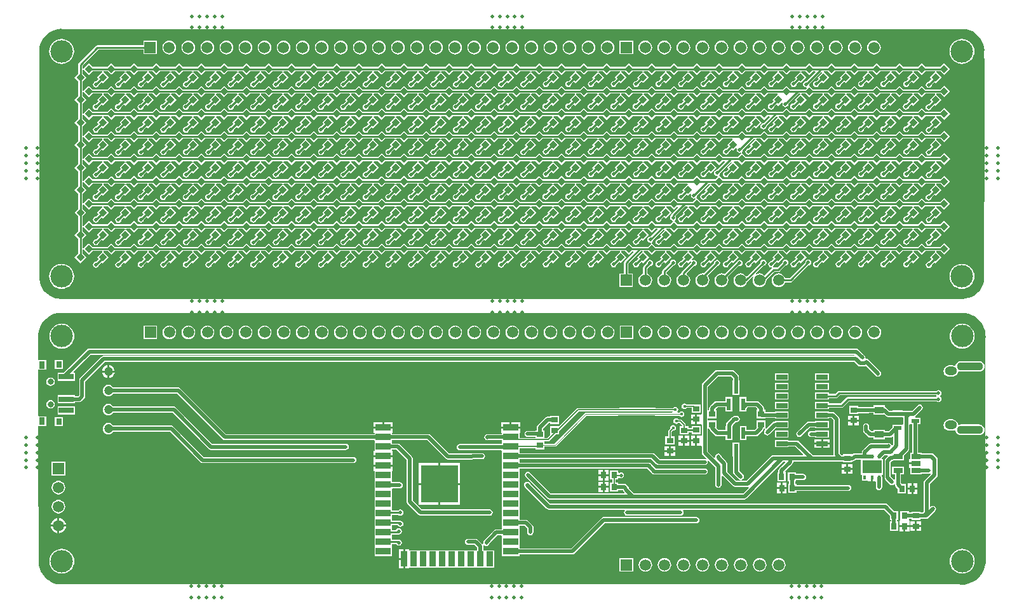
<source format=gtl>
G04*
G04 #@! TF.GenerationSoftware,Altium Limited,Altium Designer,18.1.9 (240)*
G04*
G04 Layer_Physical_Order=1*
G04 Layer_Color=255*
%FSLAX44Y44*%
%MOMM*%
G71*
G01*
G75*
%ADD10P,1.1314X4X270.0*%
%ADD11C,0.2540*%
%ADD12R,0.8000X0.9000*%
%ADD13R,0.9000X0.8000*%
%ADD14R,0.6000X1.6000*%
%ADD15R,1.5240X0.6350*%
%ADD16R,1.2190X0.9140*%
%ADD17R,1.0500X0.6000*%
%ADD18R,1.3000X0.7000*%
%ADD19R,2.6000X1.8000*%
%ADD20R,0.4500X0.6000*%
%ADD21R,2.0000X0.9000*%
%ADD22R,0.9000X2.0000*%
%ADD23R,5.0000X5.0000*%
%ADD24R,2.0000X0.8001*%
%ADD25R,0.8001X1.0000*%
%ADD26R,0.8001X0.8999*%
%ADD27C,0.1270*%
%ADD28C,0.5000*%
%ADD29C,0.2500*%
%ADD30C,0.1000*%
%ADD31R,5.0250X1.6628*%
%ADD32R,5.0071X2.3200*%
%ADD33C,0.5000*%
%ADD34R,1.5000X1.5000*%
%ADD35C,1.5000*%
%ADD36C,3.0000*%
%ADD37R,1.5000X1.5000*%
%ADD38R,1.1000X1.1000*%
%ADD39O,1.8000X1.1000*%
%ADD40O,1.6000X1.2000*%
%ADD41C,1.2002*%
%ADD42C,0.8001*%
%ADD43C,0.4500*%
G36*
X1280000Y1932000D02*
X1280000Y1932000D01*
X2480000Y1932000D01*
X2481933Y1931951D01*
X2485755Y1931349D01*
X2489465Y1930253D01*
X2493000Y1928682D01*
X2496299Y1926664D01*
X2499308Y1924231D01*
X2501973Y1921427D01*
X2504249Y1918300D01*
X2506097Y1914901D01*
X2507486Y1911291D01*
X2508392Y1907530D01*
X2508799Y1903683D01*
X2508750Y1901750D01*
X2508750Y1901750D01*
X2508750Y1901750D01*
X2509000Y1883250D01*
Y1801000D01*
X2508750Y1599988D01*
X2508659Y1598063D01*
X2507976Y1594271D01*
X2506804Y1590601D01*
X2505163Y1587114D01*
X2503081Y1583872D01*
X2500593Y1580930D01*
X2497743Y1578337D01*
X2494579Y1576138D01*
X2491154Y1574372D01*
X2487529Y1573067D01*
X2483764Y1572247D01*
X2479924Y1571926D01*
X2478000Y1572017D01*
X2478000Y1572017D01*
X2478000Y1572017D01*
X1280000D01*
X1278070Y1571920D01*
X1274217Y1572231D01*
X1270437Y1573043D01*
X1266796Y1574341D01*
X1263355Y1576103D01*
X1260174Y1578299D01*
X1257307Y1580892D01*
X1254803Y1583837D01*
X1252704Y1587083D01*
X1251048Y1590576D01*
X1249861Y1594255D01*
X1249165Y1598057D01*
X1249068Y1599988D01*
X1249068Y1599988D01*
X1249000Y1903250D01*
X1249074Y1905208D01*
X1249731Y1909072D01*
X1250887Y1912816D01*
X1252522Y1916378D01*
X1254608Y1919695D01*
X1257109Y1922713D01*
X1259982Y1925378D01*
X1263179Y1927645D01*
X1266644Y1929475D01*
X1270319Y1930837D01*
X1274140Y1931709D01*
X1278042Y1932074D01*
X1280000Y1932000D01*
D02*
G37*
G36*
X1279048Y1553548D02*
X2481774Y1553548D01*
X2481774Y1553548D01*
X2481774Y1553548D01*
X2483849Y1553345D01*
X2487912Y1552402D01*
X2491817Y1550937D01*
X2495497Y1548975D01*
X2498890Y1546549D01*
X2501937Y1543701D01*
X2504586Y1540480D01*
X2506792Y1536940D01*
X2508517Y1533143D01*
X2509731Y1529153D01*
X2510415Y1525039D01*
X2510556Y1520870D01*
X2510353Y1518795D01*
X2510548Y1219554D01*
X2510547Y1219554D01*
X2510328Y1217477D01*
X2509350Y1213418D01*
X2507851Y1209520D01*
X2505856Y1205852D01*
X2503400Y1202475D01*
X2500524Y1199448D01*
X2497277Y1196823D01*
X2493715Y1194643D01*
X2489899Y1192947D01*
X2485895Y1191764D01*
X2481770Y1191113D01*
X2477596Y1191007D01*
X2475519Y1191226D01*
X1279047D01*
X1277030Y1191226D01*
X1273031Y1191753D01*
X1269134Y1192797D01*
X1265407Y1194341D01*
X1261914Y1196358D01*
X1258713Y1198813D01*
X1255861Y1201666D01*
X1253405Y1204866D01*
X1251388Y1208360D01*
X1249844Y1212087D01*
X1248800Y1215983D01*
X1248274Y1219983D01*
X1248274Y1222000D01*
Y1293078D01*
X1248274Y1294304D01*
X1248274Y1294304D01*
X1248273Y1294306D01*
X1248264Y1294401D01*
X1248189Y1294581D01*
X1248189Y1294581D01*
X1248110Y1294661D01*
X1247770Y1295400D01*
X1247274Y1381804D01*
X1247343Y1401324D01*
X1247500Y1402529D01*
X1248617Y1402529D01*
X1258549D01*
Y1415577D01*
X1248664D01*
X1247398Y1416805D01*
X1247615Y1477530D01*
X1258549D01*
Y1490578D01*
X1248561D01*
X1247664Y1491478D01*
X1247774Y1522274D01*
X1247774Y1522274D01*
X1247774Y1524323D01*
X1248309Y1528388D01*
X1249370Y1532348D01*
X1250938Y1536136D01*
X1252988Y1539686D01*
X1255484Y1542939D01*
X1258383Y1545837D01*
X1261635Y1548333D01*
X1265186Y1550383D01*
X1268973Y1551952D01*
X1272933Y1553013D01*
X1276998Y1553548D01*
X1279048Y1553548D01*
D02*
G37*
%LPC*%
G36*
X1406024Y1916274D02*
X1387976D01*
Y1910099D01*
X1326750D01*
X1326750Y1910099D01*
X1325660Y1909882D01*
X1324736Y1909264D01*
X1324736Y1909264D01*
X1302060Y1886589D01*
X1301443Y1885665D01*
X1301226Y1884574D01*
X1301226Y1884574D01*
Y1872288D01*
X1296262Y1867324D01*
X1301226Y1862361D01*
Y1842288D01*
X1296262Y1837324D01*
X1301226Y1832361D01*
Y1812288D01*
X1296262Y1807325D01*
X1301226Y1802361D01*
Y1782288D01*
X1296262Y1777324D01*
X1301226Y1772361D01*
Y1752288D01*
X1296262Y1747324D01*
X1301226Y1742361D01*
Y1722288D01*
X1296262Y1717325D01*
X1301226Y1712361D01*
Y1692288D01*
X1296262Y1687324D01*
X1301226Y1682361D01*
Y1662288D01*
X1296262Y1657324D01*
X1301226Y1652361D01*
Y1632288D01*
X1296262Y1627325D01*
X1304074Y1619512D01*
X1311886Y1627325D01*
X1306923Y1632288D01*
Y1637495D01*
X1308193Y1638021D01*
X1315388Y1630826D01*
X1320352Y1635789D01*
X1332931D01*
X1333457Y1634519D01*
X1326262Y1627325D01*
X1328279Y1625308D01*
X1324812Y1621841D01*
X1324750Y1621853D01*
X1323180Y1621541D01*
X1321849Y1620651D01*
X1320959Y1619320D01*
X1320647Y1617750D01*
X1320959Y1616180D01*
X1321849Y1614849D01*
X1323180Y1613960D01*
X1324750Y1613647D01*
X1326320Y1613960D01*
X1327651Y1614849D01*
X1328540Y1616180D01*
X1328853Y1617750D01*
X1328840Y1617812D01*
X1332308Y1621279D01*
X1334074Y1619512D01*
X1341886Y1627325D01*
X1334691Y1634519D01*
X1335217Y1635789D01*
X1340425D01*
X1345388Y1630826D01*
X1350352Y1635789D01*
X1362931D01*
X1363457Y1634519D01*
X1356262Y1627325D01*
X1358279Y1625308D01*
X1354562Y1621591D01*
X1354500Y1621603D01*
X1352930Y1621290D01*
X1351599Y1620401D01*
X1350709Y1619070D01*
X1350397Y1617500D01*
X1350709Y1615930D01*
X1351599Y1614599D01*
X1352930Y1613710D01*
X1354500Y1613397D01*
X1356070Y1613710D01*
X1357401Y1614599D01*
X1358291Y1615930D01*
X1358603Y1617500D01*
X1358591Y1617562D01*
X1362308Y1621279D01*
X1364074Y1619512D01*
X1371886Y1627325D01*
X1364691Y1634519D01*
X1365218Y1635789D01*
X1370425D01*
X1375388Y1630826D01*
X1380352Y1635789D01*
X1392931D01*
X1393457Y1634519D01*
X1386262Y1627325D01*
X1388154Y1625433D01*
X1384562Y1621841D01*
X1384500Y1621853D01*
X1382930Y1621541D01*
X1381599Y1620651D01*
X1380709Y1619320D01*
X1380397Y1617750D01*
X1380709Y1616180D01*
X1381599Y1614849D01*
X1382930Y1613960D01*
X1384500Y1613647D01*
X1386070Y1613960D01*
X1387401Y1614849D01*
X1388290Y1616180D01*
X1388603Y1617750D01*
X1388591Y1617812D01*
X1392183Y1621404D01*
X1394074Y1619512D01*
X1401886Y1627325D01*
X1394691Y1634519D01*
X1395218Y1635789D01*
X1400425D01*
X1405388Y1630826D01*
X1410352Y1635789D01*
X1422931D01*
X1423457Y1634519D01*
X1416262Y1627325D01*
X1418154Y1625433D01*
X1414562Y1621841D01*
X1414500Y1621853D01*
X1412930Y1621541D01*
X1411599Y1620651D01*
X1410709Y1619320D01*
X1410397Y1617750D01*
X1410709Y1616180D01*
X1411599Y1614849D01*
X1412930Y1613960D01*
X1414500Y1613647D01*
X1416070Y1613960D01*
X1417401Y1614849D01*
X1418291Y1616180D01*
X1418603Y1617750D01*
X1418591Y1617812D01*
X1422183Y1621404D01*
X1424074Y1619512D01*
X1431886Y1627325D01*
X1424691Y1634519D01*
X1425218Y1635789D01*
X1430425D01*
X1435388Y1630826D01*
X1440352Y1635789D01*
X1452931D01*
X1453457Y1634519D01*
X1446262Y1627325D01*
X1448279Y1625308D01*
X1444812Y1621841D01*
X1444750Y1621853D01*
X1443180Y1621541D01*
X1441849Y1620651D01*
X1440959Y1619320D01*
X1440647Y1617750D01*
X1440959Y1616180D01*
X1441849Y1614849D01*
X1443180Y1613960D01*
X1444750Y1613647D01*
X1446320Y1613960D01*
X1447651Y1614849D01*
X1448540Y1616180D01*
X1448853Y1617750D01*
X1448840Y1617812D01*
X1452308Y1621279D01*
X1454074Y1619512D01*
X1461886Y1627325D01*
X1454691Y1634519D01*
X1455218Y1635789D01*
X1460425D01*
X1465388Y1630826D01*
X1470352Y1635789D01*
X1482931D01*
X1483457Y1634519D01*
X1476262Y1627325D01*
X1478279Y1625308D01*
X1474812Y1621841D01*
X1474750Y1621853D01*
X1473180Y1621541D01*
X1471849Y1620651D01*
X1470959Y1619320D01*
X1470647Y1617750D01*
X1470959Y1616180D01*
X1471849Y1614849D01*
X1473180Y1613960D01*
X1474750Y1613647D01*
X1476320Y1613960D01*
X1477651Y1614849D01*
X1478540Y1616180D01*
X1478853Y1617750D01*
X1478840Y1617812D01*
X1482308Y1621279D01*
X1484074Y1619512D01*
X1491886Y1627325D01*
X1484691Y1634519D01*
X1485218Y1635789D01*
X1490425D01*
X1495388Y1630826D01*
X1500352Y1635789D01*
X1512931D01*
X1513457Y1634519D01*
X1506262Y1627325D01*
X1508154Y1625433D01*
X1504562Y1621841D01*
X1504500Y1621853D01*
X1502930Y1621541D01*
X1501599Y1620651D01*
X1500709Y1619320D01*
X1500397Y1617750D01*
X1500709Y1616180D01*
X1501599Y1614849D01*
X1502930Y1613960D01*
X1504500Y1613647D01*
X1506070Y1613960D01*
X1507401Y1614849D01*
X1508291Y1616180D01*
X1508603Y1617750D01*
X1508591Y1617812D01*
X1512183Y1621404D01*
X1514074Y1619512D01*
X1521886Y1627325D01*
X1514691Y1634519D01*
X1515217Y1635789D01*
X1520425D01*
X1525388Y1630826D01*
X1530351Y1635789D01*
X1542931D01*
X1543457Y1634519D01*
X1536262Y1627325D01*
X1538154Y1625433D01*
X1534562Y1621841D01*
X1534500Y1621853D01*
X1532930Y1621541D01*
X1531599Y1620651D01*
X1530709Y1619320D01*
X1530397Y1617750D01*
X1530709Y1616180D01*
X1531599Y1614849D01*
X1532930Y1613960D01*
X1534500Y1613647D01*
X1536070Y1613960D01*
X1537401Y1614849D01*
X1538290Y1616180D01*
X1538603Y1617750D01*
X1538591Y1617812D01*
X1542183Y1621404D01*
X1544074Y1619512D01*
X1551886Y1627325D01*
X1544691Y1634519D01*
X1545218Y1635789D01*
X1550425D01*
X1555388Y1630826D01*
X1560352Y1635789D01*
X1572931D01*
X1573457Y1634519D01*
X1566262Y1627325D01*
X1568154Y1625433D01*
X1564562Y1621841D01*
X1564500Y1621853D01*
X1562930Y1621541D01*
X1561599Y1620651D01*
X1560709Y1619320D01*
X1560397Y1617750D01*
X1560709Y1616180D01*
X1561599Y1614849D01*
X1562930Y1613960D01*
X1564500Y1613647D01*
X1566070Y1613960D01*
X1567401Y1614849D01*
X1568291Y1616180D01*
X1568603Y1617750D01*
X1568591Y1617812D01*
X1572183Y1621404D01*
X1574074Y1619512D01*
X1581886Y1627325D01*
X1574691Y1634519D01*
X1575218Y1635789D01*
X1580425D01*
X1585388Y1630826D01*
X1590352Y1635789D01*
X1602931D01*
X1603457Y1634519D01*
X1596262Y1627325D01*
X1598279Y1625308D01*
X1594812Y1621841D01*
X1594750Y1621853D01*
X1593180Y1621541D01*
X1591849Y1620651D01*
X1590959Y1619320D01*
X1590647Y1617750D01*
X1590959Y1616180D01*
X1591849Y1614849D01*
X1593180Y1613960D01*
X1594750Y1613647D01*
X1596320Y1613960D01*
X1597651Y1614849D01*
X1598540Y1616180D01*
X1598853Y1617750D01*
X1598840Y1617812D01*
X1602308Y1621279D01*
X1604074Y1619512D01*
X1611886Y1627325D01*
X1604691Y1634519D01*
X1605218Y1635789D01*
X1610425D01*
X1615388Y1630826D01*
X1620352Y1635789D01*
X1632931D01*
X1633457Y1634519D01*
X1626262Y1627325D01*
X1628279Y1625308D01*
X1624812Y1621841D01*
X1624750Y1621853D01*
X1623180Y1621541D01*
X1621849Y1620651D01*
X1620959Y1619320D01*
X1620647Y1617750D01*
X1620959Y1616180D01*
X1621849Y1614849D01*
X1623180Y1613960D01*
X1624750Y1613647D01*
X1626320Y1613960D01*
X1627651Y1614849D01*
X1628540Y1616180D01*
X1628853Y1617750D01*
X1628840Y1617812D01*
X1632308Y1621279D01*
X1634074Y1619512D01*
X1641886Y1627325D01*
X1634691Y1634519D01*
X1635218Y1635789D01*
X1640425D01*
X1645388Y1630826D01*
X1650352Y1635789D01*
X1662931D01*
X1663457Y1634519D01*
X1656262Y1627325D01*
X1658154Y1625433D01*
X1654562Y1621841D01*
X1654500Y1621853D01*
X1652930Y1621541D01*
X1651599Y1620651D01*
X1650709Y1619320D01*
X1650397Y1617750D01*
X1650709Y1616180D01*
X1651599Y1614849D01*
X1652930Y1613960D01*
X1654500Y1613647D01*
X1656070Y1613960D01*
X1657401Y1614849D01*
X1658291Y1616180D01*
X1658603Y1617750D01*
X1658591Y1617812D01*
X1662183Y1621404D01*
X1664074Y1619512D01*
X1671886Y1627325D01*
X1664691Y1634519D01*
X1665217Y1635789D01*
X1670425D01*
X1675388Y1630826D01*
X1680352Y1635789D01*
X1692931D01*
X1693457Y1634519D01*
X1686262Y1627325D01*
X1688154Y1625433D01*
X1684562Y1621841D01*
X1684500Y1621853D01*
X1682930Y1621541D01*
X1681599Y1620651D01*
X1680709Y1619320D01*
X1680397Y1617750D01*
X1680709Y1616180D01*
X1681599Y1614849D01*
X1682930Y1613960D01*
X1684500Y1613647D01*
X1686070Y1613960D01*
X1687401Y1614849D01*
X1688291Y1616180D01*
X1688603Y1617750D01*
X1688591Y1617812D01*
X1692183Y1621404D01*
X1694074Y1619512D01*
X1701886Y1627325D01*
X1694691Y1634519D01*
X1695218Y1635789D01*
X1700425D01*
X1705388Y1630826D01*
X1710352Y1635789D01*
X1722931D01*
X1723457Y1634519D01*
X1716262Y1627325D01*
X1718154Y1625433D01*
X1714562Y1621841D01*
X1714500Y1621853D01*
X1712930Y1621541D01*
X1711599Y1620651D01*
X1710709Y1619320D01*
X1710397Y1617750D01*
X1710709Y1616180D01*
X1711599Y1614849D01*
X1712930Y1613960D01*
X1714500Y1613647D01*
X1716070Y1613960D01*
X1717401Y1614849D01*
X1718290Y1616180D01*
X1718603Y1617750D01*
X1718591Y1617812D01*
X1722183Y1621404D01*
X1724074Y1619512D01*
X1731886Y1627325D01*
X1724691Y1634519D01*
X1725218Y1635789D01*
X1730425D01*
X1735388Y1630826D01*
X1740352Y1635789D01*
X1752931D01*
X1753457Y1634519D01*
X1746262Y1627325D01*
X1748279Y1625308D01*
X1744812Y1621841D01*
X1744750Y1621853D01*
X1743180Y1621541D01*
X1741849Y1620651D01*
X1740959Y1619320D01*
X1740647Y1617750D01*
X1740959Y1616180D01*
X1741849Y1614849D01*
X1743180Y1613960D01*
X1744750Y1613647D01*
X1746320Y1613960D01*
X1747651Y1614849D01*
X1748540Y1616180D01*
X1748853Y1617750D01*
X1748840Y1617812D01*
X1752308Y1621279D01*
X1754074Y1619512D01*
X1761886Y1627325D01*
X1754691Y1634519D01*
X1755218Y1635789D01*
X1760425D01*
X1765388Y1630826D01*
X1770352Y1635789D01*
X1782931D01*
X1783457Y1634519D01*
X1776262Y1627325D01*
X1778154Y1625433D01*
X1774562Y1621841D01*
X1774500Y1621853D01*
X1772930Y1621541D01*
X1771599Y1620651D01*
X1770709Y1619320D01*
X1770397Y1617750D01*
X1770709Y1616180D01*
X1771599Y1614849D01*
X1772930Y1613960D01*
X1774500Y1613647D01*
X1776070Y1613960D01*
X1777401Y1614849D01*
X1778290Y1616180D01*
X1778603Y1617750D01*
X1778591Y1617812D01*
X1782183Y1621404D01*
X1784074Y1619512D01*
X1791886Y1627325D01*
X1784691Y1634519D01*
X1785218Y1635789D01*
X1790425D01*
X1795388Y1630826D01*
X1800352Y1635789D01*
X1812931D01*
X1813457Y1634519D01*
X1806262Y1627325D01*
X1808154Y1625433D01*
X1804562Y1621841D01*
X1804500Y1621853D01*
X1802930Y1621541D01*
X1801599Y1620651D01*
X1800709Y1619320D01*
X1800397Y1617750D01*
X1800709Y1616180D01*
X1801599Y1614849D01*
X1802930Y1613960D01*
X1804500Y1613647D01*
X1806070Y1613960D01*
X1807401Y1614849D01*
X1808291Y1616180D01*
X1808603Y1617750D01*
X1808591Y1617812D01*
X1812183Y1621404D01*
X1814074Y1619512D01*
X1821886Y1627325D01*
X1814691Y1634519D01*
X1815218Y1635789D01*
X1820425D01*
X1825388Y1630826D01*
X1830352Y1635789D01*
X1842931D01*
X1843457Y1634519D01*
X1836262Y1627325D01*
X1838154Y1625433D01*
X1834562Y1621841D01*
X1834500Y1621853D01*
X1832930Y1621541D01*
X1831599Y1620651D01*
X1830709Y1619320D01*
X1830397Y1617750D01*
X1830709Y1616180D01*
X1831599Y1614849D01*
X1832930Y1613960D01*
X1834500Y1613647D01*
X1836070Y1613960D01*
X1837401Y1614849D01*
X1838291Y1616180D01*
X1838603Y1617750D01*
X1838591Y1617812D01*
X1842183Y1621404D01*
X1844074Y1619512D01*
X1851886Y1627325D01*
X1844691Y1634519D01*
X1845217Y1635789D01*
X1850425D01*
X1855388Y1630826D01*
X1860351Y1635789D01*
X1872931D01*
X1873457Y1634519D01*
X1866262Y1627325D01*
X1868279Y1625308D01*
X1864812Y1621841D01*
X1864750Y1621853D01*
X1863180Y1621541D01*
X1861849Y1620651D01*
X1860959Y1619320D01*
X1860647Y1617750D01*
X1860959Y1616180D01*
X1861849Y1614849D01*
X1863180Y1613960D01*
X1864750Y1613647D01*
X1866320Y1613960D01*
X1867651Y1614849D01*
X1868540Y1616180D01*
X1868853Y1617750D01*
X1868840Y1617812D01*
X1872308Y1621279D01*
X1874074Y1619512D01*
X1881886Y1627325D01*
X1874691Y1634519D01*
X1875217Y1635789D01*
X1880425D01*
X1885388Y1630826D01*
X1890351Y1635789D01*
X1902931D01*
X1903457Y1634519D01*
X1896262Y1627325D01*
X1898154Y1625433D01*
X1894562Y1621841D01*
X1894500Y1621853D01*
X1892930Y1621541D01*
X1891599Y1620651D01*
X1890709Y1619320D01*
X1890397Y1617750D01*
X1890709Y1616180D01*
X1891599Y1614849D01*
X1892930Y1613960D01*
X1894500Y1613647D01*
X1896070Y1613960D01*
X1897401Y1614849D01*
X1898291Y1616180D01*
X1898603Y1617750D01*
X1898591Y1617812D01*
X1902183Y1621404D01*
X1904074Y1619512D01*
X1911886Y1627325D01*
X1904691Y1634519D01*
X1905218Y1635789D01*
X1910425D01*
X1915388Y1630826D01*
X1920352Y1635789D01*
X1932931D01*
X1933457Y1634519D01*
X1926262Y1627325D01*
X1927779Y1625808D01*
X1924312Y1622341D01*
X1924250Y1622353D01*
X1922680Y1622041D01*
X1921349Y1621151D01*
X1920459Y1619820D01*
X1920147Y1618250D01*
X1920459Y1616680D01*
X1921349Y1615349D01*
X1922680Y1614460D01*
X1924250Y1614147D01*
X1925820Y1614460D01*
X1927151Y1615349D01*
X1928040Y1616680D01*
X1928353Y1618250D01*
X1928340Y1618312D01*
X1931808Y1621779D01*
X1934074Y1619512D01*
X1941886Y1627325D01*
X1934691Y1634519D01*
X1935218Y1635789D01*
X1940425D01*
X1945388Y1630826D01*
X1950352Y1635789D01*
X1962931D01*
X1963457Y1634519D01*
X1956262Y1627325D01*
X1957904Y1625683D01*
X1954562Y1622341D01*
X1954500Y1622353D01*
X1952930Y1622041D01*
X1951599Y1621151D01*
X1950709Y1619820D01*
X1950397Y1618250D01*
X1950709Y1616680D01*
X1951599Y1615349D01*
X1952930Y1614460D01*
X1954500Y1614147D01*
X1956070Y1614460D01*
X1957401Y1615349D01*
X1958290Y1616680D01*
X1958603Y1618250D01*
X1958591Y1618312D01*
X1961933Y1621654D01*
X1964074Y1619512D01*
X1971886Y1627325D01*
X1964691Y1634519D01*
X1965218Y1635789D01*
X1970425D01*
X1975388Y1630826D01*
X1980352Y1635789D01*
X1992931D01*
X1993457Y1634519D01*
X1986262Y1627325D01*
X1987904Y1625683D01*
X1984562Y1622341D01*
X1984500Y1622353D01*
X1982930Y1622041D01*
X1981599Y1621151D01*
X1980709Y1619820D01*
X1980397Y1618250D01*
X1980709Y1616680D01*
X1981599Y1615349D01*
X1982930Y1614460D01*
X1984500Y1614147D01*
X1986070Y1614460D01*
X1987401Y1615349D01*
X1988291Y1616680D01*
X1988603Y1618250D01*
X1988591Y1618312D01*
X1991933Y1621654D01*
X1994074Y1619512D01*
X2001886Y1627325D01*
X1994691Y1634519D01*
X1995217Y1635789D01*
X2000425D01*
X2005388Y1630826D01*
X2010352Y1635789D01*
X2022931D01*
X2023457Y1634519D01*
X2016262Y1627325D01*
X2018029Y1625558D01*
X2014812Y1622341D01*
X2014750Y1622353D01*
X2013180Y1622041D01*
X2011849Y1621151D01*
X2010959Y1619820D01*
X2010647Y1618250D01*
X2010959Y1616680D01*
X2011849Y1615349D01*
X2013180Y1614460D01*
X2014750Y1614147D01*
X2016320Y1614460D01*
X2017651Y1615349D01*
X2018540Y1616680D01*
X2018853Y1618250D01*
X2018840Y1618312D01*
X2022058Y1621529D01*
X2024074Y1619512D01*
X2031886Y1627325D01*
X2024691Y1634519D01*
X2025217Y1635789D01*
X2030425D01*
X2035388Y1630826D01*
X2040040Y1635478D01*
X2040681Y1635394D01*
X2041136Y1634053D01*
X2029486Y1622402D01*
X2028868Y1621478D01*
X2028651Y1620388D01*
X2028651Y1620388D01*
Y1606024D01*
X2022476D01*
Y1587976D01*
X2040524D01*
Y1606024D01*
X2034349D01*
Y1619208D01*
X2050930Y1635789D01*
X2052931D01*
X2053457Y1634519D01*
X2046262Y1627325D01*
X2047904Y1625683D01*
X2044562Y1622341D01*
X2044500Y1622353D01*
X2042930Y1622041D01*
X2041599Y1621151D01*
X2040709Y1619820D01*
X2040397Y1618250D01*
X2040709Y1616680D01*
X2041599Y1615349D01*
X2042930Y1614460D01*
X2044500Y1614147D01*
X2046070Y1614460D01*
X2047401Y1615349D01*
X2048290Y1616680D01*
X2048603Y1618250D01*
X2048591Y1618312D01*
X2051933Y1621654D01*
X2054074Y1619512D01*
X2061886Y1627325D01*
X2054691Y1634519D01*
X2055218Y1635789D01*
X2060425D01*
X2065388Y1630826D01*
X2070352Y1635789D01*
X2082931D01*
X2083457Y1634519D01*
X2076262Y1627325D01*
X2077904Y1625683D01*
X2074562Y1622341D01*
X2074500Y1622353D01*
X2072930Y1622041D01*
X2071599Y1621151D01*
X2070709Y1619820D01*
X2070397Y1618250D01*
X2070709Y1616680D01*
X2071599Y1615349D01*
X2072930Y1614460D01*
X2074500Y1614147D01*
X2076070Y1614460D01*
X2077401Y1615349D01*
X2078291Y1616680D01*
X2078603Y1618250D01*
X2078591Y1618312D01*
X2081933Y1621654D01*
X2084074Y1619512D01*
X2091886Y1627325D01*
X2084691Y1634519D01*
X2085218Y1635789D01*
X2090425D01*
X2095388Y1630826D01*
X2100352Y1635789D01*
X2112931D01*
X2113457Y1634519D01*
X2106262Y1627325D01*
X2107904Y1625683D01*
X2104562Y1622341D01*
X2104500Y1622353D01*
X2102930Y1622041D01*
X2101599Y1621151D01*
X2100709Y1619820D01*
X2100397Y1618250D01*
X2100709Y1616680D01*
X2101599Y1615349D01*
X2102930Y1614460D01*
X2104500Y1614147D01*
X2106070Y1614460D01*
X2107401Y1615349D01*
X2108290Y1616680D01*
X2108603Y1618250D01*
X2108591Y1618312D01*
X2111933Y1621654D01*
X2114074Y1619512D01*
X2117036Y1622474D01*
X2118022Y1621664D01*
X2117959Y1621570D01*
X2117691Y1620220D01*
X2105686Y1608214D01*
X2105068Y1607290D01*
X2104851Y1606200D01*
X2104851Y1606200D01*
Y1605587D01*
X2103149Y1604882D01*
X2101264Y1603436D01*
X2099818Y1601551D01*
X2098908Y1599356D01*
X2098598Y1597000D01*
X2098908Y1594644D01*
X2099818Y1592449D01*
X2101264Y1590564D01*
X2103149Y1589117D01*
X2105344Y1588208D01*
X2107700Y1587898D01*
X2110056Y1588208D01*
X2112251Y1589117D01*
X2114136Y1590564D01*
X2115582Y1592449D01*
X2116492Y1594644D01*
X2116802Y1597000D01*
X2116492Y1599356D01*
X2115582Y1601551D01*
X2114136Y1603436D01*
X2112251Y1604882D01*
X2112006Y1604984D01*
X2111758Y1606230D01*
X2121480Y1615951D01*
X2121750Y1615897D01*
X2123320Y1616209D01*
X2124651Y1617099D01*
X2125540Y1618430D01*
X2125853Y1620000D01*
X2125540Y1621570D01*
X2124651Y1622901D01*
X2123320Y1623790D01*
X2121750Y1624103D01*
X2120180Y1623790D01*
X2120085Y1623728D01*
X2119276Y1624714D01*
X2121886Y1627325D01*
X2114691Y1634519D01*
X2115218Y1635789D01*
X2120425D01*
X2125388Y1630826D01*
X2130352Y1635789D01*
X2142931D01*
X2143457Y1634519D01*
X2136262Y1627325D01*
X2137904Y1625683D01*
X2134562Y1622341D01*
X2134500Y1622353D01*
X2132930Y1622041D01*
X2131599Y1621151D01*
X2130709Y1619820D01*
X2130397Y1618250D01*
X2130709Y1616680D01*
X2131599Y1615349D01*
X2132930Y1614460D01*
X2134500Y1614147D01*
X2136070Y1614460D01*
X2137401Y1615349D01*
X2138291Y1616680D01*
X2138603Y1618250D01*
X2138591Y1618312D01*
X2141933Y1621654D01*
X2144074Y1619512D01*
X2151886Y1627325D01*
X2144691Y1634519D01*
X2145218Y1635789D01*
X2150425D01*
X2155388Y1630826D01*
X2160352Y1635789D01*
X2172931D01*
X2173457Y1634519D01*
X2166262Y1627325D01*
X2167904Y1625683D01*
X2164562Y1622341D01*
X2164500Y1622353D01*
X2162930Y1622041D01*
X2161599Y1621151D01*
X2160709Y1619820D01*
X2160397Y1618250D01*
X2160709Y1616680D01*
X2161599Y1615349D01*
X2162930Y1614460D01*
X2164500Y1614147D01*
X2166070Y1614460D01*
X2167401Y1615349D01*
X2168291Y1616680D01*
X2168603Y1618250D01*
X2168591Y1618312D01*
X2171933Y1621654D01*
X2174074Y1619512D01*
X2181886Y1627325D01*
X2174691Y1634519D01*
X2175217Y1635789D01*
X2180425D01*
X2185388Y1630826D01*
X2190351Y1635789D01*
X2202931D01*
X2203457Y1634519D01*
X2196262Y1627325D01*
X2197904Y1625683D01*
X2194562Y1622341D01*
X2194500Y1622353D01*
X2192930Y1622041D01*
X2191599Y1621151D01*
X2190709Y1619820D01*
X2190397Y1618250D01*
X2190709Y1616680D01*
X2191599Y1615349D01*
X2192930Y1614460D01*
X2194500Y1614147D01*
X2196070Y1614460D01*
X2197401Y1615349D01*
X2198290Y1616680D01*
X2198603Y1618250D01*
X2198591Y1618312D01*
X2201933Y1621654D01*
X2204074Y1619512D01*
X2211886Y1627325D01*
X2204691Y1634519D01*
X2205218Y1635789D01*
X2210425D01*
X2215388Y1630826D01*
X2220352Y1635789D01*
X2232931D01*
X2233457Y1634519D01*
X2226262Y1627325D01*
X2228029Y1625558D01*
X2224812Y1622341D01*
X2224750Y1622353D01*
X2223180Y1622041D01*
X2221849Y1621151D01*
X2220959Y1619820D01*
X2220647Y1618250D01*
X2220959Y1616680D01*
X2221849Y1615349D01*
X2223180Y1614460D01*
X2224750Y1614147D01*
X2225312Y1614259D01*
X2225808Y1613063D01*
X2225736Y1613014D01*
X2225735Y1613014D01*
X2216131Y1603410D01*
X2215736Y1603436D01*
X2213851Y1604882D01*
X2211656Y1605792D01*
X2209300Y1606102D01*
X2206944Y1605792D01*
X2204749Y1604882D01*
X2204050Y1605910D01*
X2214438Y1616298D01*
X2214500Y1616285D01*
X2216070Y1616598D01*
X2217401Y1617487D01*
X2218291Y1618818D01*
X2218603Y1620388D01*
X2218291Y1621958D01*
X2217401Y1623289D01*
X2216070Y1624179D01*
X2214500Y1624491D01*
X2212930Y1624179D01*
X2211599Y1623289D01*
X2210709Y1621958D01*
X2210397Y1620388D01*
X2210409Y1620326D01*
X2192399Y1602316D01*
X2191132Y1602399D01*
X2190336Y1603436D01*
X2188451Y1604882D01*
X2186256Y1605792D01*
X2183900Y1606102D01*
X2181544Y1605792D01*
X2179349Y1604882D01*
X2177464Y1603436D01*
X2176017Y1601551D01*
X2175108Y1599356D01*
X2174798Y1597000D01*
X2175108Y1594644D01*
X2176017Y1592449D01*
X2177464Y1590564D01*
X2179349Y1589117D01*
X2181544Y1588208D01*
X2183900Y1587898D01*
X2186256Y1588208D01*
X2188451Y1589117D01*
X2190336Y1590564D01*
X2191782Y1592449D01*
X2192692Y1594644D01*
X2192699Y1594700D01*
X2193126Y1594986D01*
X2200390Y1602249D01*
X2201418Y1601551D01*
X2200508Y1599356D01*
X2200198Y1597000D01*
X2200508Y1594644D01*
X2201418Y1592449D01*
X2202864Y1590564D01*
X2204749Y1589117D01*
X2206944Y1588208D01*
X2209300Y1587898D01*
X2211656Y1588208D01*
X2213851Y1589117D01*
X2215736Y1590564D01*
X2217182Y1592449D01*
X2218092Y1594644D01*
X2218402Y1597000D01*
X2218329Y1597551D01*
X2228930Y1608151D01*
X2234362D01*
X2234362Y1608151D01*
X2235452Y1608368D01*
X2236376Y1608986D01*
X2243688Y1616298D01*
X2243750Y1616285D01*
X2245320Y1616598D01*
X2246651Y1617487D01*
X2247540Y1618818D01*
X2247853Y1620388D01*
X2247540Y1621958D01*
X2246651Y1623289D01*
X2245320Y1624179D01*
X2243750Y1624491D01*
X2242180Y1624179D01*
X2240849Y1623289D01*
X2239959Y1621958D01*
X2239647Y1620388D01*
X2239659Y1620326D01*
X2233182Y1613849D01*
X2227750D01*
X2227750Y1613849D01*
X2227667Y1613832D01*
X2227172Y1615029D01*
X2227651Y1615349D01*
X2228540Y1616680D01*
X2228853Y1618250D01*
X2228840Y1618312D01*
X2232058Y1621529D01*
X2234074Y1619512D01*
X2241886Y1627325D01*
X2234691Y1634519D01*
X2235217Y1635789D01*
X2240425D01*
X2245388Y1630826D01*
X2250351Y1635789D01*
X2262931D01*
X2263457Y1634519D01*
X2256262Y1627325D01*
X2257904Y1625683D01*
X2254562Y1622341D01*
X2254500Y1622353D01*
X2252930Y1622041D01*
X2251599Y1621151D01*
X2250709Y1619820D01*
X2250397Y1618250D01*
X2250709Y1616680D01*
X2251599Y1615349D01*
X2252930Y1614460D01*
X2254500Y1614147D01*
X2256070Y1614460D01*
X2257401Y1615349D01*
X2258291Y1616680D01*
X2258603Y1618250D01*
X2258591Y1618312D01*
X2261933Y1621654D01*
X2264074Y1619512D01*
X2271886Y1627325D01*
X2264691Y1634519D01*
X2265218Y1635789D01*
X2270425D01*
X2275388Y1630826D01*
X2280352Y1635789D01*
X2292931D01*
X2293457Y1634519D01*
X2286262Y1627325D01*
X2288029Y1625558D01*
X2284812Y1622341D01*
X2284750Y1622353D01*
X2283180Y1622041D01*
X2281849Y1621151D01*
X2280959Y1619820D01*
X2280647Y1618250D01*
X2280959Y1616680D01*
X2281849Y1615349D01*
X2283180Y1614460D01*
X2284750Y1614147D01*
X2286320Y1614460D01*
X2287651Y1615349D01*
X2288540Y1616680D01*
X2288853Y1618250D01*
X2288840Y1618312D01*
X2292058Y1621529D01*
X2294074Y1619512D01*
X2301886Y1627325D01*
X2294691Y1634519D01*
X2295217Y1635789D01*
X2300425D01*
X2305388Y1630826D01*
X2310351Y1635789D01*
X2322931D01*
X2323457Y1634519D01*
X2316262Y1627325D01*
X2317904Y1625683D01*
X2314562Y1622341D01*
X2314500Y1622353D01*
X2312930Y1622041D01*
X2311599Y1621151D01*
X2310709Y1619820D01*
X2310397Y1618250D01*
X2310709Y1616680D01*
X2311599Y1615349D01*
X2312930Y1614460D01*
X2314500Y1614147D01*
X2316070Y1614460D01*
X2317401Y1615349D01*
X2318291Y1616680D01*
X2318603Y1618250D01*
X2318591Y1618312D01*
X2321933Y1621654D01*
X2324074Y1619512D01*
X2331886Y1627325D01*
X2324691Y1634519D01*
X2325217Y1635789D01*
X2330425D01*
X2335388Y1630826D01*
X2340352Y1635789D01*
X2352931D01*
X2353457Y1634519D01*
X2346262Y1627325D01*
X2347904Y1625683D01*
X2344562Y1622341D01*
X2344500Y1622353D01*
X2342930Y1622041D01*
X2341599Y1621151D01*
X2340709Y1619820D01*
X2340397Y1618250D01*
X2340709Y1616680D01*
X2341599Y1615349D01*
X2342930Y1614460D01*
X2344500Y1614147D01*
X2346070Y1614460D01*
X2347401Y1615349D01*
X2348291Y1616680D01*
X2348603Y1618250D01*
X2348591Y1618312D01*
X2351933Y1621654D01*
X2354074Y1619512D01*
X2361886Y1627325D01*
X2354691Y1634519D01*
X2355218Y1635789D01*
X2360425D01*
X2365388Y1630826D01*
X2370352Y1635789D01*
X2382931D01*
X2383457Y1634519D01*
X2376262Y1627325D01*
X2377904Y1625683D01*
X2374562Y1622341D01*
X2374500Y1622353D01*
X2372930Y1622041D01*
X2371599Y1621151D01*
X2370709Y1619820D01*
X2370397Y1618250D01*
X2370709Y1616680D01*
X2371599Y1615349D01*
X2372930Y1614460D01*
X2374500Y1614147D01*
X2376070Y1614460D01*
X2377401Y1615349D01*
X2378290Y1616680D01*
X2378603Y1618250D01*
X2378591Y1618312D01*
X2381933Y1621654D01*
X2384074Y1619512D01*
X2391886Y1627325D01*
X2384691Y1634519D01*
X2385217Y1635789D01*
X2390425D01*
X2395388Y1630826D01*
X2400351Y1635789D01*
X2412931D01*
X2413457Y1634519D01*
X2406262Y1627325D01*
X2408029Y1625558D01*
X2404812Y1622341D01*
X2404750Y1622353D01*
X2403180Y1622041D01*
X2401849Y1621151D01*
X2400959Y1619820D01*
X2400647Y1618250D01*
X2400959Y1616680D01*
X2401849Y1615349D01*
X2403180Y1614460D01*
X2404750Y1614147D01*
X2406320Y1614460D01*
X2407651Y1615349D01*
X2408540Y1616680D01*
X2408853Y1618250D01*
X2408840Y1618312D01*
X2412058Y1621529D01*
X2414074Y1619512D01*
X2421886Y1627325D01*
X2414691Y1634519D01*
X2415218Y1635789D01*
X2420425D01*
X2425388Y1630826D01*
X2430352Y1635789D01*
X2442931D01*
X2443457Y1634519D01*
X2436262Y1627325D01*
X2438529Y1625058D01*
X2434812Y1621340D01*
X2434750Y1621353D01*
X2433180Y1621040D01*
X2431849Y1620151D01*
X2430959Y1618820D01*
X2430647Y1617250D01*
X2430959Y1615680D01*
X2431849Y1614349D01*
X2433180Y1613459D01*
X2434750Y1613147D01*
X2436320Y1613459D01*
X2437651Y1614349D01*
X2438540Y1615680D01*
X2438853Y1617250D01*
X2438840Y1617312D01*
X2442558Y1621029D01*
X2444074Y1619512D01*
X2451886Y1627325D01*
X2444691Y1634519D01*
X2445217Y1635789D01*
X2450425D01*
X2455388Y1630826D01*
X2463200Y1638638D01*
X2455388Y1646450D01*
X2450425Y1641487D01*
X2430352D01*
X2425388Y1646450D01*
X2420425Y1641487D01*
X2400351D01*
X2395388Y1646450D01*
X2390425Y1641487D01*
X2370352D01*
X2365388Y1646450D01*
X2360425Y1641487D01*
X2340352D01*
X2335388Y1646450D01*
X2330425Y1641487D01*
X2310351D01*
X2305388Y1646450D01*
X2300425Y1641487D01*
X2280352D01*
X2275388Y1646450D01*
X2270425Y1641487D01*
X2250351D01*
X2245388Y1646450D01*
X2240425Y1641487D01*
X2220352D01*
X2215388Y1646450D01*
X2210425Y1641487D01*
X2190351D01*
X2185388Y1646450D01*
X2180425Y1641487D01*
X2160352D01*
X2155388Y1646450D01*
X2150425Y1641487D01*
X2130352D01*
X2125388Y1646450D01*
X2120425Y1641487D01*
X2100352D01*
X2095388Y1646450D01*
X2090425Y1641487D01*
X2070352D01*
X2065983Y1645856D01*
X2065752Y1646087D01*
X2065742Y1646111D01*
X2065766Y1646566D01*
D01*
Y1646566D01*
D01*
X2066062Y1647705D01*
X2066651Y1648099D01*
X2067540Y1649430D01*
X2067853Y1651000D01*
X2067841Y1651062D01*
X2081853Y1665074D01*
X2082156Y1665014D01*
X2082574Y1663636D01*
X2076262Y1657324D01*
X2078029Y1655558D01*
X2074562Y1652090D01*
X2074500Y1652103D01*
X2072930Y1651790D01*
X2071599Y1650901D01*
X2070709Y1649570D01*
X2070397Y1648000D01*
X2070709Y1646430D01*
X2071599Y1645099D01*
X2072930Y1644209D01*
X2074500Y1643897D01*
X2076070Y1644209D01*
X2077401Y1645099D01*
X2078291Y1646430D01*
X2078603Y1648000D01*
X2078591Y1648062D01*
X2082058Y1651529D01*
X2084074Y1649512D01*
X2091886Y1657324D01*
X2084691Y1664519D01*
X2085218Y1665789D01*
X2090425D01*
X2095388Y1660826D01*
X2100352Y1665789D01*
X2112931D01*
X2113457Y1664519D01*
X2106262Y1657324D01*
X2108029Y1655558D01*
X2104562Y1652090D01*
X2104500Y1652103D01*
X2102930Y1651790D01*
X2101599Y1650901D01*
X2100709Y1649570D01*
X2100397Y1648000D01*
X2100709Y1646430D01*
X2101599Y1645099D01*
X2102930Y1644209D01*
X2104500Y1643897D01*
X2106070Y1644209D01*
X2107401Y1645099D01*
X2108290Y1646430D01*
X2108603Y1648000D01*
X2108591Y1648062D01*
X2112058Y1651529D01*
X2114074Y1649512D01*
X2121886Y1657324D01*
X2114691Y1664519D01*
X2115218Y1665789D01*
X2120425D01*
X2125388Y1660826D01*
X2130352Y1665789D01*
X2142931D01*
X2143457Y1664519D01*
X2136262Y1657324D01*
X2138029Y1655558D01*
X2134562Y1652090D01*
X2134500Y1652103D01*
X2132930Y1651790D01*
X2131599Y1650901D01*
X2130709Y1649570D01*
X2130397Y1648000D01*
X2130709Y1646430D01*
X2131599Y1645099D01*
X2132930Y1644209D01*
X2134500Y1643897D01*
X2136070Y1644209D01*
X2137401Y1645099D01*
X2138291Y1646430D01*
X2138603Y1648000D01*
X2138591Y1648062D01*
X2142058Y1651529D01*
X2144074Y1649512D01*
X2151886Y1657324D01*
X2144691Y1664519D01*
X2145218Y1665789D01*
X2150425D01*
X2155388Y1660826D01*
X2160352Y1665789D01*
X2172931D01*
X2173457Y1664519D01*
X2166262Y1657324D01*
X2168029Y1655558D01*
X2164562Y1652090D01*
X2164500Y1652103D01*
X2162930Y1651790D01*
X2161599Y1650901D01*
X2160709Y1649570D01*
X2160397Y1648000D01*
X2160709Y1646430D01*
X2161599Y1645099D01*
X2162930Y1644209D01*
X2164500Y1643897D01*
X2166070Y1644209D01*
X2167401Y1645099D01*
X2168291Y1646430D01*
X2168603Y1648000D01*
X2168591Y1648062D01*
X2172058Y1651529D01*
X2174074Y1649512D01*
X2181886Y1657324D01*
X2174691Y1664519D01*
X2175217Y1665789D01*
X2180425D01*
X2185388Y1660826D01*
X2190351Y1665789D01*
X2202931D01*
X2203457Y1664519D01*
X2196262Y1657324D01*
X2198029Y1655558D01*
X2194562Y1652090D01*
X2194500Y1652103D01*
X2192930Y1651790D01*
X2191599Y1650901D01*
X2190709Y1649570D01*
X2190397Y1648000D01*
X2190709Y1646430D01*
X2191599Y1645099D01*
X2192930Y1644209D01*
X2194500Y1643897D01*
X2196070Y1644209D01*
X2197401Y1645099D01*
X2198290Y1646430D01*
X2198603Y1648000D01*
X2198591Y1648062D01*
X2202058Y1651529D01*
X2204074Y1649512D01*
X2211886Y1657324D01*
X2204691Y1664519D01*
X2205218Y1665789D01*
X2210425D01*
X2215388Y1660826D01*
X2220352Y1665789D01*
X2232931D01*
X2233457Y1664519D01*
X2226262Y1657324D01*
X2228154Y1655433D01*
X2224812Y1652090D01*
X2224750Y1652103D01*
X2223180Y1651790D01*
X2221849Y1650901D01*
X2220959Y1649570D01*
X2220647Y1648000D01*
X2220959Y1646430D01*
X2221849Y1645099D01*
X2223180Y1644209D01*
X2224750Y1643897D01*
X2226320Y1644209D01*
X2227651Y1645099D01*
X2228540Y1646430D01*
X2228853Y1648000D01*
X2228840Y1648062D01*
X2232183Y1651404D01*
X2234074Y1649512D01*
X2241886Y1657324D01*
X2234691Y1664519D01*
X2235217Y1665789D01*
X2240425D01*
X2245388Y1660826D01*
X2250351Y1665789D01*
X2262931D01*
X2263457Y1664519D01*
X2256262Y1657324D01*
X2258029Y1655558D01*
X2254562Y1652090D01*
X2254500Y1652103D01*
X2252930Y1651790D01*
X2251599Y1650901D01*
X2250709Y1649570D01*
X2250397Y1648000D01*
X2250709Y1646430D01*
X2251599Y1645099D01*
X2252930Y1644209D01*
X2254500Y1643897D01*
X2256070Y1644209D01*
X2257401Y1645099D01*
X2258291Y1646430D01*
X2258603Y1648000D01*
X2258591Y1648062D01*
X2262058Y1651529D01*
X2264074Y1649512D01*
X2271886Y1657324D01*
X2264691Y1664519D01*
X2265218Y1665789D01*
X2270425D01*
X2275388Y1660826D01*
X2280352Y1665789D01*
X2292931D01*
X2293457Y1664519D01*
X2286262Y1657324D01*
X2288154Y1655433D01*
X2284812Y1652090D01*
X2284750Y1652103D01*
X2283180Y1651790D01*
X2281849Y1650901D01*
X2280959Y1649570D01*
X2280647Y1648000D01*
X2280959Y1646430D01*
X2281849Y1645099D01*
X2283180Y1644209D01*
X2284750Y1643897D01*
X2286320Y1644209D01*
X2287651Y1645099D01*
X2288540Y1646430D01*
X2288853Y1648000D01*
X2288840Y1648062D01*
X2292183Y1651404D01*
X2294074Y1649512D01*
X2301886Y1657324D01*
X2294691Y1664519D01*
X2295217Y1665789D01*
X2300425D01*
X2305388Y1660826D01*
X2310351Y1665789D01*
X2322931D01*
X2323457Y1664519D01*
X2316262Y1657324D01*
X2318029Y1655558D01*
X2314562Y1652090D01*
X2314500Y1652103D01*
X2312930Y1651790D01*
X2311599Y1650901D01*
X2310709Y1649570D01*
X2310397Y1648000D01*
X2310709Y1646430D01*
X2311599Y1645099D01*
X2312930Y1644209D01*
X2314500Y1643897D01*
X2316070Y1644209D01*
X2317401Y1645099D01*
X2318291Y1646430D01*
X2318603Y1648000D01*
X2318591Y1648062D01*
X2322058Y1651529D01*
X2324074Y1649512D01*
X2331886Y1657324D01*
X2324691Y1664519D01*
X2325217Y1665789D01*
X2330425D01*
X2335388Y1660826D01*
X2340352Y1665789D01*
X2352931D01*
X2353457Y1664519D01*
X2346262Y1657324D01*
X2348029Y1655558D01*
X2344562Y1652090D01*
X2344500Y1652103D01*
X2342930Y1651790D01*
X2341599Y1650901D01*
X2340709Y1649570D01*
X2340397Y1648000D01*
X2340709Y1646430D01*
X2341599Y1645099D01*
X2342930Y1644209D01*
X2344500Y1643897D01*
X2346070Y1644209D01*
X2347401Y1645099D01*
X2348291Y1646430D01*
X2348603Y1648000D01*
X2348591Y1648062D01*
X2352058Y1651529D01*
X2354074Y1649512D01*
X2361886Y1657324D01*
X2354691Y1664519D01*
X2355218Y1665789D01*
X2360425D01*
X2365388Y1660826D01*
X2370352Y1665789D01*
X2382931D01*
X2383457Y1664519D01*
X2376262Y1657324D01*
X2378029Y1655558D01*
X2374562Y1652090D01*
X2374500Y1652103D01*
X2372930Y1651790D01*
X2371599Y1650901D01*
X2370709Y1649570D01*
X2370397Y1648000D01*
X2370709Y1646430D01*
X2371599Y1645099D01*
X2372930Y1644209D01*
X2374500Y1643897D01*
X2376070Y1644209D01*
X2377401Y1645099D01*
X2378290Y1646430D01*
X2378603Y1648000D01*
X2378591Y1648062D01*
X2382058Y1651529D01*
X2384074Y1649512D01*
X2391886Y1657324D01*
X2384691Y1664519D01*
X2385217Y1665789D01*
X2390425D01*
X2395388Y1660826D01*
X2400351Y1665789D01*
X2412931D01*
X2413457Y1664519D01*
X2406262Y1657324D01*
X2408154Y1655433D01*
X2404812Y1652090D01*
X2404750Y1652103D01*
X2403180Y1651790D01*
X2401849Y1650901D01*
X2400959Y1649570D01*
X2400647Y1648000D01*
X2400959Y1646430D01*
X2401849Y1645099D01*
X2403180Y1644209D01*
X2404750Y1643897D01*
X2406320Y1644209D01*
X2407651Y1645099D01*
X2408540Y1646430D01*
X2408853Y1648000D01*
X2408840Y1648062D01*
X2412183Y1651404D01*
X2414074Y1649512D01*
X2421886Y1657324D01*
X2414691Y1664519D01*
X2415218Y1665789D01*
X2420425D01*
X2425388Y1660826D01*
X2430352Y1665789D01*
X2442931D01*
X2443457Y1664519D01*
X2436262Y1657324D01*
X2438654Y1654933D01*
X2434812Y1651091D01*
X2434750Y1651103D01*
X2433180Y1650791D01*
X2431849Y1649901D01*
X2430959Y1648570D01*
X2430647Y1647000D01*
X2430959Y1645430D01*
X2431849Y1644099D01*
X2433180Y1643210D01*
X2434750Y1642897D01*
X2436320Y1643210D01*
X2437651Y1644099D01*
X2438540Y1645430D01*
X2438853Y1647000D01*
X2438840Y1647062D01*
X2442683Y1650904D01*
X2444074Y1649512D01*
X2451886Y1657324D01*
X2444691Y1664519D01*
X2445217Y1665789D01*
X2450425D01*
X2455388Y1660826D01*
X2463200Y1668638D01*
X2455388Y1676450D01*
X2450425Y1671487D01*
X2430352D01*
X2425388Y1676450D01*
X2420425Y1671487D01*
X2400351D01*
X2395388Y1676450D01*
X2390425Y1671487D01*
X2370352D01*
X2365388Y1676450D01*
X2360425Y1671487D01*
X2340352D01*
X2335388Y1676450D01*
X2330425Y1671487D01*
X2310351D01*
X2305388Y1676450D01*
X2300425Y1671487D01*
X2280352D01*
X2275388Y1676450D01*
X2270425Y1671487D01*
X2250351D01*
X2245388Y1676450D01*
X2240425Y1671487D01*
X2220352D01*
X2215388Y1676450D01*
X2210425Y1671487D01*
X2190351D01*
X2185388Y1676450D01*
X2180425Y1671487D01*
X2160352D01*
X2155388Y1676450D01*
X2150425Y1671487D01*
X2130352D01*
X2125388Y1676450D01*
X2120425Y1671487D01*
X2100352D01*
X2096371Y1675467D01*
X2096532Y1677102D01*
X2096901Y1677349D01*
X2097791Y1678680D01*
X2098103Y1680250D01*
X2097791Y1681820D01*
X2097258Y1682617D01*
X2110430Y1695789D01*
X2112931D01*
X2113457Y1694519D01*
X2106262Y1687324D01*
X2107904Y1685683D01*
X2104562Y1682341D01*
X2104500Y1682353D01*
X2102930Y1682041D01*
X2101599Y1681151D01*
X2100709Y1679820D01*
X2100397Y1678250D01*
X2100709Y1676680D01*
X2101599Y1675349D01*
X2102930Y1674460D01*
X2104500Y1674147D01*
X2106070Y1674460D01*
X2107401Y1675349D01*
X2108290Y1676680D01*
X2108603Y1678250D01*
X2108591Y1678312D01*
X2111933Y1681654D01*
X2114074Y1679512D01*
X2121886Y1687324D01*
X2114691Y1694519D01*
X2115218Y1695789D01*
X2120425D01*
X2125388Y1690826D01*
X2130352Y1695789D01*
X2142931D01*
X2143457Y1694519D01*
X2136262Y1687324D01*
X2137904Y1685683D01*
X2134562Y1682341D01*
X2134500Y1682353D01*
X2132930Y1682041D01*
X2131599Y1681151D01*
X2130709Y1679820D01*
X2130397Y1678250D01*
X2130709Y1676680D01*
X2131599Y1675349D01*
X2132930Y1674460D01*
X2134500Y1674147D01*
X2136070Y1674460D01*
X2137401Y1675349D01*
X2138291Y1676680D01*
X2138603Y1678250D01*
X2138591Y1678312D01*
X2141933Y1681654D01*
X2144074Y1679512D01*
X2151886Y1687324D01*
X2144691Y1694519D01*
X2145218Y1695789D01*
X2150425D01*
X2155388Y1690826D01*
X2160352Y1695789D01*
X2172931D01*
X2173457Y1694519D01*
X2166262Y1687324D01*
X2167904Y1685683D01*
X2164562Y1682341D01*
X2164500Y1682353D01*
X2162930Y1682041D01*
X2161599Y1681151D01*
X2160709Y1679820D01*
X2160397Y1678250D01*
X2160709Y1676680D01*
X2161599Y1675349D01*
X2162930Y1674460D01*
X2164500Y1674147D01*
X2166070Y1674460D01*
X2167401Y1675349D01*
X2168291Y1676680D01*
X2168603Y1678250D01*
X2168591Y1678312D01*
X2171933Y1681654D01*
X2174074Y1679512D01*
X2181886Y1687324D01*
X2174691Y1694519D01*
X2175217Y1695789D01*
X2180425D01*
X2185388Y1690826D01*
X2190351Y1695789D01*
X2202931D01*
X2203457Y1694519D01*
X2196262Y1687324D01*
X2197904Y1685683D01*
X2194562Y1682341D01*
X2194500Y1682353D01*
X2192930Y1682041D01*
X2191599Y1681151D01*
X2190709Y1679820D01*
X2190397Y1678250D01*
X2190709Y1676680D01*
X2191599Y1675349D01*
X2192930Y1674460D01*
X2194500Y1674147D01*
X2196070Y1674460D01*
X2197401Y1675349D01*
X2198290Y1676680D01*
X2198603Y1678250D01*
X2198591Y1678312D01*
X2201933Y1681654D01*
X2204074Y1679512D01*
X2211886Y1687324D01*
X2204691Y1694519D01*
X2205218Y1695789D01*
X2210425D01*
X2215388Y1690826D01*
X2220352Y1695789D01*
X2232931D01*
X2233457Y1694519D01*
X2226262Y1687324D01*
X2228029Y1685558D01*
X2224812Y1682341D01*
X2224750Y1682353D01*
X2223180Y1682041D01*
X2221849Y1681151D01*
X2220959Y1679820D01*
X2220647Y1678250D01*
X2220959Y1676680D01*
X2221849Y1675349D01*
X2223180Y1674460D01*
X2224750Y1674147D01*
X2226320Y1674460D01*
X2227651Y1675349D01*
X2228540Y1676680D01*
X2228853Y1678250D01*
X2228840Y1678312D01*
X2232058Y1681529D01*
X2234074Y1679512D01*
X2241886Y1687324D01*
X2234691Y1694519D01*
X2235217Y1695789D01*
X2240425D01*
X2245388Y1690826D01*
X2250351Y1695789D01*
X2262931D01*
X2263457Y1694519D01*
X2256262Y1687324D01*
X2257904Y1685683D01*
X2254562Y1682341D01*
X2254500Y1682353D01*
X2252930Y1682041D01*
X2251599Y1681151D01*
X2250709Y1679820D01*
X2250397Y1678250D01*
X2250709Y1676680D01*
X2251599Y1675349D01*
X2252930Y1674460D01*
X2254500Y1674147D01*
X2256070Y1674460D01*
X2257401Y1675349D01*
X2258291Y1676680D01*
X2258603Y1678250D01*
X2258591Y1678312D01*
X2261933Y1681654D01*
X2264074Y1679512D01*
X2271886Y1687324D01*
X2264691Y1694519D01*
X2265218Y1695789D01*
X2270425D01*
X2275388Y1690826D01*
X2280352Y1695789D01*
X2292931D01*
X2293457Y1694519D01*
X2286262Y1687324D01*
X2288029Y1685558D01*
X2284812Y1682341D01*
X2284750Y1682353D01*
X2283180Y1682041D01*
X2281849Y1681151D01*
X2280959Y1679820D01*
X2280647Y1678250D01*
X2280959Y1676680D01*
X2281849Y1675349D01*
X2283180Y1674460D01*
X2284750Y1674147D01*
X2286320Y1674460D01*
X2287651Y1675349D01*
X2288540Y1676680D01*
X2288853Y1678250D01*
X2288840Y1678312D01*
X2292058Y1681529D01*
X2294074Y1679512D01*
X2301886Y1687324D01*
X2294691Y1694519D01*
X2295217Y1695789D01*
X2300425D01*
X2305388Y1690826D01*
X2310351Y1695789D01*
X2322931D01*
X2323457Y1694519D01*
X2316262Y1687324D01*
X2317904Y1685683D01*
X2314562Y1682341D01*
X2314500Y1682353D01*
X2312930Y1682041D01*
X2311599Y1681151D01*
X2310709Y1679820D01*
X2310397Y1678250D01*
X2310709Y1676680D01*
X2311599Y1675349D01*
X2312930Y1674460D01*
X2314500Y1674147D01*
X2316070Y1674460D01*
X2317401Y1675349D01*
X2318291Y1676680D01*
X2318603Y1678250D01*
X2318591Y1678312D01*
X2321933Y1681654D01*
X2324074Y1679512D01*
X2331886Y1687324D01*
X2324691Y1694519D01*
X2325217Y1695789D01*
X2330425D01*
X2335388Y1690826D01*
X2340352Y1695789D01*
X2352931D01*
X2353457Y1694519D01*
X2346262Y1687324D01*
X2347904Y1685683D01*
X2344562Y1682341D01*
X2344500Y1682353D01*
X2342930Y1682041D01*
X2341599Y1681151D01*
X2340709Y1679820D01*
X2340397Y1678250D01*
X2340709Y1676680D01*
X2341599Y1675349D01*
X2342930Y1674460D01*
X2344500Y1674147D01*
X2346070Y1674460D01*
X2347401Y1675349D01*
X2348291Y1676680D01*
X2348603Y1678250D01*
X2348591Y1678312D01*
X2351933Y1681654D01*
X2354074Y1679512D01*
X2361886Y1687324D01*
X2354691Y1694519D01*
X2355218Y1695789D01*
X2360425D01*
X2365388Y1690826D01*
X2370352Y1695789D01*
X2382931D01*
X2383457Y1694519D01*
X2376262Y1687324D01*
X2377904Y1685683D01*
X2374562Y1682341D01*
X2374500Y1682353D01*
X2372930Y1682041D01*
X2371599Y1681151D01*
X2370709Y1679820D01*
X2370397Y1678250D01*
X2370709Y1676680D01*
X2371599Y1675349D01*
X2372930Y1674460D01*
X2374500Y1674147D01*
X2376070Y1674460D01*
X2377401Y1675349D01*
X2378290Y1676680D01*
X2378603Y1678250D01*
X2378591Y1678312D01*
X2381933Y1681654D01*
X2384074Y1679512D01*
X2391886Y1687324D01*
X2384691Y1694519D01*
X2385217Y1695789D01*
X2390425D01*
X2395388Y1690826D01*
X2400351Y1695789D01*
X2412931D01*
X2413457Y1694519D01*
X2406262Y1687324D01*
X2408029Y1685558D01*
X2404812Y1682341D01*
X2404750Y1682353D01*
X2403180Y1682041D01*
X2401849Y1681151D01*
X2400959Y1679820D01*
X2400647Y1678250D01*
X2400959Y1676680D01*
X2401849Y1675349D01*
X2403180Y1674460D01*
X2404750Y1674147D01*
X2406320Y1674460D01*
X2407651Y1675349D01*
X2408540Y1676680D01*
X2408853Y1678250D01*
X2408840Y1678312D01*
X2412058Y1681529D01*
X2414074Y1679512D01*
X2421886Y1687324D01*
X2414691Y1694519D01*
X2415218Y1695789D01*
X2420425D01*
X2425388Y1690826D01*
X2430352Y1695789D01*
X2442931D01*
X2443457Y1694519D01*
X2436262Y1687324D01*
X2438529Y1685058D01*
X2434812Y1681341D01*
X2434750Y1681353D01*
X2433180Y1681040D01*
X2431849Y1680151D01*
X2430959Y1678820D01*
X2430647Y1677250D01*
X2430959Y1675680D01*
X2431849Y1674349D01*
X2433180Y1673459D01*
X2434750Y1673147D01*
X2436320Y1673459D01*
X2437651Y1674349D01*
X2438540Y1675680D01*
X2438853Y1677250D01*
X2438840Y1677312D01*
X2442558Y1681029D01*
X2444074Y1679512D01*
X2451886Y1687324D01*
X2444691Y1694519D01*
X2445217Y1695789D01*
X2450425D01*
X2455388Y1690826D01*
X2463200Y1698638D01*
X2455388Y1706450D01*
X2450425Y1701487D01*
X2430352D01*
X2425388Y1706450D01*
X2420425Y1701487D01*
X2400351D01*
X2395388Y1706450D01*
X2390425Y1701487D01*
X2370352D01*
X2365388Y1706450D01*
X2360425Y1701487D01*
X2340352D01*
X2335388Y1706450D01*
X2330425Y1701487D01*
X2310351D01*
X2305388Y1706450D01*
X2300425Y1701487D01*
X2280352D01*
X2275388Y1706450D01*
X2270425Y1701487D01*
X2250351D01*
X2245388Y1706450D01*
X2240425Y1701487D01*
X2220352D01*
X2215388Y1706450D01*
X2210425Y1701487D01*
X2190351D01*
X2185388Y1706450D01*
X2180425Y1701487D01*
X2160352D01*
X2155388Y1706450D01*
X2150425Y1701487D01*
X2130352D01*
X2125550Y1706288D01*
X2125388Y1706450D01*
X2124943Y1707536D01*
X2125540Y1708430D01*
X2125853Y1710000D01*
X2125840Y1710062D01*
X2141014Y1725236D01*
X2141014Y1725236D01*
X2141384Y1725789D01*
X2142931D01*
X2143457Y1724519D01*
X2136262Y1717325D01*
X2137779Y1715808D01*
X2134312Y1712341D01*
X2134250Y1712353D01*
X2132680Y1712041D01*
X2131349Y1711151D01*
X2130459Y1709820D01*
X2130147Y1708250D01*
X2130459Y1706680D01*
X2131349Y1705349D01*
X2132680Y1704460D01*
X2134250Y1704147D01*
X2135820Y1704460D01*
X2137151Y1705349D01*
X2138040Y1706680D01*
X2138353Y1708250D01*
X2138340Y1708312D01*
X2141808Y1711779D01*
X2144074Y1709512D01*
X2151886Y1717325D01*
X2144691Y1724519D01*
X2145218Y1725789D01*
X2150425D01*
X2155388Y1720826D01*
X2160352Y1725789D01*
X2172931D01*
X2173457Y1724519D01*
X2166262Y1717325D01*
X2167779Y1715808D01*
X2164312Y1712341D01*
X2164250Y1712353D01*
X2162680Y1712041D01*
X2161349Y1711151D01*
X2160459Y1709820D01*
X2160147Y1708250D01*
X2160459Y1706680D01*
X2161349Y1705349D01*
X2162680Y1704460D01*
X2164250Y1704147D01*
X2165820Y1704460D01*
X2167151Y1705349D01*
X2168040Y1706680D01*
X2168353Y1708250D01*
X2168340Y1708312D01*
X2171808Y1711779D01*
X2174074Y1709512D01*
X2181886Y1717325D01*
X2174691Y1724519D01*
X2175217Y1725789D01*
X2180425D01*
X2185388Y1720826D01*
X2190351Y1725789D01*
X2202931D01*
X2203457Y1724519D01*
X2196262Y1717325D01*
X2197779Y1715808D01*
X2194312Y1712341D01*
X2194250Y1712353D01*
X2192680Y1712041D01*
X2191349Y1711151D01*
X2190459Y1709820D01*
X2190147Y1708250D01*
X2190459Y1706680D01*
X2191349Y1705349D01*
X2192680Y1704460D01*
X2194250Y1704147D01*
X2195820Y1704460D01*
X2197151Y1705349D01*
X2198040Y1706680D01*
X2198353Y1708250D01*
X2198340Y1708312D01*
X2201808Y1711779D01*
X2204074Y1709512D01*
X2211886Y1717325D01*
X2204691Y1724519D01*
X2205218Y1725789D01*
X2210425D01*
X2215388Y1720826D01*
X2220352Y1725789D01*
X2232931D01*
X2233457Y1724519D01*
X2226262Y1717325D01*
X2227904Y1715683D01*
X2224562Y1712341D01*
X2224500Y1712353D01*
X2222930Y1712041D01*
X2221599Y1711151D01*
X2220709Y1709820D01*
X2220397Y1708250D01*
X2220709Y1706680D01*
X2221599Y1705349D01*
X2222930Y1704460D01*
X2224500Y1704147D01*
X2226070Y1704460D01*
X2227401Y1705349D01*
X2228291Y1706680D01*
X2228603Y1708250D01*
X2228591Y1708312D01*
X2231933Y1711654D01*
X2234074Y1709512D01*
X2241886Y1717325D01*
X2234691Y1724519D01*
X2235217Y1725789D01*
X2240425D01*
X2245388Y1720826D01*
X2250351Y1725789D01*
X2262931D01*
X2263457Y1724519D01*
X2256262Y1717325D01*
X2257779Y1715808D01*
X2254312Y1712341D01*
X2254250Y1712353D01*
X2252680Y1712041D01*
X2251349Y1711151D01*
X2250459Y1709820D01*
X2250147Y1708250D01*
X2250459Y1706680D01*
X2251349Y1705349D01*
X2252680Y1704460D01*
X2254250Y1704147D01*
X2255820Y1704460D01*
X2257151Y1705349D01*
X2258040Y1706680D01*
X2258353Y1708250D01*
X2258340Y1708312D01*
X2261808Y1711779D01*
X2264074Y1709512D01*
X2271886Y1717325D01*
X2264691Y1724519D01*
X2265218Y1725789D01*
X2270425D01*
X2275388Y1720826D01*
X2280352Y1725789D01*
X2292931D01*
X2293457Y1724519D01*
X2286262Y1717325D01*
X2287904Y1715683D01*
X2284562Y1712341D01*
X2284500Y1712353D01*
X2282930Y1712041D01*
X2281599Y1711151D01*
X2280709Y1709820D01*
X2280397Y1708250D01*
X2280709Y1706680D01*
X2281599Y1705349D01*
X2282930Y1704460D01*
X2284500Y1704147D01*
X2286070Y1704460D01*
X2287401Y1705349D01*
X2288291Y1706680D01*
X2288603Y1708250D01*
X2288591Y1708312D01*
X2291933Y1711654D01*
X2294074Y1709512D01*
X2301886Y1717325D01*
X2294691Y1724519D01*
X2295217Y1725789D01*
X2300425D01*
X2305388Y1720826D01*
X2310351Y1725789D01*
X2322931D01*
X2323457Y1724519D01*
X2316262Y1717325D01*
X2317779Y1715808D01*
X2314312Y1712341D01*
X2314250Y1712353D01*
X2312680Y1712041D01*
X2311349Y1711151D01*
X2310459Y1709820D01*
X2310147Y1708250D01*
X2310459Y1706680D01*
X2311349Y1705349D01*
X2312680Y1704460D01*
X2314250Y1704147D01*
X2315820Y1704460D01*
X2317151Y1705349D01*
X2318040Y1706680D01*
X2318353Y1708250D01*
X2318340Y1708312D01*
X2321808Y1711779D01*
X2324074Y1709512D01*
X2331886Y1717325D01*
X2324691Y1724519D01*
X2325217Y1725789D01*
X2330425D01*
X2335388Y1720826D01*
X2340352Y1725789D01*
X2352931D01*
X2353457Y1724519D01*
X2346262Y1717325D01*
X2347779Y1715808D01*
X2344312Y1712341D01*
X2344250Y1712353D01*
X2342680Y1712041D01*
X2341349Y1711151D01*
X2340459Y1709820D01*
X2340147Y1708250D01*
X2340459Y1706680D01*
X2341349Y1705349D01*
X2342680Y1704460D01*
X2344250Y1704147D01*
X2345820Y1704460D01*
X2347151Y1705349D01*
X2348040Y1706680D01*
X2348353Y1708250D01*
X2348340Y1708312D01*
X2351808Y1711779D01*
X2354074Y1709512D01*
X2361886Y1717325D01*
X2354691Y1724519D01*
X2355218Y1725789D01*
X2360425D01*
X2365388Y1720826D01*
X2370352Y1725789D01*
X2382931D01*
X2383457Y1724519D01*
X2376262Y1717325D01*
X2377779Y1715808D01*
X2374312Y1712341D01*
X2374250Y1712353D01*
X2372680Y1712041D01*
X2371349Y1711151D01*
X2370459Y1709820D01*
X2370147Y1708250D01*
X2370459Y1706680D01*
X2371349Y1705349D01*
X2372680Y1704460D01*
X2374250Y1704147D01*
X2375820Y1704460D01*
X2377151Y1705349D01*
X2378040Y1706680D01*
X2378353Y1708250D01*
X2378340Y1708312D01*
X2381808Y1711779D01*
X2384074Y1709512D01*
X2391886Y1717325D01*
X2384691Y1724519D01*
X2385217Y1725789D01*
X2390425D01*
X2395388Y1720826D01*
X2400351Y1725789D01*
X2412931D01*
X2413457Y1724519D01*
X2406262Y1717325D01*
X2407904Y1715683D01*
X2404562Y1712341D01*
X2404500Y1712353D01*
X2402930Y1712041D01*
X2401599Y1711151D01*
X2400709Y1709820D01*
X2400397Y1708250D01*
X2400709Y1706680D01*
X2401599Y1705349D01*
X2402930Y1704460D01*
X2404500Y1704147D01*
X2406070Y1704460D01*
X2407401Y1705349D01*
X2408291Y1706680D01*
X2408603Y1708250D01*
X2408591Y1708312D01*
X2411933Y1711654D01*
X2414074Y1709512D01*
X2421886Y1717325D01*
X2414691Y1724519D01*
X2415218Y1725789D01*
X2420425D01*
X2425388Y1720826D01*
X2430352Y1725789D01*
X2442931D01*
X2443457Y1724519D01*
X2436262Y1717325D01*
X2438404Y1715183D01*
X2434562Y1711340D01*
X2434500Y1711353D01*
X2432930Y1711040D01*
X2431599Y1710151D01*
X2430709Y1708820D01*
X2430397Y1707250D01*
X2430709Y1705680D01*
X2431599Y1704349D01*
X2432930Y1703459D01*
X2434500Y1703147D01*
X2436070Y1703459D01*
X2437401Y1704349D01*
X2438291Y1705680D01*
X2438603Y1707250D01*
X2438591Y1707312D01*
X2442433Y1711154D01*
X2444074Y1709512D01*
X2451886Y1717325D01*
X2444691Y1724519D01*
X2445217Y1725789D01*
X2450425D01*
X2455388Y1720826D01*
X2463200Y1728638D01*
X2455388Y1736450D01*
X2450425Y1731487D01*
X2430352D01*
X2425388Y1736450D01*
X2420425Y1731487D01*
X2400351D01*
X2395388Y1736450D01*
X2390425Y1731487D01*
X2370352D01*
X2365388Y1736450D01*
X2360425Y1731487D01*
X2340352D01*
X2335388Y1736450D01*
X2330425Y1731487D01*
X2310351D01*
X2305388Y1736450D01*
X2300425Y1731487D01*
X2280352D01*
X2275388Y1736450D01*
X2270425Y1731487D01*
X2250351D01*
X2245388Y1736450D01*
X2240425Y1731487D01*
X2220352D01*
X2215388Y1736450D01*
X2210425Y1731487D01*
X2190351D01*
X2185388Y1736450D01*
X2180425Y1731487D01*
X2160352D01*
X2156020Y1735818D01*
X2155675Y1737017D01*
X2155919Y1737500D01*
X2156541Y1738430D01*
X2156853Y1740000D01*
X2156841Y1740062D01*
X2171853Y1755074D01*
X2172156Y1755014D01*
X2172574Y1753636D01*
X2166262Y1747324D01*
X2167904Y1745683D01*
X2164562Y1742341D01*
X2164500Y1742353D01*
X2162930Y1742041D01*
X2161599Y1741151D01*
X2160709Y1739820D01*
X2160397Y1738250D01*
X2160709Y1736680D01*
X2161599Y1735349D01*
X2162930Y1734460D01*
X2164500Y1734147D01*
X2166070Y1734460D01*
X2167401Y1735349D01*
X2168291Y1736680D01*
X2168603Y1738250D01*
X2168591Y1738312D01*
X2171933Y1741654D01*
X2174074Y1739512D01*
X2181886Y1747324D01*
X2174691Y1754519D01*
X2175217Y1755789D01*
X2180425D01*
X2185388Y1750826D01*
X2190351Y1755789D01*
X2202931D01*
X2203457Y1754519D01*
X2196262Y1747324D01*
X2197904Y1745683D01*
X2194562Y1742341D01*
X2194500Y1742353D01*
X2192930Y1742041D01*
X2191599Y1741151D01*
X2190709Y1739820D01*
X2190397Y1738250D01*
X2190709Y1736680D01*
X2191599Y1735349D01*
X2192930Y1734460D01*
X2194500Y1734147D01*
X2196070Y1734460D01*
X2197401Y1735349D01*
X2198290Y1736680D01*
X2198603Y1738250D01*
X2198591Y1738312D01*
X2201933Y1741654D01*
X2204074Y1739512D01*
X2211886Y1747324D01*
X2204691Y1754519D01*
X2205218Y1755789D01*
X2210425D01*
X2215388Y1750826D01*
X2220352Y1755789D01*
X2232931D01*
X2233457Y1754519D01*
X2226262Y1747324D01*
X2228029Y1745558D01*
X2224812Y1742341D01*
X2224750Y1742353D01*
X2223180Y1742041D01*
X2221849Y1741151D01*
X2220959Y1739820D01*
X2220647Y1738250D01*
X2220959Y1736680D01*
X2221849Y1735349D01*
X2223180Y1734460D01*
X2224750Y1734147D01*
X2226320Y1734460D01*
X2227651Y1735349D01*
X2228540Y1736680D01*
X2228853Y1738250D01*
X2228840Y1738312D01*
X2232058Y1741529D01*
X2234074Y1739512D01*
X2241886Y1747324D01*
X2234691Y1754519D01*
X2235217Y1755789D01*
X2240425D01*
X2245388Y1750826D01*
X2250351Y1755789D01*
X2262931D01*
X2263457Y1754519D01*
X2256262Y1747324D01*
X2257904Y1745683D01*
X2254562Y1742341D01*
X2254500Y1742353D01*
X2252930Y1742041D01*
X2251599Y1741151D01*
X2250709Y1739820D01*
X2250397Y1738250D01*
X2250709Y1736680D01*
X2251599Y1735349D01*
X2252930Y1734460D01*
X2254500Y1734147D01*
X2256070Y1734460D01*
X2257401Y1735349D01*
X2258291Y1736680D01*
X2258603Y1738250D01*
X2258591Y1738312D01*
X2261933Y1741654D01*
X2264074Y1739512D01*
X2271886Y1747324D01*
X2264691Y1754519D01*
X2265218Y1755789D01*
X2270425D01*
X2275388Y1750826D01*
X2280352Y1755789D01*
X2292931D01*
X2293457Y1754519D01*
X2286262Y1747324D01*
X2288029Y1745558D01*
X2284812Y1742341D01*
X2284750Y1742353D01*
X2283180Y1742041D01*
X2281849Y1741151D01*
X2280959Y1739820D01*
X2280647Y1738250D01*
X2280959Y1736680D01*
X2281849Y1735349D01*
X2283180Y1734460D01*
X2284750Y1734147D01*
X2286320Y1734460D01*
X2287651Y1735349D01*
X2288540Y1736680D01*
X2288853Y1738250D01*
X2288840Y1738312D01*
X2292058Y1741529D01*
X2294074Y1739512D01*
X2301886Y1747324D01*
X2294691Y1754519D01*
X2295217Y1755789D01*
X2300425D01*
X2305388Y1750826D01*
X2310351Y1755789D01*
X2322931D01*
X2323457Y1754519D01*
X2316262Y1747324D01*
X2317904Y1745683D01*
X2314562Y1742341D01*
X2314500Y1742353D01*
X2312930Y1742041D01*
X2311599Y1741151D01*
X2310709Y1739820D01*
X2310397Y1738250D01*
X2310709Y1736680D01*
X2311599Y1735349D01*
X2312930Y1734460D01*
X2314500Y1734147D01*
X2316070Y1734460D01*
X2317401Y1735349D01*
X2318291Y1736680D01*
X2318603Y1738250D01*
X2318591Y1738312D01*
X2321933Y1741654D01*
X2324074Y1739512D01*
X2331886Y1747324D01*
X2324691Y1754519D01*
X2325217Y1755789D01*
X2330425D01*
X2335388Y1750826D01*
X2340352Y1755789D01*
X2352931D01*
X2353457Y1754519D01*
X2346262Y1747324D01*
X2347904Y1745683D01*
X2344562Y1742341D01*
X2344500Y1742353D01*
X2342930Y1742041D01*
X2341599Y1741151D01*
X2340709Y1739820D01*
X2340397Y1738250D01*
X2340709Y1736680D01*
X2341599Y1735349D01*
X2342930Y1734460D01*
X2344500Y1734147D01*
X2346070Y1734460D01*
X2347401Y1735349D01*
X2348291Y1736680D01*
X2348603Y1738250D01*
X2348591Y1738312D01*
X2351933Y1741654D01*
X2354074Y1739512D01*
X2361886Y1747324D01*
X2354691Y1754519D01*
X2355218Y1755789D01*
X2360425D01*
X2365388Y1750826D01*
X2370352Y1755789D01*
X2382931D01*
X2383457Y1754519D01*
X2376262Y1747324D01*
X2377904Y1745683D01*
X2374562Y1742341D01*
X2374500Y1742353D01*
X2372930Y1742041D01*
X2371599Y1741151D01*
X2370709Y1739820D01*
X2370397Y1738250D01*
X2370709Y1736680D01*
X2371599Y1735349D01*
X2372930Y1734460D01*
X2374500Y1734147D01*
X2376070Y1734460D01*
X2377401Y1735349D01*
X2378290Y1736680D01*
X2378603Y1738250D01*
X2378591Y1738312D01*
X2381933Y1741654D01*
X2384074Y1739512D01*
X2391886Y1747324D01*
X2384691Y1754519D01*
X2385217Y1755789D01*
X2390425D01*
X2395388Y1750826D01*
X2400351Y1755789D01*
X2412931D01*
X2413457Y1754519D01*
X2406262Y1747324D01*
X2408029Y1745558D01*
X2404812Y1742341D01*
X2404750Y1742353D01*
X2403180Y1742041D01*
X2401849Y1741151D01*
X2400959Y1739820D01*
X2400647Y1738250D01*
X2400959Y1736680D01*
X2401849Y1735349D01*
X2403180Y1734460D01*
X2404750Y1734147D01*
X2406320Y1734460D01*
X2407651Y1735349D01*
X2408540Y1736680D01*
X2408853Y1738250D01*
X2408840Y1738312D01*
X2412058Y1741529D01*
X2414074Y1739512D01*
X2421886Y1747324D01*
X2414691Y1754519D01*
X2415218Y1755789D01*
X2420425D01*
X2425388Y1750826D01*
X2430352Y1755789D01*
X2442931D01*
X2443457Y1754519D01*
X2436262Y1747324D01*
X2438529Y1745058D01*
X2434812Y1741341D01*
X2434750Y1741353D01*
X2433180Y1741040D01*
X2431849Y1740151D01*
X2430959Y1738820D01*
X2430647Y1737250D01*
X2430959Y1735680D01*
X2431849Y1734349D01*
X2433180Y1733459D01*
X2434750Y1733147D01*
X2436320Y1733459D01*
X2437651Y1734349D01*
X2438540Y1735680D01*
X2438853Y1737250D01*
X2438840Y1737312D01*
X2442558Y1741029D01*
X2444074Y1739512D01*
X2451886Y1747324D01*
X2444691Y1754519D01*
X2445217Y1755789D01*
X2450425D01*
X2455388Y1750826D01*
X2463200Y1758638D01*
X2455388Y1766450D01*
X2450425Y1761487D01*
X2430352D01*
X2425388Y1766450D01*
X2420425Y1761487D01*
X2400351D01*
X2395388Y1766450D01*
X2390425Y1761487D01*
X2370352D01*
X2365388Y1766450D01*
X2360425Y1761487D01*
X2340352D01*
X2335388Y1766450D01*
X2330425Y1761487D01*
X2310351D01*
X2305388Y1766450D01*
X2300425Y1761487D01*
X2280352D01*
X2275388Y1766450D01*
X2270425Y1761487D01*
X2250351D01*
X2245388Y1766450D01*
X2240425Y1761487D01*
X2220352D01*
X2215388Y1766450D01*
X2210425Y1761487D01*
X2190351D01*
X2186218Y1765620D01*
X2185421Y1766418D01*
X2185268Y1766597D01*
X2185393Y1767485D01*
X2185475Y1767981D01*
X2185651Y1768099D01*
X2186541Y1769430D01*
X2186853Y1771000D01*
X2186841Y1771062D01*
X2201568Y1785789D01*
X2202931D01*
X2203457Y1784519D01*
X2196262Y1777324D01*
X2197904Y1775683D01*
X2194562Y1772341D01*
X2194500Y1772353D01*
X2192930Y1772041D01*
X2191599Y1771151D01*
X2190709Y1769820D01*
X2190397Y1768250D01*
X2190709Y1766680D01*
X2191599Y1765349D01*
X2192930Y1764460D01*
X2194500Y1764147D01*
X2196070Y1764460D01*
X2197401Y1765349D01*
X2198290Y1766680D01*
X2198603Y1768250D01*
X2198591Y1768312D01*
X2201933Y1771654D01*
X2204074Y1769512D01*
X2211886Y1777324D01*
X2204691Y1784519D01*
X2205218Y1785789D01*
X2210425D01*
X2215388Y1780826D01*
X2220352Y1785789D01*
X2232931D01*
X2233457Y1784519D01*
X2226262Y1777324D01*
X2228029Y1775558D01*
X2224812Y1772341D01*
X2224750Y1772353D01*
X2223180Y1772041D01*
X2221849Y1771151D01*
X2220959Y1769820D01*
X2220647Y1768250D01*
X2220959Y1766680D01*
X2221849Y1765349D01*
X2223180Y1764460D01*
X2224750Y1764147D01*
X2226320Y1764460D01*
X2227651Y1765349D01*
X2228540Y1766680D01*
X2228853Y1768250D01*
X2228840Y1768312D01*
X2232058Y1771529D01*
X2234074Y1769512D01*
X2241886Y1777324D01*
X2234691Y1784519D01*
X2235217Y1785789D01*
X2240425D01*
X2245388Y1780826D01*
X2250351Y1785789D01*
X2262931D01*
X2263457Y1784519D01*
X2256262Y1777324D01*
X2257904Y1775683D01*
X2254562Y1772341D01*
X2254500Y1772353D01*
X2252930Y1772041D01*
X2251599Y1771151D01*
X2250709Y1769820D01*
X2250397Y1768250D01*
X2250709Y1766680D01*
X2251599Y1765349D01*
X2252930Y1764460D01*
X2254500Y1764147D01*
X2256070Y1764460D01*
X2257401Y1765349D01*
X2258291Y1766680D01*
X2258603Y1768250D01*
X2258591Y1768312D01*
X2261933Y1771654D01*
X2264074Y1769512D01*
X2271886Y1777324D01*
X2264691Y1784519D01*
X2265218Y1785789D01*
X2270425D01*
X2275388Y1780826D01*
X2280352Y1785789D01*
X2292931D01*
X2293457Y1784519D01*
X2286262Y1777324D01*
X2288029Y1775558D01*
X2284812Y1772341D01*
X2284750Y1772353D01*
X2283180Y1772041D01*
X2281849Y1771151D01*
X2280959Y1769820D01*
X2280647Y1768250D01*
X2280959Y1766680D01*
X2281849Y1765349D01*
X2283180Y1764460D01*
X2284750Y1764147D01*
X2286320Y1764460D01*
X2287651Y1765349D01*
X2288540Y1766680D01*
X2288853Y1768250D01*
X2288840Y1768312D01*
X2292058Y1771529D01*
X2294074Y1769512D01*
X2301886Y1777324D01*
X2294691Y1784519D01*
X2295217Y1785789D01*
X2300425D01*
X2305388Y1780826D01*
X2310351Y1785789D01*
X2322931D01*
X2323457Y1784519D01*
X2316262Y1777324D01*
X2317904Y1775683D01*
X2314562Y1772341D01*
X2314500Y1772353D01*
X2312930Y1772041D01*
X2311599Y1771151D01*
X2310709Y1769820D01*
X2310397Y1768250D01*
X2310709Y1766680D01*
X2311599Y1765349D01*
X2312930Y1764460D01*
X2314500Y1764147D01*
X2316070Y1764460D01*
X2317401Y1765349D01*
X2318291Y1766680D01*
X2318603Y1768250D01*
X2318591Y1768312D01*
X2321933Y1771654D01*
X2324074Y1769512D01*
X2331886Y1777324D01*
X2324691Y1784519D01*
X2325217Y1785789D01*
X2330425D01*
X2335388Y1780826D01*
X2340352Y1785789D01*
X2352931D01*
X2353457Y1784519D01*
X2346262Y1777324D01*
X2347904Y1775683D01*
X2344562Y1772341D01*
X2344500Y1772353D01*
X2342930Y1772041D01*
X2341599Y1771151D01*
X2340709Y1769820D01*
X2340397Y1768250D01*
X2340709Y1766680D01*
X2341599Y1765349D01*
X2342930Y1764460D01*
X2344500Y1764147D01*
X2346070Y1764460D01*
X2347401Y1765349D01*
X2348291Y1766680D01*
X2348603Y1768250D01*
X2348591Y1768312D01*
X2351933Y1771654D01*
X2354074Y1769512D01*
X2361886Y1777324D01*
X2354691Y1784519D01*
X2355218Y1785789D01*
X2360425D01*
X2365388Y1780826D01*
X2370352Y1785789D01*
X2382931D01*
X2383457Y1784519D01*
X2376262Y1777324D01*
X2377904Y1775683D01*
X2374562Y1772341D01*
X2374500Y1772353D01*
X2372930Y1772041D01*
X2371599Y1771151D01*
X2370709Y1769820D01*
X2370397Y1768250D01*
X2370709Y1766680D01*
X2371599Y1765349D01*
X2372930Y1764460D01*
X2374500Y1764147D01*
X2376070Y1764460D01*
X2377401Y1765349D01*
X2378290Y1766680D01*
X2378603Y1768250D01*
X2378591Y1768312D01*
X2381933Y1771654D01*
X2384074Y1769512D01*
X2391886Y1777324D01*
X2384691Y1784519D01*
X2385217Y1785789D01*
X2390425D01*
X2395388Y1780826D01*
X2400351Y1785789D01*
X2412931D01*
X2413457Y1784519D01*
X2406262Y1777324D01*
X2408029Y1775558D01*
X2404812Y1772341D01*
X2404750Y1772353D01*
X2403180Y1772041D01*
X2401849Y1771151D01*
X2400959Y1769820D01*
X2400647Y1768250D01*
X2400959Y1766680D01*
X2401849Y1765349D01*
X2403180Y1764460D01*
X2404750Y1764147D01*
X2406320Y1764460D01*
X2407651Y1765349D01*
X2408540Y1766680D01*
X2408853Y1768250D01*
X2408840Y1768312D01*
X2412058Y1771529D01*
X2414074Y1769512D01*
X2421886Y1777324D01*
X2414691Y1784519D01*
X2415218Y1785789D01*
X2420425D01*
X2425388Y1780826D01*
X2430352Y1785789D01*
X2442931D01*
X2443457Y1784519D01*
X2436262Y1777324D01*
X2438529Y1775058D01*
X2434812Y1771341D01*
X2434750Y1771353D01*
X2433180Y1771040D01*
X2431849Y1770151D01*
X2430959Y1768820D01*
X2430647Y1767250D01*
X2430959Y1765680D01*
X2431849Y1764349D01*
X2433180Y1763459D01*
X2434750Y1763147D01*
X2436320Y1763459D01*
X2437651Y1764349D01*
X2438540Y1765680D01*
X2438853Y1767250D01*
X2438840Y1767312D01*
X2442558Y1771029D01*
X2444074Y1769512D01*
X2451886Y1777324D01*
X2444691Y1784519D01*
X2445217Y1785789D01*
X2450425D01*
X2455388Y1780826D01*
X2463200Y1788638D01*
X2455388Y1796450D01*
X2450425Y1791487D01*
X2430352D01*
X2425388Y1796450D01*
X2420425Y1791487D01*
X2400351D01*
X2395388Y1796450D01*
X2390425Y1791487D01*
X2370352D01*
X2365388Y1796450D01*
X2360425Y1791487D01*
X2340352D01*
X2335388Y1796450D01*
X2330425Y1791487D01*
X2310351D01*
X2305388Y1796450D01*
X2300425Y1791487D01*
X2280352D01*
X2275388Y1796450D01*
X2270425Y1791487D01*
X2250351D01*
X2245388Y1796450D01*
X2240425Y1791487D01*
X2220352D01*
X2215388Y1796450D01*
X2210425Y1791487D01*
X2200388D01*
X2200388Y1791487D01*
X2200388Y1791487D01*
X2190351D01*
X2185388Y1796450D01*
X2180425Y1791487D01*
X2160352D01*
X2155388Y1796450D01*
X2150425Y1791487D01*
X2130352D01*
X2125388Y1796450D01*
X2120425Y1791487D01*
X2100352D01*
X2095388Y1796450D01*
X2090425Y1791487D01*
X2070352D01*
X2065388Y1796450D01*
X2060425Y1791487D01*
X2040351D01*
X2035388Y1796450D01*
X2030425Y1791487D01*
X2010352D01*
X2005388Y1796450D01*
X2000425Y1791487D01*
X1980352D01*
X1975388Y1796450D01*
X1970425Y1791487D01*
X1950352D01*
X1945388Y1796450D01*
X1940425Y1791487D01*
X1920352D01*
X1915388Y1796450D01*
X1910425Y1791487D01*
X1890351D01*
X1885388Y1796450D01*
X1880425Y1791487D01*
X1860351D01*
X1855388Y1796450D01*
X1850425Y1791487D01*
X1830352D01*
X1825388Y1796450D01*
X1820425Y1791487D01*
X1800352D01*
X1795388Y1796450D01*
X1790425Y1791487D01*
X1770352D01*
X1765388Y1796450D01*
X1760425Y1791487D01*
X1740352D01*
X1735388Y1796450D01*
X1730425Y1791487D01*
X1710352D01*
X1705388Y1796450D01*
X1700425Y1791487D01*
X1680352D01*
X1675388Y1796450D01*
X1670425Y1791487D01*
X1650352D01*
X1645388Y1796450D01*
X1640425Y1791487D01*
X1620352D01*
X1615388Y1796450D01*
X1610425Y1791487D01*
X1590352D01*
X1585388Y1796450D01*
X1580425Y1791487D01*
X1560352D01*
X1555388Y1796450D01*
X1550425Y1791487D01*
X1530351D01*
X1525388Y1796450D01*
X1520425Y1791487D01*
X1500352D01*
X1495388Y1796450D01*
X1490425Y1791487D01*
X1470352D01*
X1465388Y1796450D01*
X1460425Y1791487D01*
X1440352D01*
X1435388Y1796450D01*
X1430425Y1791487D01*
X1410352D01*
X1405388Y1796450D01*
X1400425Y1791487D01*
X1380352D01*
X1375388Y1796450D01*
X1370425Y1791487D01*
X1350352D01*
X1345388Y1796450D01*
X1340425Y1791487D01*
X1320352D01*
X1315388Y1796450D01*
X1308218Y1789281D01*
X1308193Y1789255D01*
X1306923Y1789781D01*
Y1802361D01*
X1311886Y1807325D01*
X1306923Y1812288D01*
Y1817495D01*
X1308193Y1818021D01*
X1308218Y1817996D01*
X1315388Y1810826D01*
X1320352Y1815789D01*
X1332931D01*
X1333457Y1814519D01*
X1326262Y1807325D01*
X1328279Y1805308D01*
X1324812Y1801841D01*
X1324750Y1801853D01*
X1323180Y1801541D01*
X1321849Y1800651D01*
X1320959Y1799320D01*
X1320647Y1797750D01*
X1320959Y1796180D01*
X1321849Y1794849D01*
X1323180Y1793960D01*
X1324750Y1793647D01*
X1326320Y1793960D01*
X1327651Y1794849D01*
X1328540Y1796180D01*
X1328853Y1797750D01*
X1328840Y1797812D01*
X1332308Y1801279D01*
X1334074Y1799512D01*
X1341886Y1807325D01*
X1334691Y1814519D01*
X1335217Y1815789D01*
X1340425D01*
X1345388Y1810826D01*
X1350352Y1815789D01*
X1362931D01*
X1363457Y1814519D01*
X1356262Y1807325D01*
X1358279Y1805308D01*
X1354562Y1801591D01*
X1354500Y1801603D01*
X1352930Y1801290D01*
X1351599Y1800401D01*
X1350709Y1799070D01*
X1350397Y1797500D01*
X1350709Y1795930D01*
X1351599Y1794599D01*
X1352930Y1793710D01*
X1354500Y1793397D01*
X1356070Y1793710D01*
X1357401Y1794599D01*
X1358291Y1795930D01*
X1358603Y1797500D01*
X1358591Y1797562D01*
X1362308Y1801279D01*
X1364074Y1799512D01*
X1371886Y1807325D01*
X1364691Y1814519D01*
X1365218Y1815789D01*
X1370425D01*
X1375388Y1810826D01*
X1380352Y1815789D01*
X1392931D01*
X1393457Y1814519D01*
X1386262Y1807325D01*
X1388154Y1805433D01*
X1384562Y1801841D01*
X1384500Y1801853D01*
X1382930Y1801541D01*
X1381599Y1800651D01*
X1380709Y1799320D01*
X1380397Y1797750D01*
X1380709Y1796180D01*
X1381599Y1794849D01*
X1382930Y1793960D01*
X1384500Y1793647D01*
X1386070Y1793960D01*
X1387401Y1794849D01*
X1388290Y1796180D01*
X1388603Y1797750D01*
X1388591Y1797812D01*
X1392183Y1801404D01*
X1394074Y1799512D01*
X1401886Y1807325D01*
X1394691Y1814519D01*
X1395218Y1815789D01*
X1400425D01*
X1405388Y1810826D01*
X1410352Y1815789D01*
X1422931D01*
X1423457Y1814519D01*
X1416262Y1807325D01*
X1418154Y1805433D01*
X1414562Y1801841D01*
X1414500Y1801853D01*
X1412930Y1801541D01*
X1411599Y1800651D01*
X1410709Y1799320D01*
X1410397Y1797750D01*
X1410709Y1796180D01*
X1411599Y1794849D01*
X1412930Y1793960D01*
X1414500Y1793647D01*
X1416070Y1793960D01*
X1417401Y1794849D01*
X1418291Y1796180D01*
X1418603Y1797750D01*
X1418591Y1797812D01*
X1422183Y1801404D01*
X1424074Y1799512D01*
X1431886Y1807325D01*
X1424691Y1814519D01*
X1425218Y1815789D01*
X1430425D01*
X1435388Y1810826D01*
X1440352Y1815789D01*
X1452931D01*
X1453457Y1814519D01*
X1446262Y1807325D01*
X1448279Y1805308D01*
X1444812Y1801841D01*
X1444750Y1801853D01*
X1443180Y1801541D01*
X1441849Y1800651D01*
X1440959Y1799320D01*
X1440647Y1797750D01*
X1440959Y1796180D01*
X1441849Y1794849D01*
X1443180Y1793960D01*
X1444750Y1793647D01*
X1446320Y1793960D01*
X1447651Y1794849D01*
X1448540Y1796180D01*
X1448853Y1797750D01*
X1448840Y1797812D01*
X1452308Y1801279D01*
X1454074Y1799512D01*
X1461886Y1807325D01*
X1454691Y1814519D01*
X1455218Y1815789D01*
X1460425D01*
X1465388Y1810826D01*
X1470352Y1815789D01*
X1482931D01*
X1483457Y1814519D01*
X1476262Y1807325D01*
X1478279Y1805308D01*
X1474812Y1801841D01*
X1474750Y1801853D01*
X1473180Y1801541D01*
X1471849Y1800651D01*
X1470959Y1799320D01*
X1470647Y1797750D01*
X1470959Y1796180D01*
X1471849Y1794849D01*
X1473180Y1793960D01*
X1474750Y1793647D01*
X1476320Y1793960D01*
X1477651Y1794849D01*
X1478540Y1796180D01*
X1478853Y1797750D01*
X1478840Y1797812D01*
X1482308Y1801279D01*
X1484074Y1799512D01*
X1491886Y1807325D01*
X1484691Y1814519D01*
X1485218Y1815789D01*
X1490425D01*
X1495388Y1810826D01*
X1500352Y1815789D01*
X1512931D01*
X1513457Y1814519D01*
X1506262Y1807325D01*
X1508154Y1805433D01*
X1504562Y1801841D01*
X1504500Y1801853D01*
X1502930Y1801541D01*
X1501599Y1800651D01*
X1500709Y1799320D01*
X1500397Y1797750D01*
X1500709Y1796180D01*
X1501599Y1794849D01*
X1502930Y1793960D01*
X1504500Y1793647D01*
X1506070Y1793960D01*
X1507401Y1794849D01*
X1508291Y1796180D01*
X1508603Y1797750D01*
X1508591Y1797812D01*
X1512183Y1801404D01*
X1514074Y1799512D01*
X1521886Y1807325D01*
X1514691Y1814519D01*
X1515217Y1815789D01*
X1520425D01*
X1525388Y1810826D01*
X1530351Y1815789D01*
X1542931D01*
X1543457Y1814519D01*
X1536262Y1807325D01*
X1538154Y1805433D01*
X1534562Y1801841D01*
X1534500Y1801853D01*
X1532930Y1801541D01*
X1531599Y1800651D01*
X1530709Y1799320D01*
X1530397Y1797750D01*
X1530709Y1796180D01*
X1531599Y1794849D01*
X1532930Y1793960D01*
X1534500Y1793647D01*
X1536070Y1793960D01*
X1537401Y1794849D01*
X1538290Y1796180D01*
X1538603Y1797750D01*
X1538591Y1797812D01*
X1542183Y1801404D01*
X1544074Y1799512D01*
X1551886Y1807325D01*
X1544691Y1814519D01*
X1545218Y1815789D01*
X1550425D01*
X1555388Y1810826D01*
X1560352Y1815789D01*
X1572931D01*
X1573457Y1814519D01*
X1566262Y1807325D01*
X1568154Y1805433D01*
X1564562Y1801841D01*
X1564500Y1801853D01*
X1562930Y1801541D01*
X1561599Y1800651D01*
X1560709Y1799320D01*
X1560397Y1797750D01*
X1560709Y1796180D01*
X1561599Y1794849D01*
X1562930Y1793960D01*
X1564500Y1793647D01*
X1566070Y1793960D01*
X1567401Y1794849D01*
X1568291Y1796180D01*
X1568603Y1797750D01*
X1568591Y1797812D01*
X1572183Y1801404D01*
X1574074Y1799512D01*
X1581886Y1807325D01*
X1574691Y1814519D01*
X1575218Y1815789D01*
X1580425D01*
X1585388Y1810826D01*
X1590352Y1815789D01*
X1602931D01*
X1603457Y1814519D01*
X1596262Y1807325D01*
X1598279Y1805308D01*
X1594812Y1801841D01*
X1594750Y1801853D01*
X1593180Y1801541D01*
X1591849Y1800651D01*
X1590959Y1799320D01*
X1590647Y1797750D01*
X1590959Y1796180D01*
X1591849Y1794849D01*
X1593180Y1793960D01*
X1594750Y1793647D01*
X1596320Y1793960D01*
X1597651Y1794849D01*
X1598540Y1796180D01*
X1598853Y1797750D01*
X1598840Y1797812D01*
X1602308Y1801279D01*
X1604074Y1799512D01*
X1611886Y1807325D01*
X1604691Y1814519D01*
X1605218Y1815789D01*
X1610425D01*
X1615388Y1810826D01*
X1620352Y1815789D01*
X1632931D01*
X1633457Y1814519D01*
X1626262Y1807325D01*
X1628279Y1805308D01*
X1624812Y1801841D01*
X1624750Y1801853D01*
X1623180Y1801541D01*
X1621849Y1800651D01*
X1620959Y1799320D01*
X1620647Y1797750D01*
X1620959Y1796180D01*
X1621849Y1794849D01*
X1623180Y1793960D01*
X1624750Y1793647D01*
X1626320Y1793960D01*
X1627651Y1794849D01*
X1628540Y1796180D01*
X1628853Y1797750D01*
X1628840Y1797812D01*
X1632308Y1801279D01*
X1634074Y1799512D01*
X1641886Y1807325D01*
X1634691Y1814519D01*
X1635218Y1815789D01*
X1640425D01*
X1645388Y1810826D01*
X1650352Y1815789D01*
X1662931D01*
X1663457Y1814519D01*
X1656262Y1807325D01*
X1658154Y1805433D01*
X1654562Y1801841D01*
X1654500Y1801853D01*
X1652930Y1801541D01*
X1651599Y1800651D01*
X1650709Y1799320D01*
X1650397Y1797750D01*
X1650709Y1796180D01*
X1651599Y1794849D01*
X1652930Y1793960D01*
X1654500Y1793647D01*
X1656070Y1793960D01*
X1657401Y1794849D01*
X1658291Y1796180D01*
X1658603Y1797750D01*
X1658591Y1797812D01*
X1662183Y1801404D01*
X1664074Y1799512D01*
X1671886Y1807325D01*
X1664691Y1814519D01*
X1665217Y1815789D01*
X1670425D01*
X1675388Y1810826D01*
X1680352Y1815789D01*
X1692931D01*
X1693457Y1814519D01*
X1686262Y1807325D01*
X1688154Y1805433D01*
X1684562Y1801841D01*
X1684500Y1801853D01*
X1682930Y1801541D01*
X1681599Y1800651D01*
X1680709Y1799320D01*
X1680397Y1797750D01*
X1680709Y1796180D01*
X1681599Y1794849D01*
X1682930Y1793960D01*
X1684500Y1793647D01*
X1686070Y1793960D01*
X1687401Y1794849D01*
X1688291Y1796180D01*
X1688603Y1797750D01*
X1688591Y1797812D01*
X1692183Y1801404D01*
X1694074Y1799512D01*
X1701886Y1807325D01*
X1694691Y1814519D01*
X1695218Y1815789D01*
X1700425D01*
X1705388Y1810826D01*
X1710352Y1815789D01*
X1722931D01*
X1723457Y1814519D01*
X1716262Y1807325D01*
X1718154Y1805433D01*
X1714562Y1801841D01*
X1714500Y1801853D01*
X1712930Y1801541D01*
X1711599Y1800651D01*
X1710709Y1799320D01*
X1710397Y1797750D01*
X1710709Y1796180D01*
X1711599Y1794849D01*
X1712930Y1793960D01*
X1714500Y1793647D01*
X1716070Y1793960D01*
X1717401Y1794849D01*
X1718290Y1796180D01*
X1718603Y1797750D01*
X1718591Y1797812D01*
X1722183Y1801404D01*
X1724074Y1799512D01*
X1731886Y1807325D01*
X1724691Y1814519D01*
X1725218Y1815789D01*
X1730425D01*
X1735388Y1810826D01*
X1740352Y1815789D01*
X1752931D01*
X1753457Y1814519D01*
X1746262Y1807325D01*
X1748279Y1805308D01*
X1744812Y1801841D01*
X1744750Y1801853D01*
X1743180Y1801541D01*
X1741849Y1800651D01*
X1740959Y1799320D01*
X1740647Y1797750D01*
X1740959Y1796180D01*
X1741849Y1794849D01*
X1743180Y1793960D01*
X1744750Y1793647D01*
X1746320Y1793960D01*
X1747651Y1794849D01*
X1748540Y1796180D01*
X1748853Y1797750D01*
X1748840Y1797812D01*
X1752308Y1801279D01*
X1754074Y1799512D01*
X1761886Y1807325D01*
X1754691Y1814519D01*
X1755218Y1815789D01*
X1760425D01*
X1765388Y1810826D01*
X1770352Y1815789D01*
X1782931D01*
X1783457Y1814519D01*
X1776262Y1807325D01*
X1778154Y1805433D01*
X1774562Y1801841D01*
X1774500Y1801853D01*
X1772930Y1801541D01*
X1771599Y1800651D01*
X1770709Y1799320D01*
X1770397Y1797750D01*
X1770709Y1796180D01*
X1771599Y1794849D01*
X1772930Y1793960D01*
X1774500Y1793647D01*
X1776070Y1793960D01*
X1777401Y1794849D01*
X1778290Y1796180D01*
X1778603Y1797750D01*
X1778591Y1797812D01*
X1782183Y1801404D01*
X1784074Y1799512D01*
X1791886Y1807325D01*
X1784691Y1814519D01*
X1785218Y1815789D01*
X1790425D01*
X1795388Y1810826D01*
X1800352Y1815789D01*
X1812931D01*
X1813457Y1814519D01*
X1806262Y1807325D01*
X1808154Y1805433D01*
X1804562Y1801841D01*
X1804500Y1801853D01*
X1802930Y1801541D01*
X1801599Y1800651D01*
X1800709Y1799320D01*
X1800397Y1797750D01*
X1800709Y1796180D01*
X1801599Y1794849D01*
X1802930Y1793960D01*
X1804500Y1793647D01*
X1806070Y1793960D01*
X1807401Y1794849D01*
X1808291Y1796180D01*
X1808603Y1797750D01*
X1808591Y1797812D01*
X1812183Y1801404D01*
X1814074Y1799512D01*
X1821886Y1807325D01*
X1814691Y1814519D01*
X1815218Y1815789D01*
X1820425D01*
X1825388Y1810826D01*
X1830352Y1815789D01*
X1842931D01*
X1843457Y1814519D01*
X1836262Y1807325D01*
X1838154Y1805433D01*
X1834562Y1801841D01*
X1834500Y1801853D01*
X1832930Y1801541D01*
X1831599Y1800651D01*
X1830709Y1799320D01*
X1830397Y1797750D01*
X1830709Y1796180D01*
X1831599Y1794849D01*
X1832930Y1793960D01*
X1834500Y1793647D01*
X1836070Y1793960D01*
X1837401Y1794849D01*
X1838291Y1796180D01*
X1838603Y1797750D01*
X1838591Y1797812D01*
X1842183Y1801404D01*
X1844074Y1799512D01*
X1851886Y1807325D01*
X1844691Y1814519D01*
X1845217Y1815789D01*
X1850425D01*
X1855388Y1810826D01*
X1860351Y1815789D01*
X1872931D01*
X1873457Y1814519D01*
X1866262Y1807325D01*
X1868279Y1805308D01*
X1864812Y1801841D01*
X1864750Y1801853D01*
X1863180Y1801541D01*
X1861849Y1800651D01*
X1860959Y1799320D01*
X1860647Y1797750D01*
X1860959Y1796180D01*
X1861849Y1794849D01*
X1863180Y1793960D01*
X1864750Y1793647D01*
X1866320Y1793960D01*
X1867651Y1794849D01*
X1868540Y1796180D01*
X1868853Y1797750D01*
X1868840Y1797812D01*
X1872308Y1801279D01*
X1874074Y1799512D01*
X1881886Y1807325D01*
X1874691Y1814519D01*
X1875217Y1815789D01*
X1880425D01*
X1885388Y1810826D01*
X1890351Y1815789D01*
X1902931D01*
X1903457Y1814519D01*
X1896262Y1807325D01*
X1898154Y1805433D01*
X1894562Y1801841D01*
X1894500Y1801853D01*
X1892930Y1801541D01*
X1891599Y1800651D01*
X1890709Y1799320D01*
X1890397Y1797750D01*
X1890709Y1796180D01*
X1891599Y1794849D01*
X1892930Y1793960D01*
X1894500Y1793647D01*
X1896070Y1793960D01*
X1897401Y1794849D01*
X1898291Y1796180D01*
X1898603Y1797750D01*
X1898591Y1797812D01*
X1902183Y1801404D01*
X1904074Y1799512D01*
X1911886Y1807325D01*
X1904691Y1814519D01*
X1905218Y1815789D01*
X1910425D01*
X1915388Y1810826D01*
X1920352Y1815789D01*
X1932931D01*
X1933457Y1814519D01*
X1926262Y1807325D01*
X1927779Y1805808D01*
X1924312Y1802341D01*
X1924250Y1802353D01*
X1922680Y1802041D01*
X1921349Y1801151D01*
X1920459Y1799820D01*
X1920147Y1798250D01*
X1920459Y1796680D01*
X1921349Y1795349D01*
X1922680Y1794460D01*
X1924250Y1794147D01*
X1925820Y1794460D01*
X1927151Y1795349D01*
X1928040Y1796680D01*
X1928353Y1798250D01*
X1928340Y1798312D01*
X1931808Y1801779D01*
X1934074Y1799512D01*
X1941886Y1807325D01*
X1934691Y1814519D01*
X1935218Y1815789D01*
X1940425D01*
X1945388Y1810826D01*
X1950352Y1815789D01*
X1962931D01*
X1963457Y1814519D01*
X1956262Y1807325D01*
X1957904Y1805683D01*
X1954562Y1802341D01*
X1954500Y1802353D01*
X1952930Y1802041D01*
X1951599Y1801151D01*
X1950709Y1799820D01*
X1950397Y1798250D01*
X1950709Y1796680D01*
X1951599Y1795349D01*
X1952930Y1794460D01*
X1954500Y1794147D01*
X1956070Y1794460D01*
X1957401Y1795349D01*
X1958290Y1796680D01*
X1958603Y1798250D01*
X1958591Y1798312D01*
X1961933Y1801654D01*
X1964074Y1799512D01*
X1971886Y1807325D01*
X1964691Y1814519D01*
X1965218Y1815789D01*
X1970425D01*
X1975388Y1810826D01*
X1980352Y1815789D01*
X1992931D01*
X1993457Y1814519D01*
X1986262Y1807325D01*
X1987904Y1805683D01*
X1984562Y1802341D01*
X1984500Y1802353D01*
X1982930Y1802041D01*
X1981599Y1801151D01*
X1980709Y1799820D01*
X1980397Y1798250D01*
X1980709Y1796680D01*
X1981599Y1795349D01*
X1982930Y1794460D01*
X1984500Y1794147D01*
X1986070Y1794460D01*
X1987401Y1795349D01*
X1988291Y1796680D01*
X1988603Y1798250D01*
X1988591Y1798312D01*
X1991933Y1801654D01*
X1994074Y1799512D01*
X2001886Y1807325D01*
X1994691Y1814519D01*
X1995217Y1815789D01*
X2000425D01*
X2005388Y1810826D01*
X2010352Y1815789D01*
X2022931D01*
X2023457Y1814519D01*
X2016262Y1807325D01*
X2018029Y1805558D01*
X2014812Y1802341D01*
X2014750Y1802353D01*
X2013180Y1802041D01*
X2011849Y1801151D01*
X2010959Y1799820D01*
X2010647Y1798250D01*
X2010959Y1796680D01*
X2011849Y1795349D01*
X2013180Y1794460D01*
X2014750Y1794147D01*
X2016320Y1794460D01*
X2017651Y1795349D01*
X2018540Y1796680D01*
X2018853Y1798250D01*
X2018840Y1798312D01*
X2022058Y1801529D01*
X2024074Y1799512D01*
X2031886Y1807325D01*
X2024691Y1814519D01*
X2025217Y1815789D01*
X2030425D01*
X2035388Y1810826D01*
X2040351Y1815789D01*
X2052931D01*
X2053457Y1814519D01*
X2046262Y1807325D01*
X2047904Y1805683D01*
X2044562Y1802341D01*
X2044500Y1802353D01*
X2042930Y1802041D01*
X2041599Y1801151D01*
X2040709Y1799820D01*
X2040397Y1798250D01*
X2040709Y1796680D01*
X2041599Y1795349D01*
X2042930Y1794460D01*
X2044500Y1794147D01*
X2046070Y1794460D01*
X2047401Y1795349D01*
X2048290Y1796680D01*
X2048603Y1798250D01*
X2048591Y1798312D01*
X2051933Y1801654D01*
X2054074Y1799512D01*
X2061886Y1807325D01*
X2054691Y1814519D01*
X2055218Y1815789D01*
X2060425D01*
X2065388Y1810826D01*
X2070352Y1815789D01*
X2082931D01*
X2083457Y1814519D01*
X2076262Y1807325D01*
X2077904Y1805683D01*
X2074562Y1802341D01*
X2074500Y1802353D01*
X2072930Y1802041D01*
X2071599Y1801151D01*
X2070709Y1799820D01*
X2070397Y1798250D01*
X2070709Y1796680D01*
X2071599Y1795349D01*
X2072930Y1794460D01*
X2074500Y1794147D01*
X2076070Y1794460D01*
X2077401Y1795349D01*
X2078291Y1796680D01*
X2078603Y1798250D01*
X2078591Y1798312D01*
X2081933Y1801654D01*
X2084074Y1799512D01*
X2091886Y1807325D01*
X2084691Y1814519D01*
X2085218Y1815789D01*
X2090425D01*
X2095388Y1810826D01*
X2100352Y1815789D01*
X2112931D01*
X2113457Y1814519D01*
X2106262Y1807325D01*
X2107904Y1805683D01*
X2104562Y1802341D01*
X2104500Y1802353D01*
X2102930Y1802041D01*
X2101599Y1801151D01*
X2100709Y1799820D01*
X2100397Y1798250D01*
X2100709Y1796680D01*
X2101599Y1795349D01*
X2102930Y1794460D01*
X2104500Y1794147D01*
X2106070Y1794460D01*
X2107401Y1795349D01*
X2108290Y1796680D01*
X2108603Y1798250D01*
X2108591Y1798312D01*
X2111933Y1801654D01*
X2114074Y1799512D01*
X2121886Y1807325D01*
X2114691Y1814519D01*
X2115218Y1815789D01*
X2120425D01*
X2125388Y1810826D01*
X2130352Y1815789D01*
X2142931D01*
X2143457Y1814519D01*
X2136262Y1807325D01*
X2137904Y1805683D01*
X2134562Y1802341D01*
X2134500Y1802353D01*
X2132930Y1802041D01*
X2131599Y1801151D01*
X2130709Y1799820D01*
X2130397Y1798250D01*
X2130709Y1796680D01*
X2131599Y1795349D01*
X2132930Y1794460D01*
X2134500Y1794147D01*
X2136070Y1794460D01*
X2137401Y1795349D01*
X2138291Y1796680D01*
X2138603Y1798250D01*
X2138591Y1798312D01*
X2141933Y1801654D01*
X2144074Y1799512D01*
X2151886Y1807325D01*
X2144691Y1814519D01*
X2145218Y1815789D01*
X2150425D01*
X2155388Y1810826D01*
X2160352Y1815789D01*
X2172931D01*
X2173457Y1814519D01*
X2166262Y1807325D01*
X2167904Y1805683D01*
X2164562Y1802341D01*
X2164500Y1802353D01*
X2162930Y1802041D01*
X2161599Y1801151D01*
X2160709Y1799820D01*
X2160397Y1798250D01*
X2160709Y1796680D01*
X2161599Y1795349D01*
X2162930Y1794460D01*
X2164500Y1794147D01*
X2166070Y1794460D01*
X2167401Y1795349D01*
X2168291Y1796680D01*
X2168603Y1798250D01*
X2168591Y1798312D01*
X2171933Y1801654D01*
X2174074Y1799512D01*
X2181886Y1807325D01*
X2174691Y1814519D01*
X2175217Y1815789D01*
X2180425D01*
X2185388Y1810826D01*
X2190351Y1815789D01*
X2202931D01*
X2203457Y1814519D01*
X2196262Y1807325D01*
X2197904Y1805683D01*
X2194562Y1802341D01*
X2194500Y1802353D01*
X2192930Y1802041D01*
X2191599Y1801151D01*
X2190709Y1799820D01*
X2190397Y1798250D01*
X2190709Y1796680D01*
X2191599Y1795349D01*
X2192930Y1794460D01*
X2194500Y1794147D01*
X2196070Y1794460D01*
X2197401Y1795349D01*
X2198290Y1796680D01*
X2198603Y1798250D01*
X2198591Y1798312D01*
X2201933Y1801654D01*
X2204074Y1799512D01*
X2211886Y1807325D01*
X2204691Y1814519D01*
X2205218Y1815789D01*
X2210425D01*
X2215388Y1810826D01*
X2220352Y1815789D01*
X2222463D01*
X2222949Y1814616D01*
X2214562Y1806229D01*
X2214500Y1806241D01*
X2212930Y1805929D01*
X2211599Y1805039D01*
X2210709Y1803708D01*
X2210397Y1802138D01*
X2210709Y1800568D01*
X2211599Y1799237D01*
X2212930Y1798348D01*
X2214500Y1798035D01*
X2216070Y1798348D01*
X2217401Y1799237D01*
X2218291Y1800568D01*
X2218603Y1802138D01*
X2218591Y1802200D01*
X2231758Y1815367D01*
X2232415Y1815274D01*
X2232865Y1813927D01*
X2226262Y1807325D01*
X2228029Y1805558D01*
X2224812Y1802341D01*
X2224750Y1802353D01*
X2223180Y1802041D01*
X2221849Y1801151D01*
X2220959Y1799820D01*
X2220647Y1798250D01*
X2220959Y1796680D01*
X2221849Y1795349D01*
X2223180Y1794460D01*
X2224750Y1794147D01*
X2226320Y1794460D01*
X2227651Y1795349D01*
X2228540Y1796680D01*
X2228853Y1798250D01*
X2228840Y1798312D01*
X2232058Y1801529D01*
X2234074Y1799512D01*
X2241886Y1807325D01*
X2234691Y1814519D01*
X2235217Y1815789D01*
X2240425D01*
X2245388Y1810826D01*
X2250351Y1815789D01*
X2262931D01*
X2263457Y1814519D01*
X2256262Y1807325D01*
X2257904Y1805683D01*
X2254562Y1802341D01*
X2254500Y1802353D01*
X2252930Y1802041D01*
X2251599Y1801151D01*
X2250709Y1799820D01*
X2250397Y1798250D01*
X2250709Y1796680D01*
X2251599Y1795349D01*
X2252930Y1794460D01*
X2254500Y1794147D01*
X2256070Y1794460D01*
X2257401Y1795349D01*
X2258291Y1796680D01*
X2258603Y1798250D01*
X2258591Y1798312D01*
X2261933Y1801654D01*
X2264074Y1799512D01*
X2271886Y1807325D01*
X2264691Y1814519D01*
X2265218Y1815789D01*
X2270425D01*
X2275388Y1810826D01*
X2280352Y1815789D01*
X2292931D01*
X2293457Y1814519D01*
X2286262Y1807325D01*
X2288029Y1805558D01*
X2284812Y1802341D01*
X2284750Y1802353D01*
X2283180Y1802041D01*
X2281849Y1801151D01*
X2280959Y1799820D01*
X2280647Y1798250D01*
X2280959Y1796680D01*
X2281849Y1795349D01*
X2283180Y1794460D01*
X2284750Y1794147D01*
X2286320Y1794460D01*
X2287651Y1795349D01*
X2288540Y1796680D01*
X2288853Y1798250D01*
X2288840Y1798312D01*
X2292058Y1801529D01*
X2294074Y1799512D01*
X2301886Y1807325D01*
X2294691Y1814519D01*
X2295217Y1815789D01*
X2300425D01*
X2305388Y1810826D01*
X2310351Y1815789D01*
X2322931D01*
X2323457Y1814519D01*
X2316262Y1807325D01*
X2317904Y1805683D01*
X2314562Y1802341D01*
X2314500Y1802353D01*
X2312930Y1802041D01*
X2311599Y1801151D01*
X2310709Y1799820D01*
X2310397Y1798250D01*
X2310709Y1796680D01*
X2311599Y1795349D01*
X2312930Y1794460D01*
X2314500Y1794147D01*
X2316070Y1794460D01*
X2317401Y1795349D01*
X2318291Y1796680D01*
X2318603Y1798250D01*
X2318591Y1798312D01*
X2321933Y1801654D01*
X2324074Y1799512D01*
X2331886Y1807325D01*
X2324691Y1814519D01*
X2325217Y1815789D01*
X2330425D01*
X2335388Y1810826D01*
X2340352Y1815789D01*
X2352931D01*
X2353457Y1814519D01*
X2346262Y1807325D01*
X2347904Y1805683D01*
X2344562Y1802341D01*
X2344500Y1802353D01*
X2342930Y1802041D01*
X2341599Y1801151D01*
X2340709Y1799820D01*
X2340397Y1798250D01*
X2340709Y1796680D01*
X2341599Y1795349D01*
X2342930Y1794460D01*
X2344500Y1794147D01*
X2346070Y1794460D01*
X2347401Y1795349D01*
X2348291Y1796680D01*
X2348603Y1798250D01*
X2348591Y1798312D01*
X2351933Y1801654D01*
X2354074Y1799512D01*
X2361886Y1807325D01*
X2354691Y1814519D01*
X2355218Y1815789D01*
X2360425D01*
X2365388Y1810826D01*
X2370352Y1815789D01*
X2382931D01*
X2383457Y1814519D01*
X2376262Y1807325D01*
X2377904Y1805683D01*
X2374562Y1802341D01*
X2374500Y1802353D01*
X2372930Y1802041D01*
X2371599Y1801151D01*
X2370709Y1799820D01*
X2370397Y1798250D01*
X2370709Y1796680D01*
X2371599Y1795349D01*
X2372930Y1794460D01*
X2374500Y1794147D01*
X2376070Y1794460D01*
X2377401Y1795349D01*
X2378290Y1796680D01*
X2378603Y1798250D01*
X2378591Y1798312D01*
X2381933Y1801654D01*
X2384074Y1799512D01*
X2391886Y1807325D01*
X2384691Y1814519D01*
X2385217Y1815789D01*
X2390425D01*
X2395388Y1810826D01*
X2400351Y1815789D01*
X2412931D01*
X2413457Y1814519D01*
X2406262Y1807325D01*
X2408029Y1805558D01*
X2404812Y1802341D01*
X2404750Y1802353D01*
X2403180Y1802041D01*
X2401849Y1801151D01*
X2400959Y1799820D01*
X2400647Y1798250D01*
X2400959Y1796680D01*
X2401849Y1795349D01*
X2403180Y1794460D01*
X2404750Y1794147D01*
X2406320Y1794460D01*
X2407651Y1795349D01*
X2408540Y1796680D01*
X2408853Y1798250D01*
X2408840Y1798312D01*
X2412058Y1801529D01*
X2414074Y1799512D01*
X2421886Y1807325D01*
X2414691Y1814519D01*
X2415218Y1815789D01*
X2420425D01*
X2425388Y1810826D01*
X2430352Y1815789D01*
X2442931D01*
X2443457Y1814519D01*
X2436262Y1807325D01*
X2438529Y1805058D01*
X2434812Y1801340D01*
X2434750Y1801353D01*
X2433180Y1801040D01*
X2431849Y1800151D01*
X2430959Y1798820D01*
X2430647Y1797250D01*
X2430959Y1795680D01*
X2431849Y1794349D01*
X2433180Y1793459D01*
X2434750Y1793147D01*
X2436320Y1793459D01*
X2437651Y1794349D01*
X2438540Y1795680D01*
X2438853Y1797250D01*
X2438840Y1797312D01*
X2442558Y1801029D01*
X2444074Y1799512D01*
X2451886Y1807325D01*
X2444691Y1814519D01*
X2445217Y1815789D01*
X2450425D01*
X2455388Y1810826D01*
X2463200Y1818638D01*
X2455388Y1826450D01*
X2450425Y1821487D01*
X2430352D01*
X2425388Y1826450D01*
X2420425Y1821487D01*
X2400351D01*
X2395388Y1826450D01*
X2390425Y1821487D01*
X2370352D01*
X2365388Y1826450D01*
X2360425Y1821487D01*
X2340352D01*
X2335388Y1826450D01*
X2330425Y1821487D01*
X2310351D01*
X2305388Y1826450D01*
X2300425Y1821487D01*
X2280352D01*
X2275388Y1826450D01*
X2270425Y1821487D01*
X2250351D01*
X2245388Y1826450D01*
X2240425Y1821487D01*
X2231000D01*
X2231000Y1821487D01*
X2231000Y1821487D01*
X2220352D01*
X2215388Y1826450D01*
X2210425Y1821487D01*
X2190351D01*
X2185388Y1826450D01*
X2180425Y1821487D01*
X2160352D01*
X2155388Y1826450D01*
X2150425Y1821487D01*
X2130352D01*
X2125388Y1826450D01*
X2120425Y1821487D01*
X2100352D01*
X2095388Y1826450D01*
X2090425Y1821487D01*
X2070352D01*
X2065388Y1826450D01*
X2060425Y1821487D01*
X2040351D01*
X2035388Y1826450D01*
X2030425Y1821487D01*
X2010352D01*
X2005388Y1826450D01*
X2000425Y1821487D01*
X1980352D01*
X1975388Y1826450D01*
X1970425Y1821487D01*
X1950352D01*
X1945388Y1826450D01*
X1940425Y1821487D01*
X1920352D01*
X1915388Y1826450D01*
X1910425Y1821487D01*
X1890351D01*
X1885388Y1826450D01*
X1880425Y1821487D01*
X1860351D01*
X1855388Y1826450D01*
X1850425Y1821487D01*
X1830352D01*
X1825388Y1826450D01*
X1820425Y1821487D01*
X1800352D01*
X1795388Y1826450D01*
X1790425Y1821487D01*
X1770352D01*
X1765388Y1826450D01*
X1760425Y1821487D01*
X1740352D01*
X1735388Y1826450D01*
X1730425Y1821487D01*
X1710352D01*
X1705388Y1826450D01*
X1700425Y1821487D01*
X1680352D01*
X1675388Y1826450D01*
X1670425Y1821487D01*
X1650352D01*
X1645388Y1826450D01*
X1640425Y1821487D01*
X1620352D01*
X1615388Y1826450D01*
X1610425Y1821487D01*
X1590352D01*
X1585388Y1826450D01*
X1580425Y1821487D01*
X1560352D01*
X1555388Y1826450D01*
X1550425Y1821487D01*
X1530351D01*
X1525388Y1826450D01*
X1520425Y1821487D01*
X1500352D01*
X1495388Y1826450D01*
X1490425Y1821487D01*
X1470352D01*
X1465388Y1826450D01*
X1460425Y1821487D01*
X1440352D01*
X1435388Y1826450D01*
X1430425Y1821487D01*
X1410352D01*
X1405388Y1826450D01*
X1400425Y1821487D01*
X1380352D01*
X1375388Y1826450D01*
X1370425Y1821487D01*
X1350352D01*
X1345388Y1826450D01*
X1340425Y1821487D01*
X1320352D01*
X1315388Y1826450D01*
X1308218Y1819281D01*
X1308193Y1819255D01*
X1306923Y1819781D01*
Y1832361D01*
X1311886Y1837324D01*
X1306923Y1842288D01*
Y1847495D01*
X1308193Y1848021D01*
X1308218Y1847996D01*
X1315388Y1840826D01*
X1320352Y1845789D01*
X1332931D01*
X1333457Y1844519D01*
X1326262Y1837324D01*
X1328029Y1835558D01*
X1324562Y1832090D01*
X1324500Y1832103D01*
X1322930Y1831790D01*
X1321599Y1830901D01*
X1320709Y1829570D01*
X1320397Y1828000D01*
X1320709Y1826430D01*
X1321599Y1825099D01*
X1322930Y1824209D01*
X1324500Y1823897D01*
X1326070Y1824209D01*
X1327401Y1825099D01*
X1328291Y1826430D01*
X1328603Y1828000D01*
X1328591Y1828062D01*
X1332058Y1831529D01*
X1334074Y1829512D01*
X1341886Y1837324D01*
X1334691Y1844519D01*
X1335217Y1845789D01*
X1340425D01*
X1345388Y1840826D01*
X1350352Y1845789D01*
X1362931D01*
X1363457Y1844519D01*
X1356262Y1837324D01*
X1358029Y1835558D01*
X1354312Y1831841D01*
X1354250Y1831853D01*
X1352680Y1831541D01*
X1351349Y1830651D01*
X1350459Y1829320D01*
X1350147Y1827750D01*
X1350459Y1826180D01*
X1351349Y1824849D01*
X1352680Y1823960D01*
X1354250Y1823647D01*
X1355820Y1823960D01*
X1357151Y1824849D01*
X1358040Y1826180D01*
X1358353Y1827750D01*
X1358340Y1827812D01*
X1362058Y1831529D01*
X1364074Y1829512D01*
X1371886Y1837324D01*
X1364691Y1844519D01*
X1365218Y1845789D01*
X1370425D01*
X1375388Y1840826D01*
X1380352Y1845789D01*
X1392931D01*
X1393457Y1844519D01*
X1386262Y1837324D01*
X1387904Y1835683D01*
X1384312Y1832090D01*
X1384250Y1832103D01*
X1382680Y1831790D01*
X1381349Y1830901D01*
X1380459Y1829570D01*
X1380147Y1828000D01*
X1380459Y1826430D01*
X1381349Y1825099D01*
X1382680Y1824209D01*
X1384250Y1823897D01*
X1385820Y1824209D01*
X1387151Y1825099D01*
X1388040Y1826430D01*
X1388353Y1828000D01*
X1388340Y1828062D01*
X1391933Y1831654D01*
X1394074Y1829512D01*
X1401886Y1837324D01*
X1394691Y1844519D01*
X1395218Y1845789D01*
X1400425D01*
X1405388Y1840826D01*
X1410352Y1845789D01*
X1422931D01*
X1423457Y1844519D01*
X1416262Y1837324D01*
X1417904Y1835683D01*
X1414312Y1832090D01*
X1414250Y1832103D01*
X1412680Y1831790D01*
X1411349Y1830901D01*
X1410459Y1829570D01*
X1410147Y1828000D01*
X1410459Y1826430D01*
X1411349Y1825099D01*
X1412680Y1824209D01*
X1414250Y1823897D01*
X1415820Y1824209D01*
X1417151Y1825099D01*
X1418040Y1826430D01*
X1418353Y1828000D01*
X1418340Y1828062D01*
X1421933Y1831654D01*
X1424074Y1829512D01*
X1431886Y1837324D01*
X1424691Y1844519D01*
X1425218Y1845789D01*
X1430425D01*
X1435388Y1840826D01*
X1440352Y1845789D01*
X1452931D01*
X1453457Y1844519D01*
X1446262Y1837324D01*
X1448029Y1835558D01*
X1444562Y1832090D01*
X1444500Y1832103D01*
X1442930Y1831790D01*
X1441599Y1830901D01*
X1440709Y1829570D01*
X1440397Y1828000D01*
X1440709Y1826430D01*
X1441599Y1825099D01*
X1442930Y1824209D01*
X1444500Y1823897D01*
X1446070Y1824209D01*
X1447401Y1825099D01*
X1448291Y1826430D01*
X1448603Y1828000D01*
X1448591Y1828062D01*
X1452058Y1831529D01*
X1454074Y1829512D01*
X1461886Y1837324D01*
X1454691Y1844519D01*
X1455218Y1845789D01*
X1460425D01*
X1465388Y1840826D01*
X1470352Y1845789D01*
X1482931D01*
X1483457Y1844519D01*
X1476262Y1837324D01*
X1478029Y1835558D01*
X1474562Y1832090D01*
X1474500Y1832103D01*
X1472930Y1831790D01*
X1471599Y1830901D01*
X1470709Y1829570D01*
X1470397Y1828000D01*
X1470709Y1826430D01*
X1471599Y1825099D01*
X1472930Y1824209D01*
X1474500Y1823897D01*
X1476070Y1824209D01*
X1477401Y1825099D01*
X1478291Y1826430D01*
X1478603Y1828000D01*
X1478591Y1828062D01*
X1482058Y1831529D01*
X1484074Y1829512D01*
X1491886Y1837324D01*
X1484691Y1844519D01*
X1485218Y1845789D01*
X1490425D01*
X1495388Y1840826D01*
X1500352Y1845789D01*
X1512931D01*
X1513457Y1844519D01*
X1506262Y1837324D01*
X1507904Y1835683D01*
X1504312Y1832090D01*
X1504250Y1832103D01*
X1502680Y1831790D01*
X1501349Y1830901D01*
X1500459Y1829570D01*
X1500147Y1828000D01*
X1500459Y1826430D01*
X1501349Y1825099D01*
X1502680Y1824209D01*
X1504250Y1823897D01*
X1505820Y1824209D01*
X1507151Y1825099D01*
X1508040Y1826430D01*
X1508353Y1828000D01*
X1508340Y1828062D01*
X1511933Y1831654D01*
X1514074Y1829512D01*
X1521886Y1837324D01*
X1514691Y1844519D01*
X1515217Y1845789D01*
X1520425D01*
X1525388Y1840826D01*
X1530351Y1845789D01*
X1542931D01*
X1543457Y1844519D01*
X1536262Y1837324D01*
X1537904Y1835683D01*
X1534312Y1832090D01*
X1534250Y1832103D01*
X1532680Y1831790D01*
X1531349Y1830901D01*
X1530459Y1829570D01*
X1530147Y1828000D01*
X1530459Y1826430D01*
X1531349Y1825099D01*
X1532680Y1824209D01*
X1534250Y1823897D01*
X1535820Y1824209D01*
X1537151Y1825099D01*
X1538040Y1826430D01*
X1538353Y1828000D01*
X1538340Y1828062D01*
X1541933Y1831654D01*
X1544074Y1829512D01*
X1551886Y1837324D01*
X1544691Y1844519D01*
X1545218Y1845789D01*
X1550425D01*
X1555388Y1840826D01*
X1560352Y1845789D01*
X1572931D01*
X1573457Y1844519D01*
X1566262Y1837324D01*
X1567904Y1835683D01*
X1564312Y1832090D01*
X1564250Y1832103D01*
X1562680Y1831790D01*
X1561349Y1830901D01*
X1560459Y1829570D01*
X1560147Y1828000D01*
X1560459Y1826430D01*
X1561349Y1825099D01*
X1562680Y1824209D01*
X1564250Y1823897D01*
X1565820Y1824209D01*
X1567151Y1825099D01*
X1568040Y1826430D01*
X1568353Y1828000D01*
X1568340Y1828062D01*
X1571933Y1831654D01*
X1574074Y1829512D01*
X1581886Y1837324D01*
X1574691Y1844519D01*
X1575218Y1845789D01*
X1580425D01*
X1585388Y1840826D01*
X1590352Y1845789D01*
X1602931D01*
X1603457Y1844519D01*
X1596262Y1837324D01*
X1598029Y1835558D01*
X1594562Y1832090D01*
X1594500Y1832103D01*
X1592930Y1831790D01*
X1591599Y1830901D01*
X1590709Y1829570D01*
X1590397Y1828000D01*
X1590709Y1826430D01*
X1591599Y1825099D01*
X1592930Y1824209D01*
X1594500Y1823897D01*
X1596070Y1824209D01*
X1597401Y1825099D01*
X1598291Y1826430D01*
X1598603Y1828000D01*
X1598591Y1828062D01*
X1602058Y1831529D01*
X1604074Y1829512D01*
X1611886Y1837324D01*
X1604691Y1844519D01*
X1605218Y1845789D01*
X1610425D01*
X1615388Y1840826D01*
X1620352Y1845789D01*
X1632931D01*
X1633457Y1844519D01*
X1626262Y1837324D01*
X1628029Y1835558D01*
X1624562Y1832090D01*
X1624500Y1832103D01*
X1622930Y1831790D01*
X1621599Y1830901D01*
X1620709Y1829570D01*
X1620397Y1828000D01*
X1620709Y1826430D01*
X1621599Y1825099D01*
X1622930Y1824209D01*
X1624500Y1823897D01*
X1626070Y1824209D01*
X1627401Y1825099D01*
X1628291Y1826430D01*
X1628603Y1828000D01*
X1628591Y1828062D01*
X1632058Y1831529D01*
X1634074Y1829512D01*
X1641886Y1837324D01*
X1634691Y1844519D01*
X1635218Y1845789D01*
X1640425D01*
X1645388Y1840826D01*
X1650352Y1845789D01*
X1662931D01*
X1663457Y1844519D01*
X1656262Y1837324D01*
X1657904Y1835683D01*
X1654312Y1832090D01*
X1654250Y1832103D01*
X1652680Y1831790D01*
X1651349Y1830901D01*
X1650459Y1829570D01*
X1650147Y1828000D01*
X1650459Y1826430D01*
X1651349Y1825099D01*
X1652680Y1824209D01*
X1654250Y1823897D01*
X1655820Y1824209D01*
X1657151Y1825099D01*
X1658040Y1826430D01*
X1658353Y1828000D01*
X1658340Y1828062D01*
X1661933Y1831654D01*
X1664074Y1829512D01*
X1671886Y1837324D01*
X1664691Y1844519D01*
X1665217Y1845789D01*
X1670425D01*
X1675388Y1840826D01*
X1680352Y1845789D01*
X1692931D01*
X1693457Y1844519D01*
X1686262Y1837324D01*
X1687904Y1835683D01*
X1684312Y1832090D01*
X1684250Y1832103D01*
X1682680Y1831790D01*
X1681349Y1830901D01*
X1680459Y1829570D01*
X1680147Y1828000D01*
X1680459Y1826430D01*
X1681349Y1825099D01*
X1682680Y1824209D01*
X1684250Y1823897D01*
X1685820Y1824209D01*
X1687151Y1825099D01*
X1688040Y1826430D01*
X1688353Y1828000D01*
X1688340Y1828062D01*
X1691933Y1831654D01*
X1694074Y1829512D01*
X1701886Y1837324D01*
X1694691Y1844519D01*
X1695218Y1845789D01*
X1700425D01*
X1705388Y1840826D01*
X1710352Y1845789D01*
X1722931D01*
X1723457Y1844519D01*
X1716262Y1837324D01*
X1717904Y1835683D01*
X1714312Y1832090D01*
X1714250Y1832103D01*
X1712680Y1831790D01*
X1711349Y1830901D01*
X1710459Y1829570D01*
X1710147Y1828000D01*
X1710459Y1826430D01*
X1711349Y1825099D01*
X1712680Y1824209D01*
X1714250Y1823897D01*
X1715820Y1824209D01*
X1717151Y1825099D01*
X1718040Y1826430D01*
X1718353Y1828000D01*
X1718340Y1828062D01*
X1721933Y1831654D01*
X1724074Y1829512D01*
X1731886Y1837324D01*
X1724691Y1844519D01*
X1725218Y1845789D01*
X1730425D01*
X1735388Y1840826D01*
X1740352Y1845789D01*
X1752931D01*
X1753457Y1844519D01*
X1746262Y1837324D01*
X1748029Y1835558D01*
X1744562Y1832090D01*
X1744500Y1832103D01*
X1742930Y1831790D01*
X1741599Y1830901D01*
X1740709Y1829570D01*
X1740397Y1828000D01*
X1740709Y1826430D01*
X1741599Y1825099D01*
X1742930Y1824209D01*
X1744500Y1823897D01*
X1746070Y1824209D01*
X1747401Y1825099D01*
X1748291Y1826430D01*
X1748603Y1828000D01*
X1748591Y1828062D01*
X1752058Y1831529D01*
X1754074Y1829512D01*
X1761886Y1837324D01*
X1754691Y1844519D01*
X1755218Y1845789D01*
X1760425D01*
X1765388Y1840826D01*
X1770352Y1845789D01*
X1782931D01*
X1783457Y1844519D01*
X1776262Y1837324D01*
X1777904Y1835683D01*
X1774312Y1832090D01*
X1774250Y1832103D01*
X1772680Y1831790D01*
X1771349Y1830901D01*
X1770459Y1829570D01*
X1770147Y1828000D01*
X1770459Y1826430D01*
X1771349Y1825099D01*
X1772680Y1824209D01*
X1774250Y1823897D01*
X1775820Y1824209D01*
X1777151Y1825099D01*
X1778040Y1826430D01*
X1778353Y1828000D01*
X1778340Y1828062D01*
X1781933Y1831654D01*
X1784074Y1829512D01*
X1791886Y1837324D01*
X1784691Y1844519D01*
X1785218Y1845789D01*
X1790425D01*
X1795388Y1840826D01*
X1800352Y1845789D01*
X1812931D01*
X1813457Y1844519D01*
X1806262Y1837324D01*
X1807904Y1835683D01*
X1804312Y1832090D01*
X1804250Y1832103D01*
X1802680Y1831790D01*
X1801349Y1830901D01*
X1800459Y1829570D01*
X1800147Y1828000D01*
X1800459Y1826430D01*
X1801349Y1825099D01*
X1802680Y1824209D01*
X1804250Y1823897D01*
X1805820Y1824209D01*
X1807151Y1825099D01*
X1808040Y1826430D01*
X1808353Y1828000D01*
X1808340Y1828062D01*
X1811933Y1831654D01*
X1814074Y1829512D01*
X1821886Y1837324D01*
X1814691Y1844519D01*
X1815218Y1845789D01*
X1820425D01*
X1825388Y1840826D01*
X1830352Y1845789D01*
X1842931D01*
X1843457Y1844519D01*
X1836262Y1837324D01*
X1837904Y1835683D01*
X1834312Y1832090D01*
X1834250Y1832103D01*
X1832680Y1831790D01*
X1831349Y1830901D01*
X1830459Y1829570D01*
X1830147Y1828000D01*
X1830459Y1826430D01*
X1831349Y1825099D01*
X1832680Y1824209D01*
X1834250Y1823897D01*
X1835820Y1824209D01*
X1837151Y1825099D01*
X1838040Y1826430D01*
X1838353Y1828000D01*
X1838340Y1828062D01*
X1841933Y1831654D01*
X1844074Y1829512D01*
X1851886Y1837324D01*
X1844691Y1844519D01*
X1845217Y1845789D01*
X1850425D01*
X1855388Y1840826D01*
X1860351Y1845789D01*
X1872931D01*
X1873457Y1844519D01*
X1866262Y1837324D01*
X1868029Y1835558D01*
X1864562Y1832090D01*
X1864500Y1832103D01*
X1862930Y1831790D01*
X1861599Y1830901D01*
X1860709Y1829570D01*
X1860397Y1828000D01*
X1860709Y1826430D01*
X1861599Y1825099D01*
X1862930Y1824209D01*
X1864500Y1823897D01*
X1866070Y1824209D01*
X1867401Y1825099D01*
X1868291Y1826430D01*
X1868603Y1828000D01*
X1868591Y1828062D01*
X1872058Y1831529D01*
X1874074Y1829512D01*
X1881886Y1837324D01*
X1874691Y1844519D01*
X1875217Y1845789D01*
X1880425D01*
X1885388Y1840826D01*
X1890351Y1845789D01*
X1902931D01*
X1903457Y1844519D01*
X1896262Y1837324D01*
X1897904Y1835683D01*
X1894312Y1832090D01*
X1894250Y1832103D01*
X1892680Y1831790D01*
X1891349Y1830901D01*
X1890459Y1829570D01*
X1890147Y1828000D01*
X1890459Y1826430D01*
X1891349Y1825099D01*
X1892680Y1824209D01*
X1894250Y1823897D01*
X1895820Y1824209D01*
X1897151Y1825099D01*
X1898040Y1826430D01*
X1898353Y1828000D01*
X1898340Y1828062D01*
X1901933Y1831654D01*
X1904074Y1829512D01*
X1911886Y1837324D01*
X1904691Y1844519D01*
X1905218Y1845789D01*
X1910425D01*
X1915388Y1840826D01*
X1920352Y1845789D01*
X1932931D01*
X1933457Y1844519D01*
X1926262Y1837324D01*
X1927529Y1836058D01*
X1924062Y1832590D01*
X1924000Y1832603D01*
X1922430Y1832290D01*
X1921099Y1831401D01*
X1920209Y1830070D01*
X1919897Y1828500D01*
X1920209Y1826930D01*
X1921099Y1825599D01*
X1922430Y1824709D01*
X1924000Y1824397D01*
X1925570Y1824709D01*
X1926901Y1825599D01*
X1927791Y1826930D01*
X1928103Y1828500D01*
X1928091Y1828562D01*
X1931558Y1832029D01*
X1934074Y1829512D01*
X1941886Y1837324D01*
X1934691Y1844519D01*
X1935218Y1845789D01*
X1940425D01*
X1945388Y1840826D01*
X1950352Y1845789D01*
X1962931D01*
X1963457Y1844519D01*
X1956262Y1837324D01*
X1957654Y1835933D01*
X1954312Y1832590D01*
X1954250Y1832603D01*
X1952680Y1832290D01*
X1951349Y1831401D01*
X1950459Y1830070D01*
X1950147Y1828500D01*
X1950459Y1826930D01*
X1951349Y1825599D01*
X1952680Y1824709D01*
X1954250Y1824397D01*
X1955820Y1824709D01*
X1957151Y1825599D01*
X1958040Y1826930D01*
X1958353Y1828500D01*
X1958340Y1828562D01*
X1961683Y1831904D01*
X1964074Y1829512D01*
X1971886Y1837324D01*
X1964691Y1844519D01*
X1965218Y1845789D01*
X1970425D01*
X1975388Y1840826D01*
X1980352Y1845789D01*
X1992931D01*
X1993457Y1844519D01*
X1986262Y1837324D01*
X1987654Y1835933D01*
X1984312Y1832590D01*
X1984250Y1832603D01*
X1982680Y1832290D01*
X1981349Y1831401D01*
X1980459Y1830070D01*
X1980147Y1828500D01*
X1980459Y1826930D01*
X1981349Y1825599D01*
X1982680Y1824709D01*
X1984250Y1824397D01*
X1985820Y1824709D01*
X1987151Y1825599D01*
X1988040Y1826930D01*
X1988353Y1828500D01*
X1988340Y1828562D01*
X1991683Y1831904D01*
X1994074Y1829512D01*
X2001886Y1837324D01*
X1994691Y1844519D01*
X1995217Y1845789D01*
X2000425D01*
X2005388Y1840826D01*
X2010352Y1845789D01*
X2022931D01*
X2023457Y1844519D01*
X2016262Y1837324D01*
X2017779Y1835808D01*
X2014562Y1832590D01*
X2014500Y1832603D01*
X2012930Y1832290D01*
X2011599Y1831401D01*
X2010709Y1830070D01*
X2010397Y1828500D01*
X2010709Y1826930D01*
X2011599Y1825599D01*
X2012930Y1824709D01*
X2014500Y1824397D01*
X2016070Y1824709D01*
X2017401Y1825599D01*
X2018291Y1826930D01*
X2018603Y1828500D01*
X2018591Y1828562D01*
X2021808Y1831779D01*
X2024074Y1829512D01*
X2031886Y1837324D01*
X2024691Y1844519D01*
X2025217Y1845789D01*
X2030425D01*
X2035388Y1840826D01*
X2040351Y1845789D01*
X2052931D01*
X2053457Y1844519D01*
X2046262Y1837324D01*
X2047654Y1835933D01*
X2044312Y1832590D01*
X2044250Y1832603D01*
X2042680Y1832290D01*
X2041349Y1831401D01*
X2040459Y1830070D01*
X2040147Y1828500D01*
X2040459Y1826930D01*
X2041349Y1825599D01*
X2042680Y1824709D01*
X2044250Y1824397D01*
X2045820Y1824709D01*
X2047151Y1825599D01*
X2048040Y1826930D01*
X2048353Y1828500D01*
X2048340Y1828562D01*
X2051683Y1831904D01*
X2054074Y1829512D01*
X2061886Y1837324D01*
X2054691Y1844519D01*
X2055218Y1845789D01*
X2060425D01*
X2065388Y1840826D01*
X2070352Y1845789D01*
X2082931D01*
X2083457Y1844519D01*
X2076262Y1837324D01*
X2077654Y1835933D01*
X2074312Y1832590D01*
X2074250Y1832603D01*
X2072680Y1832290D01*
X2071349Y1831401D01*
X2070459Y1830070D01*
X2070147Y1828500D01*
X2070459Y1826930D01*
X2071349Y1825599D01*
X2072680Y1824709D01*
X2074250Y1824397D01*
X2075820Y1824709D01*
X2077151Y1825599D01*
X2078040Y1826930D01*
X2078353Y1828500D01*
X2078340Y1828562D01*
X2081683Y1831904D01*
X2084074Y1829512D01*
X2091886Y1837324D01*
X2084691Y1844519D01*
X2085218Y1845789D01*
X2090425D01*
X2095388Y1840826D01*
X2100352Y1845789D01*
X2112931D01*
X2113457Y1844519D01*
X2106262Y1837324D01*
X2107654Y1835933D01*
X2104312Y1832590D01*
X2104250Y1832603D01*
X2102680Y1832290D01*
X2101349Y1831401D01*
X2100459Y1830070D01*
X2100147Y1828500D01*
X2100459Y1826930D01*
X2101349Y1825599D01*
X2102680Y1824709D01*
X2104250Y1824397D01*
X2105820Y1824709D01*
X2107151Y1825599D01*
X2108040Y1826930D01*
X2108353Y1828500D01*
X2108340Y1828562D01*
X2111683Y1831904D01*
X2114074Y1829512D01*
X2121886Y1837324D01*
X2114691Y1844519D01*
X2115218Y1845789D01*
X2120425D01*
X2125388Y1840826D01*
X2130352Y1845789D01*
X2142931D01*
X2143457Y1844519D01*
X2136262Y1837324D01*
X2137654Y1835933D01*
X2134312Y1832590D01*
X2134250Y1832603D01*
X2132680Y1832290D01*
X2131349Y1831401D01*
X2130459Y1830070D01*
X2130147Y1828500D01*
X2130459Y1826930D01*
X2131349Y1825599D01*
X2132680Y1824709D01*
X2134250Y1824397D01*
X2135820Y1824709D01*
X2137151Y1825599D01*
X2138040Y1826930D01*
X2138353Y1828500D01*
X2138340Y1828562D01*
X2141683Y1831904D01*
X2144074Y1829512D01*
X2151886Y1837324D01*
X2144691Y1844519D01*
X2145218Y1845789D01*
X2150425D01*
X2155388Y1840826D01*
X2160352Y1845789D01*
X2172931D01*
X2173457Y1844519D01*
X2166262Y1837324D01*
X2167654Y1835933D01*
X2164312Y1832590D01*
X2164250Y1832603D01*
X2162680Y1832290D01*
X2161349Y1831401D01*
X2160459Y1830070D01*
X2160147Y1828500D01*
X2160459Y1826930D01*
X2161349Y1825599D01*
X2162680Y1824709D01*
X2164250Y1824397D01*
X2165820Y1824709D01*
X2167151Y1825599D01*
X2168040Y1826930D01*
X2168353Y1828500D01*
X2168340Y1828562D01*
X2171683Y1831904D01*
X2174074Y1829512D01*
X2181886Y1837324D01*
X2174691Y1844519D01*
X2175217Y1845789D01*
X2180425D01*
X2185388Y1840826D01*
X2190351Y1845789D01*
X2202931D01*
X2203457Y1844519D01*
X2196262Y1837324D01*
X2197654Y1835933D01*
X2194312Y1832590D01*
X2194250Y1832603D01*
X2192680Y1832290D01*
X2191349Y1831401D01*
X2190459Y1830070D01*
X2190147Y1828500D01*
X2190459Y1826930D01*
X2191349Y1825599D01*
X2192680Y1824709D01*
X2194250Y1824397D01*
X2195820Y1824709D01*
X2197151Y1825599D01*
X2198040Y1826930D01*
X2198353Y1828500D01*
X2198340Y1828562D01*
X2201683Y1831904D01*
X2204074Y1829512D01*
X2211886Y1837324D01*
X2204691Y1844519D01*
X2205218Y1845789D01*
X2210425D01*
X2215388Y1840826D01*
X2220352Y1845789D01*
X2232931D01*
X2233457Y1844519D01*
X2226262Y1837324D01*
X2227779Y1835808D01*
X2224562Y1832590D01*
X2224500Y1832603D01*
X2222930Y1832290D01*
X2221599Y1831401D01*
X2220709Y1830070D01*
X2220397Y1828500D01*
X2220709Y1826930D01*
X2221599Y1825599D01*
X2222930Y1824709D01*
X2224500Y1824397D01*
X2226070Y1824709D01*
X2227401Y1825599D01*
X2228291Y1826930D01*
X2228603Y1828500D01*
X2228591Y1828562D01*
X2231808Y1831779D01*
X2234074Y1829512D01*
X2239036Y1834474D01*
X2240022Y1833664D01*
X2239959Y1833570D01*
X2239647Y1832000D01*
X2239959Y1830430D01*
X2240849Y1829099D01*
X2242180Y1828209D01*
X2243750Y1827897D01*
X2245320Y1828209D01*
X2246651Y1829099D01*
X2247540Y1830430D01*
X2247853Y1832000D01*
X2247841Y1832062D01*
X2261568Y1845789D01*
X2262931D01*
X2263457Y1844519D01*
X2256262Y1837324D01*
X2257654Y1835933D01*
X2254312Y1832590D01*
X2254250Y1832603D01*
X2252680Y1832290D01*
X2251349Y1831401D01*
X2250459Y1830070D01*
X2250147Y1828500D01*
X2250459Y1826930D01*
X2251349Y1825599D01*
X2252680Y1824709D01*
X2254250Y1824397D01*
X2255820Y1824709D01*
X2257151Y1825599D01*
X2258040Y1826930D01*
X2258353Y1828500D01*
X2258340Y1828562D01*
X2261683Y1831904D01*
X2264074Y1829512D01*
X2271886Y1837324D01*
X2264691Y1844519D01*
X2265218Y1845789D01*
X2270425D01*
X2275388Y1840826D01*
X2280352Y1845789D01*
X2292931D01*
X2293457Y1844519D01*
X2286262Y1837324D01*
X2287779Y1835808D01*
X2284562Y1832590D01*
X2284500Y1832603D01*
X2282930Y1832290D01*
X2281599Y1831401D01*
X2280709Y1830070D01*
X2280397Y1828500D01*
X2280709Y1826930D01*
X2281599Y1825599D01*
X2282930Y1824709D01*
X2284500Y1824397D01*
X2286070Y1824709D01*
X2287401Y1825599D01*
X2288291Y1826930D01*
X2288603Y1828500D01*
X2288591Y1828562D01*
X2291808Y1831779D01*
X2294074Y1829512D01*
X2301886Y1837324D01*
X2294691Y1844519D01*
X2295217Y1845789D01*
X2300425D01*
X2305388Y1840826D01*
X2310351Y1845789D01*
X2322931D01*
X2323457Y1844519D01*
X2316262Y1837324D01*
X2317654Y1835933D01*
X2314312Y1832590D01*
X2314250Y1832603D01*
X2312680Y1832290D01*
X2311349Y1831401D01*
X2310459Y1830070D01*
X2310147Y1828500D01*
X2310459Y1826930D01*
X2311349Y1825599D01*
X2312680Y1824709D01*
X2314250Y1824397D01*
X2315820Y1824709D01*
X2317151Y1825599D01*
X2318040Y1826930D01*
X2318353Y1828500D01*
X2318340Y1828562D01*
X2321683Y1831904D01*
X2324074Y1829512D01*
X2331886Y1837324D01*
X2324691Y1844519D01*
X2325217Y1845789D01*
X2330425D01*
X2335388Y1840826D01*
X2340352Y1845789D01*
X2352931D01*
X2353457Y1844519D01*
X2346262Y1837324D01*
X2347654Y1835933D01*
X2344312Y1832590D01*
X2344250Y1832603D01*
X2342680Y1832290D01*
X2341349Y1831401D01*
X2340459Y1830070D01*
X2340147Y1828500D01*
X2340459Y1826930D01*
X2341349Y1825599D01*
X2342680Y1824709D01*
X2344250Y1824397D01*
X2345820Y1824709D01*
X2347151Y1825599D01*
X2348040Y1826930D01*
X2348353Y1828500D01*
X2348340Y1828562D01*
X2351683Y1831904D01*
X2354074Y1829512D01*
X2361886Y1837324D01*
X2354691Y1844519D01*
X2355218Y1845789D01*
X2360425D01*
X2365388Y1840826D01*
X2370352Y1845789D01*
X2382931D01*
X2383457Y1844519D01*
X2376262Y1837324D01*
X2377654Y1835933D01*
X2374312Y1832590D01*
X2374250Y1832603D01*
X2372680Y1832290D01*
X2371349Y1831401D01*
X2370459Y1830070D01*
X2370147Y1828500D01*
X2370459Y1826930D01*
X2371349Y1825599D01*
X2372680Y1824709D01*
X2374250Y1824397D01*
X2375820Y1824709D01*
X2377151Y1825599D01*
X2378040Y1826930D01*
X2378353Y1828500D01*
X2378340Y1828562D01*
X2381683Y1831904D01*
X2384074Y1829512D01*
X2391886Y1837324D01*
X2384691Y1844519D01*
X2385217Y1845789D01*
X2390425D01*
X2395388Y1840826D01*
X2400351Y1845789D01*
X2412931D01*
X2413457Y1844519D01*
X2406262Y1837324D01*
X2407779Y1835808D01*
X2404562Y1832590D01*
X2404500Y1832603D01*
X2402930Y1832290D01*
X2401599Y1831401D01*
X2400709Y1830070D01*
X2400397Y1828500D01*
X2400709Y1826930D01*
X2401599Y1825599D01*
X2402930Y1824709D01*
X2404500Y1824397D01*
X2406070Y1824709D01*
X2407401Y1825599D01*
X2408291Y1826930D01*
X2408603Y1828500D01*
X2408591Y1828562D01*
X2411808Y1831779D01*
X2414074Y1829512D01*
X2421886Y1837324D01*
X2414691Y1844519D01*
X2415218Y1845789D01*
X2420425D01*
X2425388Y1840826D01*
X2430352Y1845789D01*
X2442931D01*
X2443457Y1844519D01*
X2436262Y1837324D01*
X2438279Y1835308D01*
X2434562Y1831591D01*
X2434500Y1831603D01*
X2432930Y1831290D01*
X2431599Y1830401D01*
X2430709Y1829070D01*
X2430397Y1827500D01*
X2430709Y1825930D01*
X2431599Y1824599D01*
X2432930Y1823710D01*
X2434500Y1823397D01*
X2436070Y1823710D01*
X2437401Y1824599D01*
X2438291Y1825930D01*
X2438603Y1827500D01*
X2438591Y1827562D01*
X2442308Y1831279D01*
X2444074Y1829512D01*
X2451886Y1837324D01*
X2444691Y1844519D01*
X2445217Y1845789D01*
X2450425D01*
X2455388Y1840826D01*
X2463200Y1848638D01*
X2455388Y1856450D01*
X2450425Y1851487D01*
X2430352D01*
X2425388Y1856450D01*
X2420425Y1851487D01*
X2400351D01*
X2395388Y1856450D01*
X2390425Y1851487D01*
X2370352D01*
X2365388Y1856450D01*
X2360425Y1851487D01*
X2340352D01*
X2335388Y1856450D01*
X2330425Y1851487D01*
X2310351D01*
X2305388Y1856450D01*
X2300425Y1851487D01*
X2280352D01*
X2276003Y1855835D01*
X2275388Y1856450D01*
X2275235Y1857657D01*
X2275353Y1858250D01*
X2275341Y1858312D01*
X2291764Y1874736D01*
X2291764Y1874736D01*
X2291906Y1874947D01*
X2292072Y1874931D01*
X2292545Y1873608D01*
X2286262Y1867324D01*
X2287904Y1865683D01*
X2284812Y1862590D01*
X2284750Y1862603D01*
X2283180Y1862290D01*
X2281849Y1861401D01*
X2280959Y1860070D01*
X2280647Y1858500D01*
X2280959Y1856930D01*
X2281849Y1855599D01*
X2283180Y1854709D01*
X2284750Y1854397D01*
X2286320Y1854709D01*
X2287651Y1855599D01*
X2288540Y1856930D01*
X2288853Y1858500D01*
X2288840Y1858562D01*
X2291933Y1861654D01*
X2294074Y1859512D01*
X2301886Y1867324D01*
X2294691Y1874519D01*
X2295217Y1875789D01*
X2300425D01*
X2305388Y1870826D01*
X2310351Y1875789D01*
X2322931D01*
X2323457Y1874519D01*
X2316262Y1867324D01*
X2317779Y1865808D01*
X2314562Y1862590D01*
X2314500Y1862603D01*
X2312930Y1862290D01*
X2311599Y1861401D01*
X2310709Y1860070D01*
X2310397Y1858500D01*
X2310709Y1856930D01*
X2311599Y1855599D01*
X2312930Y1854709D01*
X2314500Y1854397D01*
X2316070Y1854709D01*
X2317401Y1855599D01*
X2318291Y1856930D01*
X2318603Y1858500D01*
X2318591Y1858562D01*
X2321808Y1861779D01*
X2324074Y1859512D01*
X2331886Y1867324D01*
X2324691Y1874519D01*
X2325217Y1875789D01*
X2330425D01*
X2335388Y1870826D01*
X2340352Y1875789D01*
X2352931D01*
X2353457Y1874519D01*
X2346262Y1867324D01*
X2347779Y1865808D01*
X2344562Y1862590D01*
X2344500Y1862603D01*
X2342930Y1862290D01*
X2341599Y1861401D01*
X2340709Y1860070D01*
X2340397Y1858500D01*
X2340709Y1856930D01*
X2341599Y1855599D01*
X2342930Y1854709D01*
X2344500Y1854397D01*
X2346070Y1854709D01*
X2347401Y1855599D01*
X2348291Y1856930D01*
X2348603Y1858500D01*
X2348591Y1858562D01*
X2351808Y1861779D01*
X2354074Y1859512D01*
X2361886Y1867324D01*
X2354691Y1874519D01*
X2355218Y1875789D01*
X2360425D01*
X2365388Y1870826D01*
X2370352Y1875789D01*
X2382931D01*
X2383457Y1874519D01*
X2376262Y1867324D01*
X2377779Y1865808D01*
X2374562Y1862590D01*
X2374500Y1862603D01*
X2372930Y1862290D01*
X2371599Y1861401D01*
X2370709Y1860070D01*
X2370397Y1858500D01*
X2370709Y1856930D01*
X2371599Y1855599D01*
X2372930Y1854709D01*
X2374500Y1854397D01*
X2376070Y1854709D01*
X2377401Y1855599D01*
X2378290Y1856930D01*
X2378603Y1858500D01*
X2378591Y1858562D01*
X2381808Y1861779D01*
X2384074Y1859512D01*
X2391886Y1867324D01*
X2384691Y1874519D01*
X2385217Y1875789D01*
X2390425D01*
X2395388Y1870826D01*
X2400351Y1875789D01*
X2412931D01*
X2413457Y1874519D01*
X2406262Y1867324D01*
X2407904Y1865683D01*
X2404812Y1862590D01*
X2404750Y1862603D01*
X2403180Y1862290D01*
X2401849Y1861401D01*
X2400959Y1860070D01*
X2400647Y1858500D01*
X2400959Y1856930D01*
X2401849Y1855599D01*
X2403180Y1854709D01*
X2404750Y1854397D01*
X2406320Y1854709D01*
X2407651Y1855599D01*
X2408540Y1856930D01*
X2408853Y1858500D01*
X2408840Y1858562D01*
X2411933Y1861654D01*
X2414074Y1859512D01*
X2421886Y1867324D01*
X2414691Y1874519D01*
X2415218Y1875789D01*
X2420425D01*
X2425388Y1870826D01*
X2430352Y1875789D01*
X2442931D01*
X2443457Y1874519D01*
X2436262Y1867324D01*
X2438404Y1865183D01*
X2434812Y1861591D01*
X2434750Y1861603D01*
X2433180Y1861290D01*
X2431849Y1860401D01*
X2430959Y1859070D01*
X2430647Y1857500D01*
X2430959Y1855930D01*
X2431849Y1854599D01*
X2433180Y1853710D01*
X2434750Y1853397D01*
X2436320Y1853710D01*
X2437651Y1854599D01*
X2438540Y1855930D01*
X2438853Y1857500D01*
X2438840Y1857562D01*
X2442433Y1861154D01*
X2444074Y1859512D01*
X2451886Y1867324D01*
X2444691Y1874519D01*
X2445217Y1875789D01*
X2450425D01*
X2455388Y1870826D01*
X2463200Y1878638D01*
X2455388Y1886450D01*
X2450425Y1881487D01*
X2430352D01*
X2425388Y1886450D01*
X2420425Y1881487D01*
X2400351D01*
X2395388Y1886450D01*
X2390425Y1881487D01*
X2370352D01*
X2365388Y1886450D01*
X2360425Y1881487D01*
X2340352D01*
X2335388Y1886450D01*
X2330425Y1881487D01*
X2310351D01*
X2305388Y1886450D01*
X2300425Y1881487D01*
X2280352D01*
X2275388Y1886450D01*
X2270425Y1881487D01*
X2250351D01*
X2245388Y1886450D01*
X2240425Y1881487D01*
X2220352D01*
X2215388Y1886450D01*
X2210425Y1881487D01*
X2190351D01*
X2185388Y1886450D01*
X2180425Y1881487D01*
X2160352D01*
X2155388Y1886450D01*
X2150425Y1881487D01*
X2130352D01*
X2125388Y1886450D01*
X2120425Y1881487D01*
X2100352D01*
X2095388Y1886450D01*
X2090425Y1881487D01*
X2070352D01*
X2065388Y1886450D01*
X2060425Y1881487D01*
X2040351D01*
X2035388Y1886450D01*
X2030425Y1881487D01*
X2010352D01*
X2005388Y1886450D01*
X2000425Y1881487D01*
X1980352D01*
X1975388Y1886450D01*
X1970425Y1881487D01*
X1950352D01*
X1945388Y1886450D01*
X1940425Y1881487D01*
X1920352D01*
X1915388Y1886450D01*
X1910425Y1881487D01*
X1890351D01*
X1885388Y1886450D01*
X1880425Y1881487D01*
X1860351D01*
X1855388Y1886450D01*
X1850425Y1881487D01*
X1830352D01*
X1825388Y1886450D01*
X1820425Y1881487D01*
X1800352D01*
X1795388Y1886450D01*
X1790425Y1881487D01*
X1770352D01*
X1765388Y1886450D01*
X1760425Y1881487D01*
X1740352D01*
X1735388Y1886450D01*
X1730425Y1881487D01*
X1710352D01*
X1705388Y1886450D01*
X1700425Y1881487D01*
X1680352D01*
X1675388Y1886450D01*
X1670425Y1881487D01*
X1650352D01*
X1645388Y1886450D01*
X1640425Y1881487D01*
X1620352D01*
X1615388Y1886450D01*
X1610425Y1881487D01*
X1590352D01*
X1585388Y1886450D01*
X1580425Y1881487D01*
X1560352D01*
X1555388Y1886450D01*
X1550425Y1881487D01*
X1530351D01*
X1525388Y1886450D01*
X1520425Y1881487D01*
X1500352D01*
X1495388Y1886450D01*
X1490425Y1881487D01*
X1470352D01*
X1465388Y1886450D01*
X1460425Y1881487D01*
X1440352D01*
X1435388Y1886450D01*
X1430425Y1881487D01*
X1410352D01*
X1405388Y1886450D01*
X1400425Y1881487D01*
X1380352D01*
X1375388Y1886450D01*
X1370425Y1881487D01*
X1350352D01*
X1345388Y1886450D01*
X1340425Y1881487D01*
X1320352D01*
X1315388Y1886450D01*
X1308218Y1879281D01*
X1308193Y1879255D01*
X1306923Y1879781D01*
Y1883394D01*
X1327930Y1904401D01*
X1387976D01*
Y1898226D01*
X1406024D01*
Y1916274D01*
D02*
G37*
G36*
X2040624Y1916274D02*
X2022576D01*
Y1898226D01*
X2040624D01*
Y1916274D01*
D02*
G37*
G36*
X2006600Y1916352D02*
X2004244Y1916042D01*
X2002049Y1915132D01*
X2000164Y1913686D01*
X1998717Y1911801D01*
X1997808Y1909606D01*
X1997498Y1907250D01*
X1997808Y1904894D01*
X1998717Y1902699D01*
X2000164Y1900814D01*
X2002049Y1899368D01*
X2004244Y1898458D01*
X2006600Y1898148D01*
X2008956Y1898458D01*
X2011151Y1899368D01*
X2013036Y1900814D01*
X2014482Y1902699D01*
X2015392Y1904894D01*
X2015702Y1907250D01*
X2015392Y1909606D01*
X2014482Y1911801D01*
X2013036Y1913686D01*
X2011151Y1915132D01*
X2008956Y1916042D01*
X2006600Y1916352D01*
D02*
G37*
G36*
X1981200D02*
X1978844Y1916042D01*
X1976649Y1915132D01*
X1974764Y1913686D01*
X1973318Y1911801D01*
X1972408Y1909606D01*
X1972098Y1907250D01*
X1972408Y1904894D01*
X1973318Y1902699D01*
X1974764Y1900814D01*
X1976649Y1899368D01*
X1978844Y1898458D01*
X1981200Y1898148D01*
X1983556Y1898458D01*
X1985751Y1899368D01*
X1987636Y1900814D01*
X1989082Y1902699D01*
X1989992Y1904894D01*
X1990302Y1907250D01*
X1989992Y1909606D01*
X1989082Y1911801D01*
X1987636Y1913686D01*
X1985751Y1915132D01*
X1983556Y1916042D01*
X1981200Y1916352D01*
D02*
G37*
G36*
X1955800D02*
X1953444Y1916042D01*
X1951249Y1915132D01*
X1949364Y1913686D01*
X1947917Y1911801D01*
X1947008Y1909606D01*
X1946698Y1907250D01*
X1947008Y1904894D01*
X1947917Y1902699D01*
X1949364Y1900814D01*
X1951249Y1899368D01*
X1953444Y1898458D01*
X1955800Y1898148D01*
X1958156Y1898458D01*
X1960351Y1899368D01*
X1962236Y1900814D01*
X1963682Y1902699D01*
X1964592Y1904894D01*
X1964902Y1907250D01*
X1964592Y1909606D01*
X1963682Y1911801D01*
X1962236Y1913686D01*
X1960351Y1915132D01*
X1958156Y1916042D01*
X1955800Y1916352D01*
D02*
G37*
G36*
X1930400D02*
X1928044Y1916042D01*
X1925849Y1915132D01*
X1923964Y1913686D01*
X1922518Y1911801D01*
X1921608Y1909606D01*
X1921298Y1907250D01*
X1921608Y1904894D01*
X1922518Y1902699D01*
X1923964Y1900814D01*
X1925849Y1899368D01*
X1928044Y1898458D01*
X1930400Y1898148D01*
X1932756Y1898458D01*
X1934951Y1899368D01*
X1936836Y1900814D01*
X1938282Y1902699D01*
X1939192Y1904894D01*
X1939502Y1907250D01*
X1939192Y1909606D01*
X1938282Y1911801D01*
X1936836Y1913686D01*
X1934951Y1915132D01*
X1932756Y1916042D01*
X1930400Y1916352D01*
D02*
G37*
G36*
X1905000D02*
X1902644Y1916042D01*
X1900449Y1915132D01*
X1898564Y1913686D01*
X1897117Y1911801D01*
X1896208Y1909606D01*
X1895898Y1907250D01*
X1896208Y1904894D01*
X1897117Y1902699D01*
X1898564Y1900814D01*
X1900449Y1899368D01*
X1902644Y1898458D01*
X1905000Y1898148D01*
X1907356Y1898458D01*
X1909551Y1899368D01*
X1911436Y1900814D01*
X1912882Y1902699D01*
X1913792Y1904894D01*
X1914102Y1907250D01*
X1913792Y1909606D01*
X1912882Y1911801D01*
X1911436Y1913686D01*
X1909551Y1915132D01*
X1907356Y1916042D01*
X1905000Y1916352D01*
D02*
G37*
G36*
X1879600D02*
X1877244Y1916042D01*
X1875049Y1915132D01*
X1873164Y1913686D01*
X1871718Y1911801D01*
X1870808Y1909606D01*
X1870498Y1907250D01*
X1870808Y1904894D01*
X1871718Y1902699D01*
X1873164Y1900814D01*
X1875049Y1899368D01*
X1877244Y1898458D01*
X1879600Y1898148D01*
X1881956Y1898458D01*
X1884151Y1899368D01*
X1886036Y1900814D01*
X1887482Y1902699D01*
X1888392Y1904894D01*
X1888702Y1907250D01*
X1888392Y1909606D01*
X1887482Y1911801D01*
X1886036Y1913686D01*
X1884151Y1915132D01*
X1881956Y1916042D01*
X1879600Y1916352D01*
D02*
G37*
G36*
X1854200D02*
X1851844Y1916042D01*
X1849649Y1915132D01*
X1847764Y1913686D01*
X1846317Y1911801D01*
X1845408Y1909606D01*
X1845098Y1907250D01*
X1845408Y1904894D01*
X1846317Y1902699D01*
X1847764Y1900814D01*
X1849649Y1899368D01*
X1851844Y1898458D01*
X1854200Y1898148D01*
X1856556Y1898458D01*
X1858751Y1899368D01*
X1860636Y1900814D01*
X1862082Y1902699D01*
X1862992Y1904894D01*
X1863302Y1907250D01*
X1862992Y1909606D01*
X1862082Y1911801D01*
X1860636Y1913686D01*
X1858751Y1915132D01*
X1856556Y1916042D01*
X1854200Y1916352D01*
D02*
G37*
G36*
X1828800D02*
X1826444Y1916042D01*
X1824249Y1915132D01*
X1822364Y1913686D01*
X1820918Y1911801D01*
X1820008Y1909606D01*
X1819698Y1907250D01*
X1820008Y1904894D01*
X1820918Y1902699D01*
X1822364Y1900814D01*
X1824249Y1899368D01*
X1826444Y1898458D01*
X1828800Y1898148D01*
X1831156Y1898458D01*
X1833351Y1899368D01*
X1835236Y1900814D01*
X1836682Y1902699D01*
X1837592Y1904894D01*
X1837902Y1907250D01*
X1837592Y1909606D01*
X1836682Y1911801D01*
X1835236Y1913686D01*
X1833351Y1915132D01*
X1831156Y1916042D01*
X1828800Y1916352D01*
D02*
G37*
G36*
X1803400D02*
X1801044Y1916042D01*
X1798849Y1915132D01*
X1796964Y1913686D01*
X1795517Y1911801D01*
X1794608Y1909606D01*
X1794298Y1907250D01*
X1794608Y1904894D01*
X1795517Y1902699D01*
X1796964Y1900814D01*
X1798849Y1899368D01*
X1801044Y1898458D01*
X1803400Y1898148D01*
X1805756Y1898458D01*
X1807951Y1899368D01*
X1809836Y1900814D01*
X1811282Y1902699D01*
X1812192Y1904894D01*
X1812502Y1907250D01*
X1812192Y1909606D01*
X1811282Y1911801D01*
X1809836Y1913686D01*
X1807951Y1915132D01*
X1805756Y1916042D01*
X1803400Y1916352D01*
D02*
G37*
G36*
X1778000D02*
X1775644Y1916042D01*
X1773449Y1915132D01*
X1771564Y1913686D01*
X1770117Y1911801D01*
X1769208Y1909606D01*
X1768898Y1907250D01*
X1769208Y1904894D01*
X1770117Y1902699D01*
X1771564Y1900814D01*
X1773449Y1899368D01*
X1775644Y1898458D01*
X1778000Y1898148D01*
X1780356Y1898458D01*
X1782551Y1899368D01*
X1784436Y1900814D01*
X1785882Y1902699D01*
X1786792Y1904894D01*
X1787102Y1907250D01*
X1786792Y1909606D01*
X1785882Y1911801D01*
X1784436Y1913686D01*
X1782551Y1915132D01*
X1780356Y1916042D01*
X1778000Y1916352D01*
D02*
G37*
G36*
X1752600D02*
X1750244Y1916042D01*
X1748049Y1915132D01*
X1746164Y1913686D01*
X1744718Y1911801D01*
X1743808Y1909606D01*
X1743498Y1907250D01*
X1743808Y1904894D01*
X1744718Y1902699D01*
X1746164Y1900814D01*
X1748049Y1899368D01*
X1750244Y1898458D01*
X1752600Y1898148D01*
X1754956Y1898458D01*
X1757151Y1899368D01*
X1759036Y1900814D01*
X1760482Y1902699D01*
X1761392Y1904894D01*
X1761702Y1907250D01*
X1761392Y1909606D01*
X1760482Y1911801D01*
X1759036Y1913686D01*
X1757151Y1915132D01*
X1754956Y1916042D01*
X1752600Y1916352D01*
D02*
G37*
G36*
X1727200D02*
X1724844Y1916042D01*
X1722649Y1915132D01*
X1720764Y1913686D01*
X1719317Y1911801D01*
X1718408Y1909606D01*
X1718098Y1907250D01*
X1718408Y1904894D01*
X1719317Y1902699D01*
X1720764Y1900814D01*
X1722649Y1899368D01*
X1724844Y1898458D01*
X1727200Y1898148D01*
X1729556Y1898458D01*
X1731751Y1899368D01*
X1733636Y1900814D01*
X1735082Y1902699D01*
X1735992Y1904894D01*
X1736302Y1907250D01*
X1735992Y1909606D01*
X1735082Y1911801D01*
X1733636Y1913686D01*
X1731751Y1915132D01*
X1729556Y1916042D01*
X1727200Y1916352D01*
D02*
G37*
G36*
X1701800D02*
X1699444Y1916042D01*
X1697249Y1915132D01*
X1695364Y1913686D01*
X1693918Y1911801D01*
X1693008Y1909606D01*
X1692698Y1907250D01*
X1693008Y1904894D01*
X1693918Y1902699D01*
X1695364Y1900814D01*
X1697249Y1899368D01*
X1699444Y1898458D01*
X1701800Y1898148D01*
X1704156Y1898458D01*
X1706351Y1899368D01*
X1708236Y1900814D01*
X1709682Y1902699D01*
X1710592Y1904894D01*
X1710902Y1907250D01*
X1710592Y1909606D01*
X1709682Y1911801D01*
X1708236Y1913686D01*
X1706351Y1915132D01*
X1704156Y1916042D01*
X1701800Y1916352D01*
D02*
G37*
G36*
X1676400D02*
X1674044Y1916042D01*
X1671849Y1915132D01*
X1669964Y1913686D01*
X1668517Y1911801D01*
X1667608Y1909606D01*
X1667298Y1907250D01*
X1667608Y1904894D01*
X1668517Y1902699D01*
X1669964Y1900814D01*
X1671849Y1899368D01*
X1674044Y1898458D01*
X1676400Y1898148D01*
X1678756Y1898458D01*
X1680951Y1899368D01*
X1682836Y1900814D01*
X1684282Y1902699D01*
X1685192Y1904894D01*
X1685502Y1907250D01*
X1685192Y1909606D01*
X1684282Y1911801D01*
X1682836Y1913686D01*
X1680951Y1915132D01*
X1678756Y1916042D01*
X1676400Y1916352D01*
D02*
G37*
G36*
X1651000D02*
X1648644Y1916042D01*
X1646449Y1915132D01*
X1644564Y1913686D01*
X1643118Y1911801D01*
X1642208Y1909606D01*
X1641898Y1907250D01*
X1642208Y1904894D01*
X1643118Y1902699D01*
X1644564Y1900814D01*
X1646449Y1899368D01*
X1648644Y1898458D01*
X1651000Y1898148D01*
X1653356Y1898458D01*
X1655551Y1899368D01*
X1657436Y1900814D01*
X1658882Y1902699D01*
X1659792Y1904894D01*
X1660102Y1907250D01*
X1659792Y1909606D01*
X1658882Y1911801D01*
X1657436Y1913686D01*
X1655551Y1915132D01*
X1653356Y1916042D01*
X1651000Y1916352D01*
D02*
G37*
G36*
X1625600D02*
X1623244Y1916042D01*
X1621049Y1915132D01*
X1619164Y1913686D01*
X1617717Y1911801D01*
X1616808Y1909606D01*
X1616498Y1907250D01*
X1616808Y1904894D01*
X1617717Y1902699D01*
X1619164Y1900814D01*
X1621049Y1899368D01*
X1623244Y1898458D01*
X1625600Y1898148D01*
X1627956Y1898458D01*
X1630151Y1899368D01*
X1632036Y1900814D01*
X1633482Y1902699D01*
X1634392Y1904894D01*
X1634702Y1907250D01*
X1634392Y1909606D01*
X1633482Y1911801D01*
X1632036Y1913686D01*
X1630151Y1915132D01*
X1627956Y1916042D01*
X1625600Y1916352D01*
D02*
G37*
G36*
X1600200D02*
X1597844Y1916042D01*
X1595649Y1915132D01*
X1593764Y1913686D01*
X1592318Y1911801D01*
X1591408Y1909606D01*
X1591098Y1907250D01*
X1591408Y1904894D01*
X1592318Y1902699D01*
X1593764Y1900814D01*
X1595649Y1899368D01*
X1597844Y1898458D01*
X1600200Y1898148D01*
X1602556Y1898458D01*
X1604751Y1899368D01*
X1606636Y1900814D01*
X1608082Y1902699D01*
X1608992Y1904894D01*
X1609302Y1907250D01*
X1608992Y1909606D01*
X1608082Y1911801D01*
X1606636Y1913686D01*
X1604751Y1915132D01*
X1602556Y1916042D01*
X1600200Y1916352D01*
D02*
G37*
G36*
X1574800D02*
X1572444Y1916042D01*
X1570249Y1915132D01*
X1568364Y1913686D01*
X1566918Y1911801D01*
X1566008Y1909606D01*
X1565698Y1907250D01*
X1566008Y1904894D01*
X1566918Y1902699D01*
X1568364Y1900814D01*
X1570249Y1899368D01*
X1572444Y1898458D01*
X1574800Y1898148D01*
X1577156Y1898458D01*
X1579351Y1899368D01*
X1581236Y1900814D01*
X1582682Y1902699D01*
X1583592Y1904894D01*
X1583902Y1907250D01*
X1583592Y1909606D01*
X1582682Y1911801D01*
X1581236Y1913686D01*
X1579351Y1915132D01*
X1577156Y1916042D01*
X1574800Y1916352D01*
D02*
G37*
G36*
X1549400D02*
X1547044Y1916042D01*
X1544849Y1915132D01*
X1542964Y1913686D01*
X1541517Y1911801D01*
X1540608Y1909606D01*
X1540298Y1907250D01*
X1540608Y1904894D01*
X1541517Y1902699D01*
X1542964Y1900814D01*
X1544849Y1899368D01*
X1547044Y1898458D01*
X1549400Y1898148D01*
X1551756Y1898458D01*
X1553951Y1899368D01*
X1555836Y1900814D01*
X1557282Y1902699D01*
X1558192Y1904894D01*
X1558502Y1907250D01*
X1558192Y1909606D01*
X1557282Y1911801D01*
X1555836Y1913686D01*
X1553951Y1915132D01*
X1551756Y1916042D01*
X1549400Y1916352D01*
D02*
G37*
G36*
X1524000D02*
X1521644Y1916042D01*
X1519449Y1915132D01*
X1517564Y1913686D01*
X1516118Y1911801D01*
X1515208Y1909606D01*
X1514898Y1907250D01*
X1515208Y1904894D01*
X1516118Y1902699D01*
X1517564Y1900814D01*
X1519449Y1899368D01*
X1521644Y1898458D01*
X1524000Y1898148D01*
X1526356Y1898458D01*
X1528551Y1899368D01*
X1530436Y1900814D01*
X1531882Y1902699D01*
X1532792Y1904894D01*
X1533102Y1907250D01*
X1532792Y1909606D01*
X1531882Y1911801D01*
X1530436Y1913686D01*
X1528551Y1915132D01*
X1526356Y1916042D01*
X1524000Y1916352D01*
D02*
G37*
G36*
X1498600D02*
X1496244Y1916042D01*
X1494049Y1915132D01*
X1492164Y1913686D01*
X1490717Y1911801D01*
X1489808Y1909606D01*
X1489498Y1907250D01*
X1489808Y1904894D01*
X1490717Y1902699D01*
X1492164Y1900814D01*
X1494049Y1899368D01*
X1496244Y1898458D01*
X1498600Y1898148D01*
X1500956Y1898458D01*
X1503151Y1899368D01*
X1505036Y1900814D01*
X1506482Y1902699D01*
X1507392Y1904894D01*
X1507702Y1907250D01*
X1507392Y1909606D01*
X1506482Y1911801D01*
X1505036Y1913686D01*
X1503151Y1915132D01*
X1500956Y1916042D01*
X1498600Y1916352D01*
D02*
G37*
G36*
X1473200D02*
X1470844Y1916042D01*
X1468649Y1915132D01*
X1466764Y1913686D01*
X1465318Y1911801D01*
X1464408Y1909606D01*
X1464098Y1907250D01*
X1464408Y1904894D01*
X1465318Y1902699D01*
X1466764Y1900814D01*
X1468649Y1899368D01*
X1470844Y1898458D01*
X1473200Y1898148D01*
X1475556Y1898458D01*
X1477751Y1899368D01*
X1479636Y1900814D01*
X1481082Y1902699D01*
X1481992Y1904894D01*
X1482302Y1907250D01*
X1481992Y1909606D01*
X1481082Y1911801D01*
X1479636Y1913686D01*
X1477751Y1915132D01*
X1475556Y1916042D01*
X1473200Y1916352D01*
D02*
G37*
G36*
X1447800D02*
X1445444Y1916042D01*
X1443249Y1915132D01*
X1441364Y1913686D01*
X1439917Y1911801D01*
X1439008Y1909606D01*
X1438698Y1907250D01*
X1439008Y1904894D01*
X1439917Y1902699D01*
X1441364Y1900814D01*
X1443249Y1899368D01*
X1445444Y1898458D01*
X1447800Y1898148D01*
X1450156Y1898458D01*
X1452351Y1899368D01*
X1454236Y1900814D01*
X1455682Y1902699D01*
X1456592Y1904894D01*
X1456902Y1907250D01*
X1456592Y1909606D01*
X1455682Y1911801D01*
X1454236Y1913686D01*
X1452351Y1915132D01*
X1450156Y1916042D01*
X1447800Y1916352D01*
D02*
G37*
G36*
X1422400D02*
X1420044Y1916042D01*
X1417849Y1915132D01*
X1415964Y1913686D01*
X1414518Y1911801D01*
X1413608Y1909606D01*
X1413298Y1907250D01*
X1413608Y1904894D01*
X1414518Y1902699D01*
X1415964Y1900814D01*
X1417849Y1899368D01*
X1420044Y1898458D01*
X1422400Y1898148D01*
X1424756Y1898458D01*
X1426951Y1899368D01*
X1428836Y1900814D01*
X1430282Y1902699D01*
X1431192Y1904894D01*
X1431502Y1907250D01*
X1431192Y1909606D01*
X1430282Y1911801D01*
X1428836Y1913686D01*
X1426951Y1915132D01*
X1424756Y1916042D01*
X1422400Y1916352D01*
D02*
G37*
G36*
X2361800Y1916352D02*
X2359444Y1916042D01*
X2357249Y1915132D01*
X2355364Y1913686D01*
X2353918Y1911801D01*
X2353008Y1909606D01*
X2352698Y1907250D01*
X2353008Y1904894D01*
X2353918Y1902699D01*
X2355364Y1900814D01*
X2357249Y1899368D01*
X2359444Y1898458D01*
X2361800Y1898148D01*
X2364156Y1898458D01*
X2366351Y1899368D01*
X2368236Y1900814D01*
X2369682Y1902699D01*
X2370592Y1904894D01*
X2370902Y1907250D01*
X2370592Y1909606D01*
X2369682Y1911801D01*
X2368236Y1913686D01*
X2366351Y1915132D01*
X2364156Y1916042D01*
X2361800Y1916352D01*
D02*
G37*
G36*
X2336400D02*
X2334044Y1916042D01*
X2331849Y1915132D01*
X2329964Y1913686D01*
X2328517Y1911801D01*
X2327608Y1909606D01*
X2327298Y1907250D01*
X2327608Y1904894D01*
X2328517Y1902699D01*
X2329964Y1900814D01*
X2331849Y1899368D01*
X2334044Y1898458D01*
X2336400Y1898148D01*
X2338756Y1898458D01*
X2340951Y1899368D01*
X2342836Y1900814D01*
X2344282Y1902699D01*
X2345192Y1904894D01*
X2345502Y1907250D01*
X2345192Y1909606D01*
X2344282Y1911801D01*
X2342836Y1913686D01*
X2340951Y1915132D01*
X2338756Y1916042D01*
X2336400Y1916352D01*
D02*
G37*
G36*
X2311000D02*
X2308644Y1916042D01*
X2306449Y1915132D01*
X2304564Y1913686D01*
X2303118Y1911801D01*
X2302208Y1909606D01*
X2301898Y1907250D01*
X2302208Y1904894D01*
X2303118Y1902699D01*
X2304564Y1900814D01*
X2306449Y1899368D01*
X2308644Y1898458D01*
X2311000Y1898148D01*
X2313356Y1898458D01*
X2315551Y1899368D01*
X2317436Y1900814D01*
X2318882Y1902699D01*
X2319792Y1904894D01*
X2320102Y1907250D01*
X2319792Y1909606D01*
X2318882Y1911801D01*
X2317436Y1913686D01*
X2315551Y1915132D01*
X2313356Y1916042D01*
X2311000Y1916352D01*
D02*
G37*
G36*
X2285600D02*
X2283244Y1916042D01*
X2281049Y1915132D01*
X2279164Y1913686D01*
X2277717Y1911801D01*
X2276808Y1909606D01*
X2276498Y1907250D01*
X2276808Y1904894D01*
X2277717Y1902699D01*
X2279164Y1900814D01*
X2281049Y1899368D01*
X2283244Y1898458D01*
X2285600Y1898148D01*
X2287956Y1898458D01*
X2290151Y1899368D01*
X2292036Y1900814D01*
X2293482Y1902699D01*
X2294392Y1904894D01*
X2294702Y1907250D01*
X2294392Y1909606D01*
X2293482Y1911801D01*
X2292036Y1913686D01*
X2290151Y1915132D01*
X2287956Y1916042D01*
X2285600Y1916352D01*
D02*
G37*
G36*
X2260200D02*
X2257844Y1916042D01*
X2255649Y1915132D01*
X2253764Y1913686D01*
X2252318Y1911801D01*
X2251408Y1909606D01*
X2251098Y1907250D01*
X2251408Y1904894D01*
X2252318Y1902699D01*
X2253764Y1900814D01*
X2255649Y1899368D01*
X2257844Y1898458D01*
X2260200Y1898148D01*
X2262556Y1898458D01*
X2264751Y1899368D01*
X2266636Y1900814D01*
X2268082Y1902699D01*
X2268992Y1904894D01*
X2269302Y1907250D01*
X2268992Y1909606D01*
X2268082Y1911801D01*
X2266636Y1913686D01*
X2264751Y1915132D01*
X2262556Y1916042D01*
X2260200Y1916352D01*
D02*
G37*
G36*
X2234800D02*
X2232444Y1916042D01*
X2230249Y1915132D01*
X2228364Y1913686D01*
X2226918Y1911801D01*
X2226008Y1909606D01*
X2225698Y1907250D01*
X2226008Y1904894D01*
X2226918Y1902699D01*
X2228364Y1900814D01*
X2230249Y1899368D01*
X2232444Y1898458D01*
X2234800Y1898148D01*
X2237156Y1898458D01*
X2239351Y1899368D01*
X2241236Y1900814D01*
X2242682Y1902699D01*
X2243592Y1904894D01*
X2243902Y1907250D01*
X2243592Y1909606D01*
X2242682Y1911801D01*
X2241236Y1913686D01*
X2239351Y1915132D01*
X2237156Y1916042D01*
X2234800Y1916352D01*
D02*
G37*
G36*
X2209400D02*
X2207044Y1916042D01*
X2204849Y1915132D01*
X2202964Y1913686D01*
X2201517Y1911801D01*
X2200608Y1909606D01*
X2200298Y1907250D01*
X2200608Y1904894D01*
X2201517Y1902699D01*
X2202964Y1900814D01*
X2204849Y1899368D01*
X2207044Y1898458D01*
X2209400Y1898148D01*
X2211756Y1898458D01*
X2213951Y1899368D01*
X2215836Y1900814D01*
X2217282Y1902699D01*
X2218192Y1904894D01*
X2218502Y1907250D01*
X2218192Y1909606D01*
X2217282Y1911801D01*
X2215836Y1913686D01*
X2213951Y1915132D01*
X2211756Y1916042D01*
X2209400Y1916352D01*
D02*
G37*
G36*
X2184000D02*
X2181644Y1916042D01*
X2179449Y1915132D01*
X2177564Y1913686D01*
X2176118Y1911801D01*
X2175208Y1909606D01*
X2174898Y1907250D01*
X2175208Y1904894D01*
X2176118Y1902699D01*
X2177564Y1900814D01*
X2179449Y1899368D01*
X2181644Y1898458D01*
X2184000Y1898148D01*
X2186356Y1898458D01*
X2188551Y1899368D01*
X2190436Y1900814D01*
X2191882Y1902699D01*
X2192792Y1904894D01*
X2193102Y1907250D01*
X2192792Y1909606D01*
X2191882Y1911801D01*
X2190436Y1913686D01*
X2188551Y1915132D01*
X2186356Y1916042D01*
X2184000Y1916352D01*
D02*
G37*
G36*
X2158600D02*
X2156244Y1916042D01*
X2154049Y1915132D01*
X2152164Y1913686D01*
X2150717Y1911801D01*
X2149808Y1909606D01*
X2149498Y1907250D01*
X2149808Y1904894D01*
X2150717Y1902699D01*
X2152164Y1900814D01*
X2154049Y1899368D01*
X2156244Y1898458D01*
X2158600Y1898148D01*
X2160956Y1898458D01*
X2163151Y1899368D01*
X2165036Y1900814D01*
X2166482Y1902699D01*
X2167392Y1904894D01*
X2167702Y1907250D01*
X2167392Y1909606D01*
X2166482Y1911801D01*
X2165036Y1913686D01*
X2163151Y1915132D01*
X2160956Y1916042D01*
X2158600Y1916352D01*
D02*
G37*
G36*
X2133200D02*
X2130844Y1916042D01*
X2128649Y1915132D01*
X2126764Y1913686D01*
X2125318Y1911801D01*
X2124408Y1909606D01*
X2124098Y1907250D01*
X2124408Y1904894D01*
X2125318Y1902699D01*
X2126764Y1900814D01*
X2128649Y1899368D01*
X2130844Y1898458D01*
X2133200Y1898148D01*
X2135556Y1898458D01*
X2137751Y1899368D01*
X2139636Y1900814D01*
X2141082Y1902699D01*
X2141992Y1904894D01*
X2142302Y1907250D01*
X2141992Y1909606D01*
X2141082Y1911801D01*
X2139636Y1913686D01*
X2137751Y1915132D01*
X2135556Y1916042D01*
X2133200Y1916352D01*
D02*
G37*
G36*
X2107800D02*
X2105444Y1916042D01*
X2103249Y1915132D01*
X2101364Y1913686D01*
X2099917Y1911801D01*
X2099008Y1909606D01*
X2098698Y1907250D01*
X2099008Y1904894D01*
X2099917Y1902699D01*
X2101364Y1900814D01*
X2103249Y1899368D01*
X2105444Y1898458D01*
X2107800Y1898148D01*
X2110156Y1898458D01*
X2112351Y1899368D01*
X2114236Y1900814D01*
X2115682Y1902699D01*
X2116592Y1904894D01*
X2116902Y1907250D01*
X2116592Y1909606D01*
X2115682Y1911801D01*
X2114236Y1913686D01*
X2112351Y1915132D01*
X2110156Y1916042D01*
X2107800Y1916352D01*
D02*
G37*
G36*
X2082400D02*
X2080044Y1916042D01*
X2077849Y1915132D01*
X2075964Y1913686D01*
X2074518Y1911801D01*
X2073608Y1909606D01*
X2073298Y1907250D01*
X2073608Y1904894D01*
X2074518Y1902699D01*
X2075964Y1900814D01*
X2077849Y1899368D01*
X2080044Y1898458D01*
X2082400Y1898148D01*
X2084756Y1898458D01*
X2086951Y1899368D01*
X2088836Y1900814D01*
X2090282Y1902699D01*
X2091192Y1904894D01*
X2091502Y1907250D01*
X2091192Y1909606D01*
X2090282Y1911801D01*
X2088836Y1913686D01*
X2086951Y1915132D01*
X2084756Y1916042D01*
X2082400Y1916352D01*
D02*
G37*
G36*
X2057000D02*
X2054644Y1916042D01*
X2052449Y1915132D01*
X2050564Y1913686D01*
X2049117Y1911801D01*
X2048208Y1909606D01*
X2047898Y1907250D01*
X2048208Y1904894D01*
X2049117Y1902699D01*
X2050564Y1900814D01*
X2052449Y1899368D01*
X2054644Y1898458D01*
X2057000Y1898148D01*
X2059356Y1898458D01*
X2061551Y1899368D01*
X2063436Y1900814D01*
X2064882Y1902699D01*
X2065792Y1904894D01*
X2066102Y1907250D01*
X2065792Y1909606D01*
X2064882Y1911801D01*
X2063436Y1913686D01*
X2061551Y1915132D01*
X2059356Y1916042D01*
X2057000Y1916352D01*
D02*
G37*
G36*
X2479000Y1918604D02*
X2475761Y1918285D01*
X2472646Y1917340D01*
X2469775Y1915806D01*
X2467259Y1913741D01*
X2465194Y1911225D01*
X2463660Y1908354D01*
X2462715Y1905239D01*
X2462396Y1902000D01*
X2462715Y1898761D01*
X2463660Y1895646D01*
X2465194Y1892775D01*
X2467259Y1890259D01*
X2469775Y1888194D01*
X2472646Y1886660D01*
X2475761Y1885715D01*
X2479000Y1885396D01*
X2482239Y1885715D01*
X2485354Y1886660D01*
X2488225Y1888194D01*
X2490741Y1890259D01*
X2492806Y1892775D01*
X2494340Y1895646D01*
X2495285Y1898761D01*
X2495604Y1902000D01*
X2495285Y1905239D01*
X2494340Y1908354D01*
X2492806Y1911225D01*
X2490741Y1913741D01*
X2488225Y1915806D01*
X2485354Y1917340D01*
X2482239Y1918285D01*
X2479000Y1918604D01*
D02*
G37*
G36*
X1279000D02*
X1275761Y1918285D01*
X1272646Y1917340D01*
X1269775Y1915806D01*
X1267259Y1913741D01*
X1265194Y1911225D01*
X1263660Y1908354D01*
X1262715Y1905239D01*
X1262396Y1902000D01*
X1262715Y1898761D01*
X1263660Y1895646D01*
X1265194Y1892775D01*
X1267259Y1890259D01*
X1269775Y1888194D01*
X1272646Y1886660D01*
X1275761Y1885715D01*
X1279000Y1885396D01*
X1282239Y1885715D01*
X1285354Y1886660D01*
X1288225Y1888194D01*
X1290741Y1890259D01*
X1292806Y1892775D01*
X1294340Y1895646D01*
X1295285Y1898761D01*
X1295604Y1902000D01*
X1295285Y1905239D01*
X1294340Y1908354D01*
X1292806Y1911225D01*
X1290741Y1913741D01*
X1288225Y1915806D01*
X1285354Y1917340D01*
X1282239Y1918285D01*
X1279000Y1918604D01*
D02*
G37*
G36*
X2274250Y1624603D02*
X2272680Y1624290D01*
X2271349Y1623401D01*
X2270459Y1622070D01*
X2270147Y1620500D01*
X2270159Y1620438D01*
X2249570Y1599849D01*
X2243288D01*
X2242582Y1601551D01*
X2241136Y1603436D01*
X2239251Y1604882D01*
X2237056Y1605792D01*
X2234700Y1606102D01*
X2232344Y1605792D01*
X2230149Y1604882D01*
X2228264Y1603436D01*
X2226817Y1601551D01*
X2225908Y1599356D01*
X2225598Y1597000D01*
X2225908Y1594644D01*
X2226817Y1592449D01*
X2228264Y1590564D01*
X2230149Y1589117D01*
X2232344Y1588208D01*
X2234700Y1587898D01*
X2237056Y1588208D01*
X2239251Y1589117D01*
X2241136Y1590564D01*
X2242582Y1592449D01*
X2243288Y1594151D01*
X2250750D01*
X2250750Y1594151D01*
X2251840Y1594368D01*
X2252764Y1594986D01*
X2274188Y1616409D01*
X2274250Y1616397D01*
X2275820Y1616709D01*
X2277151Y1617599D01*
X2278040Y1618930D01*
X2278353Y1620500D01*
X2278040Y1622070D01*
X2277151Y1623401D01*
X2275820Y1624290D01*
X2274250Y1624603D01*
D02*
G37*
G36*
X2094000Y1624491D02*
X2092430Y1624179D01*
X2091099Y1623289D01*
X2090209Y1621958D01*
X2089897Y1620388D01*
X2089909Y1620326D01*
X2080286Y1610703D01*
X2079668Y1609778D01*
X2079451Y1608688D01*
X2079451Y1608688D01*
Y1605587D01*
X2077749Y1604882D01*
X2075864Y1603436D01*
X2074418Y1601551D01*
X2073508Y1599356D01*
X2073198Y1597000D01*
X2073508Y1594644D01*
X2074418Y1592449D01*
X2075864Y1590564D01*
X2077749Y1589117D01*
X2079944Y1588208D01*
X2082300Y1587898D01*
X2084656Y1588208D01*
X2086851Y1589117D01*
X2088736Y1590564D01*
X2090182Y1592449D01*
X2091092Y1594644D01*
X2091402Y1597000D01*
X2091092Y1599356D01*
X2090182Y1601551D01*
X2088736Y1603436D01*
X2086851Y1604882D01*
X2085149Y1605587D01*
Y1607508D01*
X2093938Y1616298D01*
X2094000Y1616285D01*
X2095570Y1616598D01*
X2096901Y1617487D01*
X2097791Y1618818D01*
X2098103Y1620388D01*
X2097791Y1621958D01*
X2096901Y1623289D01*
X2095570Y1624179D01*
X2094000Y1624491D01*
D02*
G37*
G36*
X2182750Y1624103D02*
X2181180Y1623790D01*
X2179849Y1622901D01*
X2178959Y1621570D01*
X2178939Y1621468D01*
X2162558Y1605087D01*
X2160856Y1605792D01*
X2158500Y1606102D01*
X2156144Y1605792D01*
X2153949Y1604882D01*
X2152064Y1603436D01*
X2150618Y1601551D01*
X2149708Y1599356D01*
X2149398Y1597000D01*
X2149708Y1594644D01*
X2150618Y1592449D01*
X2152064Y1590564D01*
X2153949Y1589117D01*
X2156144Y1588208D01*
X2158500Y1587898D01*
X2160856Y1588208D01*
X2163051Y1589117D01*
X2164936Y1590564D01*
X2166382Y1592449D01*
X2167292Y1594644D01*
X2167602Y1597000D01*
X2167292Y1599356D01*
X2166587Y1601058D01*
X2181646Y1616117D01*
X2182750Y1615897D01*
X2184320Y1616209D01*
X2185651Y1617099D01*
X2186541Y1618430D01*
X2186853Y1620000D01*
X2186541Y1621570D01*
X2185651Y1622901D01*
X2184320Y1623790D01*
X2182750Y1624103D01*
D02*
G37*
G36*
X2152750D02*
X2151180Y1623790D01*
X2149849Y1622901D01*
X2148959Y1621570D01*
X2148647Y1620000D01*
X2148659Y1619938D01*
X2134623Y1605901D01*
X2133100Y1606102D01*
X2130744Y1605792D01*
X2128549Y1604882D01*
X2126664Y1603436D01*
X2125217Y1601551D01*
X2124308Y1599356D01*
X2123998Y1597000D01*
X2124308Y1594644D01*
X2125217Y1592449D01*
X2126664Y1590564D01*
X2128549Y1589117D01*
X2130744Y1588208D01*
X2133100Y1587898D01*
X2135456Y1588208D01*
X2137651Y1589117D01*
X2139536Y1590564D01*
X2140982Y1592449D01*
X2141892Y1594644D01*
X2142202Y1597000D01*
X2141892Y1599356D01*
X2140982Y1601551D01*
X2139831Y1603052D01*
X2152688Y1615909D01*
X2152750Y1615897D01*
X2154320Y1616209D01*
X2155651Y1617099D01*
X2156541Y1618430D01*
X2156853Y1620000D01*
X2156541Y1621570D01*
X2155651Y1622901D01*
X2154320Y1623790D01*
X2152750Y1624103D01*
D02*
G37*
G36*
X2063250D02*
X2061680Y1623790D01*
X2060349Y1622901D01*
X2059459Y1621570D01*
X2059191Y1620220D01*
X2054886Y1615914D01*
X2054268Y1614990D01*
X2054051Y1613900D01*
X2054051Y1613900D01*
Y1605587D01*
X2052349Y1604882D01*
X2050464Y1603436D01*
X2049017Y1601551D01*
X2048108Y1599356D01*
X2047798Y1597000D01*
X2048108Y1594644D01*
X2049017Y1592449D01*
X2050464Y1590564D01*
X2052349Y1589117D01*
X2054544Y1588208D01*
X2056900Y1587898D01*
X2059256Y1588208D01*
X2061451Y1589117D01*
X2063336Y1590564D01*
X2064782Y1592449D01*
X2065692Y1594644D01*
X2066002Y1597000D01*
X2065692Y1599356D01*
X2064782Y1601551D01*
X2063336Y1603436D01*
X2061451Y1604882D01*
X2059749Y1605587D01*
Y1612720D01*
X2062980Y1615951D01*
X2063250Y1615897D01*
X2064820Y1616209D01*
X2066151Y1617099D01*
X2067040Y1618430D01*
X2067353Y1620000D01*
X2067040Y1621570D01*
X2066151Y1622901D01*
X2064820Y1623790D01*
X2063250Y1624103D01*
D02*
G37*
G36*
X2479000Y1618604D02*
X2475761Y1618285D01*
X2472646Y1617340D01*
X2469775Y1615806D01*
X2467259Y1613741D01*
X2465194Y1611225D01*
X2463660Y1608354D01*
X2462715Y1605239D01*
X2462396Y1602000D01*
X2462715Y1598761D01*
X2463660Y1595646D01*
X2465194Y1592775D01*
X2467259Y1590259D01*
X2469775Y1588194D01*
X2472646Y1586660D01*
X2475761Y1585715D01*
X2479000Y1585396D01*
X2482239Y1585715D01*
X2485354Y1586660D01*
X2488225Y1588194D01*
X2490741Y1590259D01*
X2492806Y1592775D01*
X2494340Y1595646D01*
X2495285Y1598761D01*
X2495604Y1602000D01*
X2495285Y1605239D01*
X2494340Y1608354D01*
X2492806Y1611225D01*
X2490741Y1613741D01*
X2488225Y1615806D01*
X2485354Y1617340D01*
X2482239Y1618285D01*
X2479000Y1618604D01*
D02*
G37*
G36*
X1279000D02*
X1275761Y1618285D01*
X1272646Y1617340D01*
X1269775Y1615806D01*
X1267259Y1613741D01*
X1265194Y1611225D01*
X1263660Y1608354D01*
X1262715Y1605239D01*
X1262396Y1602000D01*
X1262715Y1598761D01*
X1263660Y1595646D01*
X1265194Y1592775D01*
X1267259Y1590259D01*
X1269775Y1588194D01*
X1272646Y1586660D01*
X1275761Y1585715D01*
X1279000Y1585396D01*
X1282239Y1585715D01*
X1285354Y1586660D01*
X1288225Y1588194D01*
X1290741Y1590259D01*
X1292806Y1592775D01*
X1294340Y1595646D01*
X1295285Y1598761D01*
X1295604Y1602000D01*
X1295285Y1605239D01*
X1294340Y1608354D01*
X1292806Y1611225D01*
X1290741Y1613741D01*
X1288225Y1615806D01*
X1285354Y1617340D01*
X1282239Y1618285D01*
X1279000Y1618604D01*
D02*
G37*
%LPD*%
G36*
X1308218Y1877996D02*
X1315388Y1870826D01*
X1320352Y1875789D01*
X1332931D01*
X1333457Y1874519D01*
X1326262Y1867324D01*
X1328154Y1865433D01*
X1324812Y1862090D01*
X1324750Y1862103D01*
X1323180Y1861790D01*
X1321849Y1860901D01*
X1320959Y1859570D01*
X1320647Y1858000D01*
X1320959Y1856430D01*
X1321849Y1855099D01*
X1323180Y1854209D01*
X1324750Y1853897D01*
X1326320Y1854209D01*
X1327651Y1855099D01*
X1328540Y1856430D01*
X1328853Y1858000D01*
X1328840Y1858062D01*
X1332183Y1861404D01*
X1334074Y1859512D01*
X1341886Y1867324D01*
X1334691Y1874519D01*
X1335217Y1875789D01*
X1340425D01*
X1345388Y1870826D01*
X1350352Y1875789D01*
X1362931D01*
X1363457Y1874519D01*
X1356262Y1867324D01*
X1358154Y1865433D01*
X1354562Y1861841D01*
X1354500Y1861853D01*
X1352930Y1861541D01*
X1351599Y1860651D01*
X1350709Y1859320D01*
X1350397Y1857750D01*
X1350709Y1856180D01*
X1351599Y1854849D01*
X1352930Y1853960D01*
X1354500Y1853647D01*
X1356070Y1853960D01*
X1357401Y1854849D01*
X1358291Y1856180D01*
X1358603Y1857750D01*
X1358591Y1857812D01*
X1362183Y1861404D01*
X1364074Y1859512D01*
X1371886Y1867324D01*
X1364691Y1874519D01*
X1365218Y1875789D01*
X1370425D01*
X1375388Y1870826D01*
X1380352Y1875789D01*
X1392931D01*
X1393457Y1874519D01*
X1386262Y1867324D01*
X1388029Y1865558D01*
X1384562Y1862090D01*
X1384500Y1862103D01*
X1382930Y1861790D01*
X1381599Y1860901D01*
X1380709Y1859570D01*
X1380397Y1858000D01*
X1380709Y1856430D01*
X1381599Y1855099D01*
X1382930Y1854209D01*
X1384500Y1853897D01*
X1386070Y1854209D01*
X1387401Y1855099D01*
X1388290Y1856430D01*
X1388603Y1858000D01*
X1388591Y1858062D01*
X1392058Y1861529D01*
X1394074Y1859512D01*
X1401886Y1867324D01*
X1394691Y1874519D01*
X1395218Y1875789D01*
X1400425D01*
X1405388Y1870826D01*
X1410352Y1875789D01*
X1422931D01*
X1423457Y1874519D01*
X1416262Y1867324D01*
X1418029Y1865558D01*
X1414562Y1862090D01*
X1414500Y1862103D01*
X1412930Y1861790D01*
X1411599Y1860901D01*
X1410709Y1859570D01*
X1410397Y1858000D01*
X1410709Y1856430D01*
X1411599Y1855099D01*
X1412930Y1854209D01*
X1414500Y1853897D01*
X1416070Y1854209D01*
X1417401Y1855099D01*
X1418291Y1856430D01*
X1418603Y1858000D01*
X1418591Y1858062D01*
X1422058Y1861529D01*
X1424074Y1859512D01*
X1431886Y1867324D01*
X1424691Y1874519D01*
X1425218Y1875789D01*
X1430425D01*
X1435388Y1870826D01*
X1440352Y1875789D01*
X1452931D01*
X1453457Y1874519D01*
X1446262Y1867324D01*
X1448154Y1865433D01*
X1444812Y1862090D01*
X1444750Y1862103D01*
X1443180Y1861790D01*
X1441849Y1860901D01*
X1440959Y1859570D01*
X1440647Y1858000D01*
X1440959Y1856430D01*
X1441849Y1855099D01*
X1443180Y1854209D01*
X1444750Y1853897D01*
X1446320Y1854209D01*
X1447651Y1855099D01*
X1448540Y1856430D01*
X1448853Y1858000D01*
X1448840Y1858062D01*
X1452183Y1861404D01*
X1454074Y1859512D01*
X1461886Y1867324D01*
X1454691Y1874519D01*
X1455218Y1875789D01*
X1460425D01*
X1465388Y1870826D01*
X1470352Y1875789D01*
X1482931D01*
X1483457Y1874519D01*
X1476262Y1867324D01*
X1478154Y1865433D01*
X1474812Y1862090D01*
X1474750Y1862103D01*
X1473180Y1861790D01*
X1471849Y1860901D01*
X1470959Y1859570D01*
X1470647Y1858000D01*
X1470959Y1856430D01*
X1471849Y1855099D01*
X1473180Y1854209D01*
X1474750Y1853897D01*
X1476320Y1854209D01*
X1477651Y1855099D01*
X1478540Y1856430D01*
X1478853Y1858000D01*
X1478840Y1858062D01*
X1482183Y1861404D01*
X1484074Y1859512D01*
X1491886Y1867324D01*
X1484691Y1874519D01*
X1485218Y1875789D01*
X1490425D01*
X1495388Y1870826D01*
X1500352Y1875789D01*
X1512931D01*
X1513457Y1874519D01*
X1506262Y1867324D01*
X1508029Y1865558D01*
X1504562Y1862090D01*
X1504500Y1862103D01*
X1502930Y1861790D01*
X1501599Y1860901D01*
X1500709Y1859570D01*
X1500397Y1858000D01*
X1500709Y1856430D01*
X1501599Y1855099D01*
X1502930Y1854209D01*
X1504500Y1853897D01*
X1506070Y1854209D01*
X1507401Y1855099D01*
X1508291Y1856430D01*
X1508603Y1858000D01*
X1508591Y1858062D01*
X1512058Y1861529D01*
X1514074Y1859512D01*
X1521886Y1867324D01*
X1514691Y1874519D01*
X1515217Y1875789D01*
X1520425D01*
X1525388Y1870826D01*
X1530351Y1875789D01*
X1542931D01*
X1543457Y1874519D01*
X1536262Y1867324D01*
X1538029Y1865558D01*
X1534562Y1862090D01*
X1534500Y1862103D01*
X1532930Y1861790D01*
X1531599Y1860901D01*
X1530709Y1859570D01*
X1530397Y1858000D01*
X1530709Y1856430D01*
X1531599Y1855099D01*
X1532930Y1854209D01*
X1534500Y1853897D01*
X1536070Y1854209D01*
X1537401Y1855099D01*
X1538290Y1856430D01*
X1538603Y1858000D01*
X1538591Y1858062D01*
X1542058Y1861529D01*
X1544074Y1859512D01*
X1551886Y1867324D01*
X1544691Y1874519D01*
X1545218Y1875789D01*
X1550425D01*
X1555388Y1870826D01*
X1560352Y1875789D01*
X1572931D01*
X1573457Y1874519D01*
X1566262Y1867324D01*
X1568029Y1865558D01*
X1564562Y1862090D01*
X1564500Y1862103D01*
X1562930Y1861790D01*
X1561599Y1860901D01*
X1560709Y1859570D01*
X1560397Y1858000D01*
X1560709Y1856430D01*
X1561599Y1855099D01*
X1562930Y1854209D01*
X1564500Y1853897D01*
X1566070Y1854209D01*
X1567401Y1855099D01*
X1568291Y1856430D01*
X1568603Y1858000D01*
X1568591Y1858062D01*
X1572058Y1861529D01*
X1574074Y1859512D01*
X1581886Y1867324D01*
X1574691Y1874519D01*
X1575218Y1875789D01*
X1580425D01*
X1585388Y1870826D01*
X1590352Y1875789D01*
X1602931D01*
X1603457Y1874519D01*
X1596262Y1867324D01*
X1598154Y1865433D01*
X1594812Y1862090D01*
X1594750Y1862103D01*
X1593180Y1861790D01*
X1591849Y1860901D01*
X1590959Y1859570D01*
X1590647Y1858000D01*
X1590959Y1856430D01*
X1591849Y1855099D01*
X1593180Y1854209D01*
X1594750Y1853897D01*
X1596320Y1854209D01*
X1597651Y1855099D01*
X1598540Y1856430D01*
X1598853Y1858000D01*
X1598840Y1858062D01*
X1602183Y1861404D01*
X1604074Y1859512D01*
X1611886Y1867324D01*
X1604691Y1874519D01*
X1605218Y1875789D01*
X1610425D01*
X1615388Y1870826D01*
X1620352Y1875789D01*
X1632931D01*
X1633457Y1874519D01*
X1626262Y1867324D01*
X1628154Y1865433D01*
X1624812Y1862090D01*
X1624750Y1862103D01*
X1623180Y1861790D01*
X1621849Y1860901D01*
X1620959Y1859570D01*
X1620647Y1858000D01*
X1620959Y1856430D01*
X1621849Y1855099D01*
X1623180Y1854209D01*
X1624750Y1853897D01*
X1626320Y1854209D01*
X1627651Y1855099D01*
X1628540Y1856430D01*
X1628853Y1858000D01*
X1628840Y1858062D01*
X1632183Y1861404D01*
X1634074Y1859512D01*
X1641886Y1867324D01*
X1634691Y1874519D01*
X1635218Y1875789D01*
X1640425D01*
X1645388Y1870826D01*
X1650352Y1875789D01*
X1662931D01*
X1663457Y1874519D01*
X1656262Y1867324D01*
X1658029Y1865558D01*
X1654562Y1862090D01*
X1654500Y1862103D01*
X1652930Y1861790D01*
X1651599Y1860901D01*
X1650709Y1859570D01*
X1650397Y1858000D01*
X1650709Y1856430D01*
X1651599Y1855099D01*
X1652930Y1854209D01*
X1654500Y1853897D01*
X1656070Y1854209D01*
X1657401Y1855099D01*
X1658291Y1856430D01*
X1658603Y1858000D01*
X1658591Y1858062D01*
X1662058Y1861529D01*
X1664074Y1859512D01*
X1671886Y1867324D01*
X1664691Y1874519D01*
X1665217Y1875789D01*
X1670425D01*
X1675388Y1870826D01*
X1680352Y1875789D01*
X1692931D01*
X1693457Y1874519D01*
X1686262Y1867324D01*
X1688029Y1865558D01*
X1684562Y1862090D01*
X1684500Y1862103D01*
X1682930Y1861790D01*
X1681599Y1860901D01*
X1680709Y1859570D01*
X1680397Y1858000D01*
X1680709Y1856430D01*
X1681599Y1855099D01*
X1682930Y1854209D01*
X1684500Y1853897D01*
X1686070Y1854209D01*
X1687401Y1855099D01*
X1688291Y1856430D01*
X1688603Y1858000D01*
X1688591Y1858062D01*
X1692058Y1861529D01*
X1694074Y1859512D01*
X1701886Y1867324D01*
X1694691Y1874519D01*
X1695218Y1875789D01*
X1700425D01*
X1705388Y1870826D01*
X1710352Y1875789D01*
X1722931D01*
X1723457Y1874519D01*
X1716262Y1867324D01*
X1718029Y1865558D01*
X1714562Y1862090D01*
X1714500Y1862103D01*
X1712930Y1861790D01*
X1711599Y1860901D01*
X1710709Y1859570D01*
X1710397Y1858000D01*
X1710709Y1856430D01*
X1711599Y1855099D01*
X1712930Y1854209D01*
X1714500Y1853897D01*
X1716070Y1854209D01*
X1717401Y1855099D01*
X1718290Y1856430D01*
X1718603Y1858000D01*
X1718591Y1858062D01*
X1722058Y1861529D01*
X1724074Y1859512D01*
X1731886Y1867324D01*
X1724691Y1874519D01*
X1725218Y1875789D01*
X1730425D01*
X1735388Y1870826D01*
X1740352Y1875789D01*
X1752931D01*
X1753457Y1874519D01*
X1746262Y1867324D01*
X1748154Y1865433D01*
X1744812Y1862090D01*
X1744750Y1862103D01*
X1743180Y1861790D01*
X1741849Y1860901D01*
X1740959Y1859570D01*
X1740647Y1858000D01*
X1740959Y1856430D01*
X1741849Y1855099D01*
X1743180Y1854209D01*
X1744750Y1853897D01*
X1746320Y1854209D01*
X1747651Y1855099D01*
X1748540Y1856430D01*
X1748853Y1858000D01*
X1748840Y1858062D01*
X1752183Y1861404D01*
X1754074Y1859512D01*
X1761886Y1867324D01*
X1754691Y1874519D01*
X1755218Y1875789D01*
X1760425D01*
X1765388Y1870826D01*
X1770352Y1875789D01*
X1782931D01*
X1783457Y1874519D01*
X1776262Y1867324D01*
X1778029Y1865558D01*
X1774562Y1862090D01*
X1774500Y1862103D01*
X1772930Y1861790D01*
X1771599Y1860901D01*
X1770709Y1859570D01*
X1770397Y1858000D01*
X1770709Y1856430D01*
X1771599Y1855099D01*
X1772930Y1854209D01*
X1774500Y1853897D01*
X1776070Y1854209D01*
X1777401Y1855099D01*
X1778290Y1856430D01*
X1778603Y1858000D01*
X1778591Y1858062D01*
X1782058Y1861529D01*
X1784074Y1859512D01*
X1791886Y1867324D01*
X1784691Y1874519D01*
X1785218Y1875789D01*
X1790425D01*
X1795388Y1870826D01*
X1800352Y1875789D01*
X1812931D01*
X1813457Y1874519D01*
X1806262Y1867324D01*
X1808029Y1865558D01*
X1804562Y1862090D01*
X1804500Y1862103D01*
X1802930Y1861790D01*
X1801599Y1860901D01*
X1800709Y1859570D01*
X1800397Y1858000D01*
X1800709Y1856430D01*
X1801599Y1855099D01*
X1802930Y1854209D01*
X1804500Y1853897D01*
X1806070Y1854209D01*
X1807401Y1855099D01*
X1808291Y1856430D01*
X1808603Y1858000D01*
X1808591Y1858062D01*
X1812058Y1861529D01*
X1814074Y1859512D01*
X1821886Y1867324D01*
X1814691Y1874519D01*
X1815218Y1875789D01*
X1820425D01*
X1825388Y1870826D01*
X1830352Y1875789D01*
X1842931D01*
X1843457Y1874519D01*
X1836262Y1867324D01*
X1838029Y1865558D01*
X1834562Y1862090D01*
X1834500Y1862103D01*
X1832930Y1861790D01*
X1831599Y1860901D01*
X1830709Y1859570D01*
X1830397Y1858000D01*
X1830709Y1856430D01*
X1831599Y1855099D01*
X1832930Y1854209D01*
X1834500Y1853897D01*
X1836070Y1854209D01*
X1837401Y1855099D01*
X1838291Y1856430D01*
X1838603Y1858000D01*
X1838591Y1858062D01*
X1842058Y1861529D01*
X1844074Y1859512D01*
X1851886Y1867324D01*
X1844691Y1874519D01*
X1845217Y1875789D01*
X1850425D01*
X1855388Y1870826D01*
X1860351Y1875789D01*
X1872931D01*
X1873457Y1874519D01*
X1866262Y1867324D01*
X1868154Y1865433D01*
X1864812Y1862090D01*
X1864750Y1862103D01*
X1863180Y1861790D01*
X1861849Y1860901D01*
X1860959Y1859570D01*
X1860647Y1858000D01*
X1860959Y1856430D01*
X1861849Y1855099D01*
X1863180Y1854209D01*
X1864750Y1853897D01*
X1866320Y1854209D01*
X1867651Y1855099D01*
X1868540Y1856430D01*
X1868853Y1858000D01*
X1868840Y1858062D01*
X1872183Y1861404D01*
X1874074Y1859512D01*
X1881886Y1867324D01*
X1874691Y1874519D01*
X1875217Y1875789D01*
X1880425D01*
X1885388Y1870826D01*
X1890351Y1875789D01*
X1902931D01*
X1903457Y1874519D01*
X1896262Y1867324D01*
X1898029Y1865558D01*
X1894562Y1862090D01*
X1894500Y1862103D01*
X1892930Y1861790D01*
X1891599Y1860901D01*
X1890709Y1859570D01*
X1890397Y1858000D01*
X1890709Y1856430D01*
X1891599Y1855099D01*
X1892930Y1854209D01*
X1894500Y1853897D01*
X1896070Y1854209D01*
X1897401Y1855099D01*
X1898291Y1856430D01*
X1898603Y1858000D01*
X1898591Y1858062D01*
X1902058Y1861529D01*
X1904074Y1859512D01*
X1911886Y1867324D01*
X1904691Y1874519D01*
X1905218Y1875789D01*
X1910425D01*
X1915388Y1870826D01*
X1920352Y1875789D01*
X1932931D01*
X1933457Y1874519D01*
X1926262Y1867324D01*
X1927654Y1865933D01*
X1924312Y1862590D01*
X1924250Y1862603D01*
X1922680Y1862290D01*
X1921349Y1861401D01*
X1920459Y1860070D01*
X1920147Y1858500D01*
X1920459Y1856930D01*
X1921349Y1855599D01*
X1922680Y1854709D01*
X1924250Y1854397D01*
X1925820Y1854709D01*
X1927151Y1855599D01*
X1928040Y1856930D01*
X1928353Y1858500D01*
X1928340Y1858562D01*
X1931683Y1861904D01*
X1934074Y1859512D01*
X1941886Y1867324D01*
X1934691Y1874519D01*
X1935218Y1875789D01*
X1940425D01*
X1945388Y1870826D01*
X1950352Y1875789D01*
X1962931D01*
X1963457Y1874519D01*
X1956262Y1867324D01*
X1957779Y1865808D01*
X1954562Y1862590D01*
X1954500Y1862603D01*
X1952930Y1862290D01*
X1951599Y1861401D01*
X1950709Y1860070D01*
X1950397Y1858500D01*
X1950709Y1856930D01*
X1951599Y1855599D01*
X1952930Y1854709D01*
X1954500Y1854397D01*
X1956070Y1854709D01*
X1957401Y1855599D01*
X1958290Y1856930D01*
X1958603Y1858500D01*
X1958591Y1858562D01*
X1961808Y1861779D01*
X1964074Y1859512D01*
X1971886Y1867324D01*
X1964691Y1874519D01*
X1965218Y1875789D01*
X1970425D01*
X1975388Y1870826D01*
X1980352Y1875789D01*
X1992931D01*
X1993457Y1874519D01*
X1986262Y1867324D01*
X1987779Y1865808D01*
X1984562Y1862590D01*
X1984500Y1862603D01*
X1982930Y1862290D01*
X1981599Y1861401D01*
X1980709Y1860070D01*
X1980397Y1858500D01*
X1980709Y1856930D01*
X1981599Y1855599D01*
X1982930Y1854709D01*
X1984500Y1854397D01*
X1986070Y1854709D01*
X1987401Y1855599D01*
X1988291Y1856930D01*
X1988603Y1858500D01*
X1988591Y1858562D01*
X1991808Y1861779D01*
X1994074Y1859512D01*
X2001886Y1867324D01*
X1994691Y1874519D01*
X1995217Y1875789D01*
X2000425D01*
X2005388Y1870826D01*
X2010352Y1875789D01*
X2022931D01*
X2023457Y1874519D01*
X2016262Y1867324D01*
X2017904Y1865683D01*
X2014812Y1862590D01*
X2014750Y1862603D01*
X2013180Y1862290D01*
X2011849Y1861401D01*
X2010959Y1860070D01*
X2010647Y1858500D01*
X2010959Y1856930D01*
X2011849Y1855599D01*
X2013180Y1854709D01*
X2014750Y1854397D01*
X2016320Y1854709D01*
X2017651Y1855599D01*
X2018540Y1856930D01*
X2018853Y1858500D01*
X2018840Y1858562D01*
X2021933Y1861654D01*
X2024074Y1859512D01*
X2031886Y1867324D01*
X2024691Y1874519D01*
X2025217Y1875789D01*
X2030425D01*
X2035388Y1870826D01*
X2040351Y1875789D01*
X2052931D01*
X2053457Y1874519D01*
X2046262Y1867324D01*
X2047779Y1865808D01*
X2044562Y1862590D01*
X2044500Y1862603D01*
X2042930Y1862290D01*
X2041599Y1861401D01*
X2040709Y1860070D01*
X2040397Y1858500D01*
X2040709Y1856930D01*
X2041599Y1855599D01*
X2042930Y1854709D01*
X2044500Y1854397D01*
X2046070Y1854709D01*
X2047401Y1855599D01*
X2048290Y1856930D01*
X2048603Y1858500D01*
X2048591Y1858562D01*
X2051808Y1861779D01*
X2054074Y1859512D01*
X2061886Y1867324D01*
X2054691Y1874519D01*
X2055218Y1875789D01*
X2060425D01*
X2065388Y1870826D01*
X2070352Y1875789D01*
X2082931D01*
X2083457Y1874519D01*
X2076262Y1867324D01*
X2077779Y1865808D01*
X2074562Y1862590D01*
X2074500Y1862603D01*
X2072930Y1862290D01*
X2071599Y1861401D01*
X2070709Y1860070D01*
X2070397Y1858500D01*
X2070709Y1856930D01*
X2071599Y1855599D01*
X2072930Y1854709D01*
X2074500Y1854397D01*
X2076070Y1854709D01*
X2077401Y1855599D01*
X2078291Y1856930D01*
X2078603Y1858500D01*
X2078591Y1858562D01*
X2081808Y1861779D01*
X2084074Y1859512D01*
X2091886Y1867324D01*
X2084691Y1874519D01*
X2085218Y1875789D01*
X2090425D01*
X2095388Y1870826D01*
X2100352Y1875789D01*
X2112931D01*
X2113457Y1874519D01*
X2106262Y1867324D01*
X2107779Y1865808D01*
X2104562Y1862590D01*
X2104500Y1862603D01*
X2102930Y1862290D01*
X2101599Y1861401D01*
X2100709Y1860070D01*
X2100397Y1858500D01*
X2100709Y1856930D01*
X2101599Y1855599D01*
X2102930Y1854709D01*
X2104500Y1854397D01*
X2106070Y1854709D01*
X2107401Y1855599D01*
X2108290Y1856930D01*
X2108603Y1858500D01*
X2108591Y1858562D01*
X2111808Y1861779D01*
X2114074Y1859512D01*
X2121886Y1867324D01*
X2114691Y1874519D01*
X2115218Y1875789D01*
X2120425D01*
X2125388Y1870826D01*
X2130352Y1875789D01*
X2142931D01*
X2143457Y1874519D01*
X2136262Y1867324D01*
X2137779Y1865808D01*
X2134562Y1862590D01*
X2134500Y1862603D01*
X2132930Y1862290D01*
X2131599Y1861401D01*
X2130709Y1860070D01*
X2130397Y1858500D01*
X2130709Y1856930D01*
X2131599Y1855599D01*
X2132930Y1854709D01*
X2134500Y1854397D01*
X2136070Y1854709D01*
X2137401Y1855599D01*
X2138291Y1856930D01*
X2138603Y1858500D01*
X2138591Y1858562D01*
X2141808Y1861779D01*
X2144074Y1859512D01*
X2151886Y1867324D01*
X2144691Y1874519D01*
X2145218Y1875789D01*
X2150425D01*
X2155388Y1870826D01*
X2160352Y1875789D01*
X2172931D01*
X2173457Y1874519D01*
X2166262Y1867324D01*
X2167779Y1865808D01*
X2164562Y1862590D01*
X2164500Y1862603D01*
X2162930Y1862290D01*
X2161599Y1861401D01*
X2160709Y1860070D01*
X2160397Y1858500D01*
X2160709Y1856930D01*
X2161599Y1855599D01*
X2162930Y1854709D01*
X2164500Y1854397D01*
X2166070Y1854709D01*
X2167401Y1855599D01*
X2168291Y1856930D01*
X2168603Y1858500D01*
X2168591Y1858562D01*
X2171808Y1861779D01*
X2174074Y1859512D01*
X2181886Y1867324D01*
X2174691Y1874519D01*
X2175217Y1875789D01*
X2180425D01*
X2185388Y1870826D01*
X2190351Y1875789D01*
X2202931D01*
X2203457Y1874519D01*
X2196262Y1867324D01*
X2197779Y1865808D01*
X2194562Y1862590D01*
X2194500Y1862603D01*
X2192930Y1862290D01*
X2191599Y1861401D01*
X2190709Y1860070D01*
X2190397Y1858500D01*
X2190709Y1856930D01*
X2191599Y1855599D01*
X2192930Y1854709D01*
X2194500Y1854397D01*
X2196070Y1854709D01*
X2197401Y1855599D01*
X2198290Y1856930D01*
X2198603Y1858500D01*
X2198591Y1858562D01*
X2201808Y1861779D01*
X2204074Y1859512D01*
X2211886Y1867324D01*
X2204691Y1874519D01*
X2205218Y1875789D01*
X2210425D01*
X2215388Y1870826D01*
X2220352Y1875789D01*
X2232931D01*
X2233457Y1874519D01*
X2226262Y1867324D01*
X2227904Y1865683D01*
X2224812Y1862590D01*
X2224750Y1862603D01*
X2223180Y1862290D01*
X2221849Y1861401D01*
X2220959Y1860070D01*
X2220647Y1858500D01*
X2220959Y1856930D01*
X2221849Y1855599D01*
X2223180Y1854709D01*
X2224750Y1854397D01*
X2226320Y1854709D01*
X2227651Y1855599D01*
X2228540Y1856930D01*
X2228853Y1858500D01*
X2228840Y1858562D01*
X2231933Y1861654D01*
X2234074Y1859512D01*
X2241886Y1867324D01*
X2234691Y1874519D01*
X2235217Y1875789D01*
X2240425D01*
X2245388Y1870826D01*
X2250351Y1875789D01*
X2262931D01*
X2263457Y1874519D01*
X2256262Y1867324D01*
X2257779Y1865808D01*
X2254562Y1862590D01*
X2254500Y1862603D01*
X2252930Y1862290D01*
X2251599Y1861401D01*
X2250709Y1860070D01*
X2250397Y1858500D01*
X2250709Y1856930D01*
X2251599Y1855599D01*
X2252930Y1854709D01*
X2254500Y1854397D01*
X2256070Y1854709D01*
X2257401Y1855599D01*
X2258291Y1856930D01*
X2258603Y1858500D01*
X2258591Y1858562D01*
X2261808Y1861779D01*
X2264074Y1859512D01*
X2271886Y1867324D01*
X2264691Y1874519D01*
X2265218Y1875789D01*
X2270425D01*
X2275388Y1870826D01*
X2280352Y1875789D01*
X2283101D01*
X2283587Y1874616D01*
X2271312Y1862341D01*
X2271250Y1862353D01*
X2269680Y1862041D01*
X2268349Y1861151D01*
X2267459Y1859820D01*
X2267147Y1858250D01*
X2267459Y1856680D01*
X2268349Y1855349D01*
X2269680Y1854460D01*
X2271250Y1854147D01*
X2271299Y1854157D01*
X2271924Y1852986D01*
X2270425Y1851487D01*
X2250351D01*
X2245388Y1856450D01*
X2240425Y1851487D01*
X2220352D01*
X2215388Y1856450D01*
X2210425Y1851487D01*
X2190351D01*
X2185388Y1856450D01*
X2180425Y1851487D01*
X2160352D01*
X2155388Y1856450D01*
X2150425Y1851487D01*
X2130352D01*
X2125388Y1856450D01*
X2120425Y1851487D01*
X2100352D01*
X2095388Y1856450D01*
X2090425Y1851487D01*
X2070352D01*
X2065388Y1856450D01*
X2060425Y1851487D01*
X2040351D01*
X2035388Y1856450D01*
X2030425Y1851487D01*
X2010352D01*
X2005388Y1856450D01*
X2000425Y1851487D01*
X1980352D01*
X1975388Y1856450D01*
X1970425Y1851487D01*
X1950352D01*
X1945388Y1856450D01*
X1940425Y1851487D01*
X1920352D01*
X1915388Y1856450D01*
X1910425Y1851487D01*
X1890351D01*
X1885388Y1856450D01*
X1880425Y1851487D01*
X1860351D01*
X1855388Y1856450D01*
X1850425Y1851487D01*
X1830352D01*
X1825388Y1856450D01*
X1820425Y1851487D01*
X1800352D01*
X1795388Y1856450D01*
X1790425Y1851487D01*
X1770352D01*
X1765388Y1856450D01*
X1760425Y1851487D01*
X1740352D01*
X1735388Y1856450D01*
X1730425Y1851487D01*
X1710352D01*
X1705388Y1856450D01*
X1700425Y1851487D01*
X1680352D01*
X1675388Y1856450D01*
X1670425Y1851487D01*
X1650352D01*
X1645388Y1856450D01*
X1640425Y1851487D01*
X1620352D01*
X1615388Y1856450D01*
X1610425Y1851487D01*
X1590352D01*
X1585388Y1856450D01*
X1580425Y1851487D01*
X1560352D01*
X1555388Y1856450D01*
X1550425Y1851487D01*
X1530351D01*
X1525388Y1856450D01*
X1520425Y1851487D01*
X1500352D01*
X1495388Y1856450D01*
X1490425Y1851487D01*
X1470352D01*
X1465388Y1856450D01*
X1460425Y1851487D01*
X1440352D01*
X1435388Y1856450D01*
X1430425Y1851487D01*
X1410352D01*
X1405388Y1856450D01*
X1400425Y1851487D01*
X1380352D01*
X1375388Y1856450D01*
X1370425Y1851487D01*
X1350352D01*
X1345388Y1856450D01*
X1340425Y1851487D01*
X1320352D01*
X1315388Y1856450D01*
X1308218Y1849281D01*
X1308193Y1849255D01*
X1306923Y1849781D01*
Y1862361D01*
X1311886Y1867324D01*
X1306923Y1872288D01*
Y1877495D01*
X1308193Y1878021D01*
X1308218Y1877996D01*
D02*
G37*
G36*
Y1787996D02*
X1315388Y1780826D01*
X1320352Y1785789D01*
X1332931D01*
X1333457Y1784519D01*
X1326262Y1777324D01*
X1328279Y1775308D01*
X1324812Y1771841D01*
X1324750Y1771853D01*
X1323180Y1771541D01*
X1321849Y1770651D01*
X1320959Y1769320D01*
X1320647Y1767750D01*
X1320959Y1766180D01*
X1321849Y1764849D01*
X1323180Y1763960D01*
X1324750Y1763647D01*
X1326320Y1763960D01*
X1327651Y1764849D01*
X1328540Y1766180D01*
X1328853Y1767750D01*
X1328840Y1767812D01*
X1332308Y1771279D01*
X1334074Y1769512D01*
X1341886Y1777324D01*
X1334691Y1784519D01*
X1335217Y1785789D01*
X1340425D01*
X1345388Y1780826D01*
X1350352Y1785789D01*
X1362931D01*
X1363457Y1784519D01*
X1356262Y1777324D01*
X1358279Y1775308D01*
X1354562Y1771591D01*
X1354500Y1771603D01*
X1352930Y1771290D01*
X1351599Y1770401D01*
X1350709Y1769070D01*
X1350397Y1767500D01*
X1350709Y1765930D01*
X1351599Y1764599D01*
X1352930Y1763710D01*
X1354500Y1763397D01*
X1356070Y1763710D01*
X1357401Y1764599D01*
X1358291Y1765930D01*
X1358603Y1767500D01*
X1358591Y1767562D01*
X1362308Y1771279D01*
X1364074Y1769512D01*
X1371886Y1777324D01*
X1364691Y1784519D01*
X1365218Y1785789D01*
X1370425D01*
X1375388Y1780826D01*
X1380352Y1785789D01*
X1392931D01*
X1393457Y1784519D01*
X1386262Y1777324D01*
X1388154Y1775433D01*
X1384562Y1771841D01*
X1384500Y1771853D01*
X1382930Y1771541D01*
X1381599Y1770651D01*
X1380709Y1769320D01*
X1380397Y1767750D01*
X1380709Y1766180D01*
X1381599Y1764849D01*
X1382930Y1763960D01*
X1384500Y1763647D01*
X1386070Y1763960D01*
X1387401Y1764849D01*
X1388290Y1766180D01*
X1388603Y1767750D01*
X1388591Y1767812D01*
X1392183Y1771404D01*
X1394074Y1769512D01*
X1401886Y1777324D01*
X1394691Y1784519D01*
X1395218Y1785789D01*
X1400425D01*
X1405388Y1780826D01*
X1410352Y1785789D01*
X1422931D01*
X1423457Y1784519D01*
X1416262Y1777324D01*
X1418154Y1775433D01*
X1414562Y1771841D01*
X1414500Y1771853D01*
X1412930Y1771541D01*
X1411599Y1770651D01*
X1410709Y1769320D01*
X1410397Y1767750D01*
X1410709Y1766180D01*
X1411599Y1764849D01*
X1412930Y1763960D01*
X1414500Y1763647D01*
X1416070Y1763960D01*
X1417401Y1764849D01*
X1418291Y1766180D01*
X1418603Y1767750D01*
X1418591Y1767812D01*
X1422183Y1771404D01*
X1424074Y1769512D01*
X1431886Y1777324D01*
X1424691Y1784519D01*
X1425218Y1785789D01*
X1430425D01*
X1435388Y1780826D01*
X1440352Y1785789D01*
X1452931D01*
X1453457Y1784519D01*
X1446262Y1777324D01*
X1448279Y1775308D01*
X1444812Y1771841D01*
X1444750Y1771853D01*
X1443180Y1771541D01*
X1441849Y1770651D01*
X1440959Y1769320D01*
X1440647Y1767750D01*
X1440959Y1766180D01*
X1441849Y1764849D01*
X1443180Y1763960D01*
X1444750Y1763647D01*
X1446320Y1763960D01*
X1447651Y1764849D01*
X1448540Y1766180D01*
X1448853Y1767750D01*
X1448840Y1767812D01*
X1452308Y1771279D01*
X1454074Y1769512D01*
X1461886Y1777324D01*
X1454691Y1784519D01*
X1455218Y1785789D01*
X1460425D01*
X1465388Y1780826D01*
X1470352Y1785789D01*
X1482931D01*
X1483457Y1784519D01*
X1476262Y1777324D01*
X1478279Y1775308D01*
X1474812Y1771841D01*
X1474750Y1771853D01*
X1473180Y1771541D01*
X1471849Y1770651D01*
X1470959Y1769320D01*
X1470647Y1767750D01*
X1470959Y1766180D01*
X1471849Y1764849D01*
X1473180Y1763960D01*
X1474750Y1763647D01*
X1476320Y1763960D01*
X1477651Y1764849D01*
X1478540Y1766180D01*
X1478853Y1767750D01*
X1478840Y1767812D01*
X1482308Y1771279D01*
X1484074Y1769512D01*
X1491886Y1777324D01*
X1484691Y1784519D01*
X1485218Y1785789D01*
X1490425D01*
X1495388Y1780826D01*
X1500352Y1785789D01*
X1512931D01*
X1513457Y1784519D01*
X1506262Y1777324D01*
X1508154Y1775433D01*
X1504562Y1771841D01*
X1504500Y1771853D01*
X1502930Y1771541D01*
X1501599Y1770651D01*
X1500709Y1769320D01*
X1500397Y1767750D01*
X1500709Y1766180D01*
X1501599Y1764849D01*
X1502930Y1763960D01*
X1504500Y1763647D01*
X1506070Y1763960D01*
X1507401Y1764849D01*
X1508291Y1766180D01*
X1508603Y1767750D01*
X1508591Y1767812D01*
X1512183Y1771404D01*
X1514074Y1769512D01*
X1521886Y1777324D01*
X1514691Y1784519D01*
X1515217Y1785789D01*
X1520425D01*
X1525388Y1780826D01*
X1530351Y1785789D01*
X1542931D01*
X1543457Y1784519D01*
X1536262Y1777324D01*
X1538154Y1775433D01*
X1534562Y1771841D01*
X1534500Y1771853D01*
X1532930Y1771541D01*
X1531599Y1770651D01*
X1530709Y1769320D01*
X1530397Y1767750D01*
X1530709Y1766180D01*
X1531599Y1764849D01*
X1532930Y1763960D01*
X1534500Y1763647D01*
X1536070Y1763960D01*
X1537401Y1764849D01*
X1538290Y1766180D01*
X1538603Y1767750D01*
X1538591Y1767812D01*
X1542183Y1771404D01*
X1544074Y1769512D01*
X1551886Y1777324D01*
X1544691Y1784519D01*
X1545218Y1785789D01*
X1550425D01*
X1555388Y1780826D01*
X1560352Y1785789D01*
X1572931D01*
X1573457Y1784519D01*
X1566262Y1777324D01*
X1568154Y1775433D01*
X1564562Y1771841D01*
X1564500Y1771853D01*
X1562930Y1771541D01*
X1561599Y1770651D01*
X1560709Y1769320D01*
X1560397Y1767750D01*
X1560709Y1766180D01*
X1561599Y1764849D01*
X1562930Y1763960D01*
X1564500Y1763647D01*
X1566070Y1763960D01*
X1567401Y1764849D01*
X1568291Y1766180D01*
X1568603Y1767750D01*
X1568591Y1767812D01*
X1572183Y1771404D01*
X1574074Y1769512D01*
X1581886Y1777324D01*
X1574691Y1784519D01*
X1575218Y1785789D01*
X1580425D01*
X1585388Y1780826D01*
X1590352Y1785789D01*
X1602931D01*
X1603457Y1784519D01*
X1596262Y1777324D01*
X1598279Y1775308D01*
X1594812Y1771841D01*
X1594750Y1771853D01*
X1593180Y1771541D01*
X1591849Y1770651D01*
X1590959Y1769320D01*
X1590647Y1767750D01*
X1590959Y1766180D01*
X1591849Y1764849D01*
X1593180Y1763960D01*
X1594750Y1763647D01*
X1596320Y1763960D01*
X1597651Y1764849D01*
X1598540Y1766180D01*
X1598853Y1767750D01*
X1598840Y1767812D01*
X1602308Y1771279D01*
X1604074Y1769512D01*
X1611886Y1777324D01*
X1604691Y1784519D01*
X1605218Y1785789D01*
X1610425D01*
X1615388Y1780826D01*
X1620352Y1785789D01*
X1632931D01*
X1633457Y1784519D01*
X1626262Y1777324D01*
X1628279Y1775308D01*
X1624812Y1771841D01*
X1624750Y1771853D01*
X1623180Y1771541D01*
X1621849Y1770651D01*
X1620959Y1769320D01*
X1620647Y1767750D01*
X1620959Y1766180D01*
X1621849Y1764849D01*
X1623180Y1763960D01*
X1624750Y1763647D01*
X1626320Y1763960D01*
X1627651Y1764849D01*
X1628540Y1766180D01*
X1628853Y1767750D01*
X1628840Y1767812D01*
X1632308Y1771279D01*
X1634074Y1769512D01*
X1641886Y1777324D01*
X1634691Y1784519D01*
X1635218Y1785789D01*
X1640425D01*
X1645388Y1780826D01*
X1650352Y1785789D01*
X1662931D01*
X1663457Y1784519D01*
X1656262Y1777324D01*
X1658154Y1775433D01*
X1654562Y1771841D01*
X1654500Y1771853D01*
X1652930Y1771541D01*
X1651599Y1770651D01*
X1650709Y1769320D01*
X1650397Y1767750D01*
X1650709Y1766180D01*
X1651599Y1764849D01*
X1652930Y1763960D01*
X1654500Y1763647D01*
X1656070Y1763960D01*
X1657401Y1764849D01*
X1658291Y1766180D01*
X1658603Y1767750D01*
X1658591Y1767812D01*
X1662183Y1771404D01*
X1664074Y1769512D01*
X1671886Y1777324D01*
X1664691Y1784519D01*
X1665217Y1785789D01*
X1670425D01*
X1675388Y1780826D01*
X1680352Y1785789D01*
X1692931D01*
X1693457Y1784519D01*
X1686262Y1777324D01*
X1688154Y1775433D01*
X1684562Y1771841D01*
X1684500Y1771853D01*
X1682930Y1771541D01*
X1681599Y1770651D01*
X1680709Y1769320D01*
X1680397Y1767750D01*
X1680709Y1766180D01*
X1681599Y1764849D01*
X1682930Y1763960D01*
X1684500Y1763647D01*
X1686070Y1763960D01*
X1687401Y1764849D01*
X1688291Y1766180D01*
X1688603Y1767750D01*
X1688591Y1767812D01*
X1692183Y1771404D01*
X1694074Y1769512D01*
X1701886Y1777324D01*
X1694691Y1784519D01*
X1695218Y1785789D01*
X1700425D01*
X1705388Y1780826D01*
X1710352Y1785789D01*
X1722931D01*
X1723457Y1784519D01*
X1716262Y1777324D01*
X1718154Y1775433D01*
X1714562Y1771841D01*
X1714500Y1771853D01*
X1712930Y1771541D01*
X1711599Y1770651D01*
X1710709Y1769320D01*
X1710397Y1767750D01*
X1710709Y1766180D01*
X1711599Y1764849D01*
X1712930Y1763960D01*
X1714500Y1763647D01*
X1716070Y1763960D01*
X1717401Y1764849D01*
X1718290Y1766180D01*
X1718603Y1767750D01*
X1718591Y1767812D01*
X1722183Y1771404D01*
X1724074Y1769512D01*
X1731886Y1777324D01*
X1724691Y1784519D01*
X1725218Y1785789D01*
X1730425D01*
X1735388Y1780826D01*
X1740352Y1785789D01*
X1752931D01*
X1753457Y1784519D01*
X1746262Y1777324D01*
X1748279Y1775308D01*
X1744812Y1771841D01*
X1744750Y1771853D01*
X1743180Y1771541D01*
X1741849Y1770651D01*
X1740959Y1769320D01*
X1740647Y1767750D01*
X1740959Y1766180D01*
X1741849Y1764849D01*
X1743180Y1763960D01*
X1744750Y1763647D01*
X1746320Y1763960D01*
X1747651Y1764849D01*
X1748540Y1766180D01*
X1748853Y1767750D01*
X1748840Y1767812D01*
X1752308Y1771279D01*
X1754074Y1769512D01*
X1761886Y1777324D01*
X1754691Y1784519D01*
X1755218Y1785789D01*
X1760425D01*
X1765388Y1780826D01*
X1770352Y1785789D01*
X1782931D01*
X1783457Y1784519D01*
X1776262Y1777324D01*
X1778154Y1775433D01*
X1774562Y1771841D01*
X1774500Y1771853D01*
X1772930Y1771541D01*
X1771599Y1770651D01*
X1770709Y1769320D01*
X1770397Y1767750D01*
X1770709Y1766180D01*
X1771599Y1764849D01*
X1772930Y1763960D01*
X1774500Y1763647D01*
X1776070Y1763960D01*
X1777401Y1764849D01*
X1778290Y1766180D01*
X1778603Y1767750D01*
X1778591Y1767812D01*
X1782183Y1771404D01*
X1784074Y1769512D01*
X1791886Y1777324D01*
X1784691Y1784519D01*
X1785218Y1785789D01*
X1790425D01*
X1795388Y1780826D01*
X1800352Y1785789D01*
X1812931D01*
X1813457Y1784519D01*
X1806262Y1777324D01*
X1808154Y1775433D01*
X1804562Y1771841D01*
X1804500Y1771853D01*
X1802930Y1771541D01*
X1801599Y1770651D01*
X1800709Y1769320D01*
X1800397Y1767750D01*
X1800709Y1766180D01*
X1801599Y1764849D01*
X1802930Y1763960D01*
X1804500Y1763647D01*
X1806070Y1763960D01*
X1807401Y1764849D01*
X1808291Y1766180D01*
X1808603Y1767750D01*
X1808591Y1767812D01*
X1812183Y1771404D01*
X1814074Y1769512D01*
X1821886Y1777324D01*
X1814691Y1784519D01*
X1815218Y1785789D01*
X1820425D01*
X1825388Y1780826D01*
X1830352Y1785789D01*
X1842931D01*
X1843457Y1784519D01*
X1836262Y1777324D01*
X1838154Y1775433D01*
X1834562Y1771841D01*
X1834500Y1771853D01*
X1832930Y1771541D01*
X1831599Y1770651D01*
X1830709Y1769320D01*
X1830397Y1767750D01*
X1830709Y1766180D01*
X1831599Y1764849D01*
X1832930Y1763960D01*
X1834500Y1763647D01*
X1836070Y1763960D01*
X1837401Y1764849D01*
X1838291Y1766180D01*
X1838603Y1767750D01*
X1838591Y1767812D01*
X1842183Y1771404D01*
X1844074Y1769512D01*
X1851886Y1777324D01*
X1844691Y1784519D01*
X1845217Y1785789D01*
X1850425D01*
X1855388Y1780826D01*
X1860351Y1785789D01*
X1872931D01*
X1873457Y1784519D01*
X1866262Y1777324D01*
X1868279Y1775308D01*
X1864812Y1771841D01*
X1864750Y1771853D01*
X1863180Y1771541D01*
X1861849Y1770651D01*
X1860959Y1769320D01*
X1860647Y1767750D01*
X1860959Y1766180D01*
X1861849Y1764849D01*
X1863180Y1763960D01*
X1864750Y1763647D01*
X1866320Y1763960D01*
X1867651Y1764849D01*
X1868540Y1766180D01*
X1868853Y1767750D01*
X1868840Y1767812D01*
X1872308Y1771279D01*
X1874074Y1769512D01*
X1881886Y1777324D01*
X1874691Y1784519D01*
X1875217Y1785789D01*
X1880425D01*
X1885388Y1780826D01*
X1890351Y1785789D01*
X1902931D01*
X1903457Y1784519D01*
X1896262Y1777324D01*
X1898154Y1775433D01*
X1894562Y1771841D01*
X1894500Y1771853D01*
X1892930Y1771541D01*
X1891599Y1770651D01*
X1890709Y1769320D01*
X1890397Y1767750D01*
X1890709Y1766180D01*
X1891599Y1764849D01*
X1892930Y1763960D01*
X1894500Y1763647D01*
X1896070Y1763960D01*
X1897401Y1764849D01*
X1898291Y1766180D01*
X1898603Y1767750D01*
X1898591Y1767812D01*
X1902183Y1771404D01*
X1904074Y1769512D01*
X1911886Y1777324D01*
X1904691Y1784519D01*
X1905218Y1785789D01*
X1910425D01*
X1915388Y1780826D01*
X1920352Y1785789D01*
X1932931D01*
X1933457Y1784519D01*
X1926262Y1777324D01*
X1927779Y1775808D01*
X1924312Y1772341D01*
X1924250Y1772353D01*
X1922680Y1772041D01*
X1921349Y1771151D01*
X1920459Y1769820D01*
X1920147Y1768250D01*
X1920459Y1766680D01*
X1921349Y1765349D01*
X1922680Y1764460D01*
X1924250Y1764147D01*
X1925820Y1764460D01*
X1927151Y1765349D01*
X1928040Y1766680D01*
X1928353Y1768250D01*
X1928340Y1768312D01*
X1931808Y1771779D01*
X1934074Y1769512D01*
X1941886Y1777324D01*
X1934691Y1784519D01*
X1935218Y1785789D01*
X1940425D01*
X1945388Y1780826D01*
X1950352Y1785789D01*
X1962931D01*
X1963457Y1784519D01*
X1956262Y1777324D01*
X1957904Y1775683D01*
X1954562Y1772341D01*
X1954500Y1772353D01*
X1952930Y1772041D01*
X1951599Y1771151D01*
X1950709Y1769820D01*
X1950397Y1768250D01*
X1950709Y1766680D01*
X1951599Y1765349D01*
X1952930Y1764460D01*
X1954500Y1764147D01*
X1956070Y1764460D01*
X1957401Y1765349D01*
X1958290Y1766680D01*
X1958603Y1768250D01*
X1958591Y1768312D01*
X1961933Y1771654D01*
X1964074Y1769512D01*
X1971886Y1777324D01*
X1964691Y1784519D01*
X1965218Y1785789D01*
X1970425D01*
X1975388Y1780826D01*
X1980352Y1785789D01*
X1992931D01*
X1993457Y1784519D01*
X1986262Y1777324D01*
X1987904Y1775683D01*
X1984562Y1772341D01*
X1984500Y1772353D01*
X1982930Y1772041D01*
X1981599Y1771151D01*
X1980709Y1769820D01*
X1980397Y1768250D01*
X1980709Y1766680D01*
X1981599Y1765349D01*
X1982930Y1764460D01*
X1984500Y1764147D01*
X1986070Y1764460D01*
X1987401Y1765349D01*
X1988291Y1766680D01*
X1988603Y1768250D01*
X1988591Y1768312D01*
X1991933Y1771654D01*
X1994074Y1769512D01*
X2001886Y1777324D01*
X1994691Y1784519D01*
X1995217Y1785789D01*
X2000425D01*
X2005388Y1780826D01*
X2010352Y1785789D01*
X2022931D01*
X2023457Y1784519D01*
X2016262Y1777324D01*
X2018029Y1775558D01*
X2014812Y1772341D01*
X2014750Y1772353D01*
X2013180Y1772041D01*
X2011849Y1771151D01*
X2010959Y1769820D01*
X2010647Y1768250D01*
X2010959Y1766680D01*
X2011849Y1765349D01*
X2013180Y1764460D01*
X2014750Y1764147D01*
X2016320Y1764460D01*
X2017651Y1765349D01*
X2018540Y1766680D01*
X2018853Y1768250D01*
X2018840Y1768312D01*
X2022058Y1771529D01*
X2024074Y1769512D01*
X2031886Y1777324D01*
X2024691Y1784519D01*
X2025217Y1785789D01*
X2030425D01*
X2035388Y1780826D01*
X2040351Y1785789D01*
X2052931D01*
X2053457Y1784519D01*
X2046262Y1777324D01*
X2047904Y1775683D01*
X2044562Y1772341D01*
X2044500Y1772353D01*
X2042930Y1772041D01*
X2041599Y1771151D01*
X2040709Y1769820D01*
X2040397Y1768250D01*
X2040709Y1766680D01*
X2041599Y1765349D01*
X2042930Y1764460D01*
X2044500Y1764147D01*
X2046070Y1764460D01*
X2047401Y1765349D01*
X2048290Y1766680D01*
X2048603Y1768250D01*
X2048591Y1768312D01*
X2051933Y1771654D01*
X2054074Y1769512D01*
X2061886Y1777324D01*
X2054691Y1784519D01*
X2055218Y1785789D01*
X2060425D01*
X2065388Y1780826D01*
X2070352Y1785789D01*
X2082931D01*
X2083457Y1784519D01*
X2076262Y1777324D01*
X2077904Y1775683D01*
X2074562Y1772341D01*
X2074500Y1772353D01*
X2072930Y1772041D01*
X2071599Y1771151D01*
X2070709Y1769820D01*
X2070397Y1768250D01*
X2070709Y1766680D01*
X2071599Y1765349D01*
X2072930Y1764460D01*
X2074500Y1764147D01*
X2076070Y1764460D01*
X2077401Y1765349D01*
X2078291Y1766680D01*
X2078603Y1768250D01*
X2078591Y1768312D01*
X2081933Y1771654D01*
X2084074Y1769512D01*
X2091886Y1777324D01*
X2084691Y1784519D01*
X2085218Y1785789D01*
X2090425D01*
X2095388Y1780826D01*
X2100352Y1785789D01*
X2112931D01*
X2113457Y1784519D01*
X2106262Y1777324D01*
X2107904Y1775683D01*
X2104562Y1772341D01*
X2104500Y1772353D01*
X2102930Y1772041D01*
X2101599Y1771151D01*
X2100709Y1769820D01*
X2100397Y1768250D01*
X2100709Y1766680D01*
X2101599Y1765349D01*
X2102930Y1764460D01*
X2104500Y1764147D01*
X2106070Y1764460D01*
X2107401Y1765349D01*
X2108290Y1766680D01*
X2108603Y1768250D01*
X2108591Y1768312D01*
X2111933Y1771654D01*
X2114074Y1769512D01*
X2121886Y1777324D01*
X2114691Y1784519D01*
X2115218Y1785789D01*
X2120425D01*
X2125388Y1780826D01*
X2130352Y1785789D01*
X2142931D01*
X2143457Y1784519D01*
X2136262Y1777324D01*
X2137904Y1775683D01*
X2134562Y1772341D01*
X2134500Y1772353D01*
X2132930Y1772041D01*
X2131599Y1771151D01*
X2130709Y1769820D01*
X2130397Y1768250D01*
X2130709Y1766680D01*
X2131599Y1765349D01*
X2132930Y1764460D01*
X2134500Y1764147D01*
X2136070Y1764460D01*
X2137401Y1765349D01*
X2138291Y1766680D01*
X2138603Y1768250D01*
X2138591Y1768312D01*
X2141933Y1771654D01*
X2144074Y1769512D01*
X2151886Y1777324D01*
X2144691Y1784519D01*
X2145218Y1785789D01*
X2150425D01*
X2155388Y1780826D01*
X2160352Y1785789D01*
X2172931D01*
X2173457Y1784519D01*
X2166262Y1777324D01*
X2167904Y1775683D01*
X2164562Y1772341D01*
X2164500Y1772353D01*
X2162930Y1772041D01*
X2161599Y1771151D01*
X2160709Y1769820D01*
X2160397Y1768250D01*
X2160709Y1766680D01*
X2161599Y1765349D01*
X2162930Y1764460D01*
X2164500Y1764147D01*
X2166070Y1764460D01*
X2167401Y1765349D01*
X2168291Y1766680D01*
X2168603Y1768250D01*
X2168591Y1768312D01*
X2171933Y1771654D01*
X2174074Y1769512D01*
X2178036Y1773474D01*
X2179022Y1772664D01*
X2178959Y1772570D01*
X2178647Y1771000D01*
X2178959Y1769430D01*
X2179849Y1768099D01*
X2181180Y1767209D01*
X2182750Y1766897D01*
X2184052Y1767156D01*
X2184393Y1767003D01*
X2184694Y1765805D01*
X2184586Y1765648D01*
X2184505Y1765567D01*
X2184505Y1765567D01*
X2184504Y1765566D01*
X2180425Y1761487D01*
X2160352D01*
X2155388Y1766450D01*
X2150425Y1761487D01*
X2130352D01*
X2125388Y1766450D01*
X2120425Y1761487D01*
X2100352D01*
X2095388Y1766450D01*
X2090425Y1761487D01*
X2070352D01*
X2065388Y1766450D01*
X2060425Y1761487D01*
X2040351D01*
X2035388Y1766450D01*
X2030425Y1761487D01*
X2010352D01*
X2005388Y1766450D01*
X2000425Y1761487D01*
X1980352D01*
X1975388Y1766450D01*
X1970425Y1761487D01*
X1950352D01*
X1945388Y1766450D01*
X1940425Y1761487D01*
X1920352D01*
X1915388Y1766450D01*
X1910425Y1761487D01*
X1890351D01*
X1885388Y1766450D01*
X1880425Y1761487D01*
X1860351D01*
X1855388Y1766450D01*
X1850425Y1761487D01*
X1830352D01*
X1825388Y1766450D01*
X1820425Y1761487D01*
X1800352D01*
X1795388Y1766450D01*
X1790425Y1761487D01*
X1770352D01*
X1765388Y1766450D01*
X1760425Y1761487D01*
X1740352D01*
X1735388Y1766450D01*
X1730425Y1761487D01*
X1710352D01*
X1705388Y1766450D01*
X1700425Y1761487D01*
X1680352D01*
X1675388Y1766450D01*
X1670425Y1761487D01*
X1650352D01*
X1645388Y1766450D01*
X1640425Y1761487D01*
X1620352D01*
X1615388Y1766450D01*
X1610425Y1761487D01*
X1590352D01*
X1585388Y1766450D01*
X1580425Y1761487D01*
X1560352D01*
X1555388Y1766450D01*
X1550425Y1761487D01*
X1530351D01*
X1525388Y1766450D01*
X1520425Y1761487D01*
X1500352D01*
X1495388Y1766450D01*
X1490425Y1761487D01*
X1470352D01*
X1465388Y1766450D01*
X1460425Y1761487D01*
X1440352D01*
X1435388Y1766450D01*
X1430425Y1761487D01*
X1410352D01*
X1405388Y1766450D01*
X1400425Y1761487D01*
X1380352D01*
X1375388Y1766450D01*
X1370425Y1761487D01*
X1350352D01*
X1345388Y1766450D01*
X1340425Y1761487D01*
X1320352D01*
X1315388Y1766450D01*
X1308193Y1759255D01*
X1306923Y1759781D01*
Y1772361D01*
X1311886Y1777324D01*
X1306923Y1782288D01*
Y1787495D01*
X1308193Y1788021D01*
X1308218Y1787996D01*
D02*
G37*
G36*
X1315388Y1750826D02*
X1320352Y1755789D01*
X1332931D01*
X1333457Y1754519D01*
X1326262Y1747324D01*
X1328279Y1745308D01*
X1324812Y1741841D01*
X1324750Y1741853D01*
X1323180Y1741541D01*
X1321849Y1740651D01*
X1320959Y1739320D01*
X1320647Y1737750D01*
X1320959Y1736180D01*
X1321849Y1734849D01*
X1323180Y1733960D01*
X1324750Y1733647D01*
X1326320Y1733960D01*
X1327651Y1734849D01*
X1328540Y1736180D01*
X1328853Y1737750D01*
X1328840Y1737812D01*
X1332308Y1741279D01*
X1334074Y1739512D01*
X1341886Y1747324D01*
X1334691Y1754519D01*
X1335217Y1755789D01*
X1340425D01*
X1345388Y1750826D01*
X1350352Y1755789D01*
X1362931D01*
X1363457Y1754519D01*
X1356262Y1747324D01*
X1358279Y1745308D01*
X1354562Y1741591D01*
X1354500Y1741603D01*
X1352930Y1741290D01*
X1351599Y1740401D01*
X1350709Y1739070D01*
X1350397Y1737500D01*
X1350709Y1735930D01*
X1351599Y1734599D01*
X1352930Y1733710D01*
X1354500Y1733397D01*
X1356070Y1733710D01*
X1357401Y1734599D01*
X1358291Y1735930D01*
X1358603Y1737500D01*
X1358591Y1737562D01*
X1362308Y1741279D01*
X1364074Y1739512D01*
X1371886Y1747324D01*
X1364691Y1754519D01*
X1365218Y1755789D01*
X1370425D01*
X1375388Y1750826D01*
X1380352Y1755789D01*
X1392931D01*
X1393457Y1754519D01*
X1386262Y1747324D01*
X1388154Y1745433D01*
X1384562Y1741841D01*
X1384500Y1741853D01*
X1382930Y1741541D01*
X1381599Y1740651D01*
X1380709Y1739320D01*
X1380397Y1737750D01*
X1380709Y1736180D01*
X1381599Y1734849D01*
X1382930Y1733960D01*
X1384500Y1733647D01*
X1386070Y1733960D01*
X1387401Y1734849D01*
X1388290Y1736180D01*
X1388603Y1737750D01*
X1388591Y1737812D01*
X1392183Y1741404D01*
X1394074Y1739512D01*
X1401886Y1747324D01*
X1394691Y1754519D01*
X1395218Y1755789D01*
X1400425D01*
X1405388Y1750826D01*
X1410352Y1755789D01*
X1422931D01*
X1423457Y1754519D01*
X1416262Y1747324D01*
X1418154Y1745433D01*
X1414562Y1741841D01*
X1414500Y1741853D01*
X1412930Y1741541D01*
X1411599Y1740651D01*
X1410709Y1739320D01*
X1410397Y1737750D01*
X1410709Y1736180D01*
X1411599Y1734849D01*
X1412930Y1733960D01*
X1414500Y1733647D01*
X1416070Y1733960D01*
X1417401Y1734849D01*
X1418291Y1736180D01*
X1418603Y1737750D01*
X1418591Y1737812D01*
X1422183Y1741404D01*
X1424074Y1739512D01*
X1431886Y1747324D01*
X1424691Y1754519D01*
X1425218Y1755789D01*
X1430425D01*
X1435388Y1750826D01*
X1440352Y1755789D01*
X1452931D01*
X1453457Y1754519D01*
X1446262Y1747324D01*
X1448279Y1745308D01*
X1444812Y1741841D01*
X1444750Y1741853D01*
X1443180Y1741541D01*
X1441849Y1740651D01*
X1440959Y1739320D01*
X1440647Y1737750D01*
X1440959Y1736180D01*
X1441849Y1734849D01*
X1443180Y1733960D01*
X1444750Y1733647D01*
X1446320Y1733960D01*
X1447651Y1734849D01*
X1448540Y1736180D01*
X1448853Y1737750D01*
X1448840Y1737812D01*
X1452308Y1741279D01*
X1454074Y1739512D01*
X1461886Y1747324D01*
X1454691Y1754519D01*
X1455218Y1755789D01*
X1460425D01*
X1465388Y1750826D01*
X1470352Y1755789D01*
X1482931D01*
X1483457Y1754519D01*
X1476262Y1747324D01*
X1478279Y1745308D01*
X1474812Y1741841D01*
X1474750Y1741853D01*
X1473180Y1741541D01*
X1471849Y1740651D01*
X1470959Y1739320D01*
X1470647Y1737750D01*
X1470959Y1736180D01*
X1471849Y1734849D01*
X1473180Y1733960D01*
X1474750Y1733647D01*
X1476320Y1733960D01*
X1477651Y1734849D01*
X1478540Y1736180D01*
X1478853Y1737750D01*
X1478840Y1737812D01*
X1482308Y1741279D01*
X1484074Y1739512D01*
X1491886Y1747324D01*
X1484691Y1754519D01*
X1485218Y1755789D01*
X1490425D01*
X1495388Y1750826D01*
X1500352Y1755789D01*
X1512931D01*
X1513457Y1754519D01*
X1506262Y1747324D01*
X1508154Y1745433D01*
X1504562Y1741841D01*
X1504500Y1741853D01*
X1502930Y1741541D01*
X1501599Y1740651D01*
X1500709Y1739320D01*
X1500397Y1737750D01*
X1500709Y1736180D01*
X1501599Y1734849D01*
X1502930Y1733960D01*
X1504500Y1733647D01*
X1506070Y1733960D01*
X1507401Y1734849D01*
X1508291Y1736180D01*
X1508603Y1737750D01*
X1508591Y1737812D01*
X1512183Y1741404D01*
X1514074Y1739512D01*
X1521886Y1747324D01*
X1514691Y1754519D01*
X1515217Y1755789D01*
X1520425D01*
X1525388Y1750826D01*
X1530351Y1755789D01*
X1542931D01*
X1543457Y1754519D01*
X1536262Y1747324D01*
X1538154Y1745433D01*
X1534562Y1741841D01*
X1534500Y1741853D01*
X1532930Y1741541D01*
X1531599Y1740651D01*
X1530709Y1739320D01*
X1530397Y1737750D01*
X1530709Y1736180D01*
X1531599Y1734849D01*
X1532930Y1733960D01*
X1534500Y1733647D01*
X1536070Y1733960D01*
X1537401Y1734849D01*
X1538290Y1736180D01*
X1538603Y1737750D01*
X1538591Y1737812D01*
X1542183Y1741404D01*
X1544074Y1739512D01*
X1551886Y1747324D01*
X1544691Y1754519D01*
X1545218Y1755789D01*
X1550425D01*
X1555388Y1750826D01*
X1560352Y1755789D01*
X1572931D01*
X1573457Y1754519D01*
X1566262Y1747324D01*
X1568154Y1745433D01*
X1564562Y1741841D01*
X1564500Y1741853D01*
X1562930Y1741541D01*
X1561599Y1740651D01*
X1560709Y1739320D01*
X1560397Y1737750D01*
X1560709Y1736180D01*
X1561599Y1734849D01*
X1562930Y1733960D01*
X1564500Y1733647D01*
X1566070Y1733960D01*
X1567401Y1734849D01*
X1568291Y1736180D01*
X1568603Y1737750D01*
X1568591Y1737812D01*
X1572183Y1741404D01*
X1574074Y1739512D01*
X1581886Y1747324D01*
X1574691Y1754519D01*
X1575218Y1755789D01*
X1580425D01*
X1585388Y1750826D01*
X1590352Y1755789D01*
X1602931D01*
X1603457Y1754519D01*
X1596262Y1747324D01*
X1598279Y1745308D01*
X1594812Y1741841D01*
X1594750Y1741853D01*
X1593180Y1741541D01*
X1591849Y1740651D01*
X1590959Y1739320D01*
X1590647Y1737750D01*
X1590959Y1736180D01*
X1591849Y1734849D01*
X1593180Y1733960D01*
X1594750Y1733647D01*
X1596320Y1733960D01*
X1597651Y1734849D01*
X1598540Y1736180D01*
X1598853Y1737750D01*
X1598840Y1737812D01*
X1602308Y1741279D01*
X1604074Y1739512D01*
X1611886Y1747324D01*
X1604691Y1754519D01*
X1605218Y1755789D01*
X1610425D01*
X1615388Y1750826D01*
X1620352Y1755789D01*
X1632931D01*
X1633457Y1754519D01*
X1626262Y1747324D01*
X1628279Y1745308D01*
X1624812Y1741841D01*
X1624750Y1741853D01*
X1623180Y1741541D01*
X1621849Y1740651D01*
X1620959Y1739320D01*
X1620647Y1737750D01*
X1620959Y1736180D01*
X1621849Y1734849D01*
X1623180Y1733960D01*
X1624750Y1733647D01*
X1626320Y1733960D01*
X1627651Y1734849D01*
X1628540Y1736180D01*
X1628853Y1737750D01*
X1628840Y1737812D01*
X1632308Y1741279D01*
X1634074Y1739512D01*
X1641886Y1747324D01*
X1634691Y1754519D01*
X1635218Y1755789D01*
X1640425D01*
X1645388Y1750826D01*
X1650352Y1755789D01*
X1662931D01*
X1663457Y1754519D01*
X1656262Y1747324D01*
X1658154Y1745433D01*
X1654562Y1741841D01*
X1654500Y1741853D01*
X1652930Y1741541D01*
X1651599Y1740651D01*
X1650709Y1739320D01*
X1650397Y1737750D01*
X1650709Y1736180D01*
X1651599Y1734849D01*
X1652930Y1733960D01*
X1654500Y1733647D01*
X1656070Y1733960D01*
X1657401Y1734849D01*
X1658291Y1736180D01*
X1658603Y1737750D01*
X1658591Y1737812D01*
X1662183Y1741404D01*
X1664074Y1739512D01*
X1671886Y1747324D01*
X1664691Y1754519D01*
X1665217Y1755789D01*
X1670425D01*
X1675388Y1750826D01*
X1680352Y1755789D01*
X1692931D01*
X1693457Y1754519D01*
X1686262Y1747324D01*
X1688154Y1745433D01*
X1684562Y1741841D01*
X1684500Y1741853D01*
X1682930Y1741541D01*
X1681599Y1740651D01*
X1680709Y1739320D01*
X1680397Y1737750D01*
X1680709Y1736180D01*
X1681599Y1734849D01*
X1682930Y1733960D01*
X1684500Y1733647D01*
X1686070Y1733960D01*
X1687401Y1734849D01*
X1688291Y1736180D01*
X1688603Y1737750D01*
X1688591Y1737812D01*
X1692183Y1741404D01*
X1694074Y1739512D01*
X1701886Y1747324D01*
X1694691Y1754519D01*
X1695218Y1755789D01*
X1700425D01*
X1705388Y1750826D01*
X1710352Y1755789D01*
X1722931D01*
X1723457Y1754519D01*
X1716262Y1747324D01*
X1718154Y1745433D01*
X1714562Y1741841D01*
X1714500Y1741853D01*
X1712930Y1741541D01*
X1711599Y1740651D01*
X1710709Y1739320D01*
X1710397Y1737750D01*
X1710709Y1736180D01*
X1711599Y1734849D01*
X1712930Y1733960D01*
X1714500Y1733647D01*
X1716070Y1733960D01*
X1717401Y1734849D01*
X1718290Y1736180D01*
X1718603Y1737750D01*
X1718591Y1737812D01*
X1722183Y1741404D01*
X1724074Y1739512D01*
X1731886Y1747324D01*
X1724691Y1754519D01*
X1725218Y1755789D01*
X1730425D01*
X1735388Y1750826D01*
X1740352Y1755789D01*
X1752931D01*
X1753457Y1754519D01*
X1746262Y1747324D01*
X1748279Y1745308D01*
X1744812Y1741841D01*
X1744750Y1741853D01*
X1743180Y1741541D01*
X1741849Y1740651D01*
X1740959Y1739320D01*
X1740647Y1737750D01*
X1740959Y1736180D01*
X1741849Y1734849D01*
X1743180Y1733960D01*
X1744750Y1733647D01*
X1746320Y1733960D01*
X1747651Y1734849D01*
X1748540Y1736180D01*
X1748853Y1737750D01*
X1748840Y1737812D01*
X1752308Y1741279D01*
X1754074Y1739512D01*
X1761886Y1747324D01*
X1754691Y1754519D01*
X1755218Y1755789D01*
X1760425D01*
X1765388Y1750826D01*
X1770352Y1755789D01*
X1782931D01*
X1783457Y1754519D01*
X1776262Y1747324D01*
X1778154Y1745433D01*
X1774562Y1741841D01*
X1774500Y1741853D01*
X1772930Y1741541D01*
X1771599Y1740651D01*
X1770709Y1739320D01*
X1770397Y1737750D01*
X1770709Y1736180D01*
X1771599Y1734849D01*
X1772930Y1733960D01*
X1774500Y1733647D01*
X1776070Y1733960D01*
X1777401Y1734849D01*
X1778290Y1736180D01*
X1778603Y1737750D01*
X1778591Y1737812D01*
X1782183Y1741404D01*
X1784074Y1739512D01*
X1791886Y1747324D01*
X1784691Y1754519D01*
X1785218Y1755789D01*
X1790425D01*
X1795388Y1750826D01*
X1800352Y1755789D01*
X1812931D01*
X1813457Y1754519D01*
X1806262Y1747324D01*
X1808154Y1745433D01*
X1804562Y1741841D01*
X1804500Y1741853D01*
X1802930Y1741541D01*
X1801599Y1740651D01*
X1800709Y1739320D01*
X1800397Y1737750D01*
X1800709Y1736180D01*
X1801599Y1734849D01*
X1802930Y1733960D01*
X1804500Y1733647D01*
X1806070Y1733960D01*
X1807401Y1734849D01*
X1808291Y1736180D01*
X1808603Y1737750D01*
X1808591Y1737812D01*
X1812183Y1741404D01*
X1814074Y1739512D01*
X1821886Y1747324D01*
X1814691Y1754519D01*
X1815218Y1755789D01*
X1820425D01*
X1825388Y1750826D01*
X1830352Y1755789D01*
X1842931D01*
X1843457Y1754519D01*
X1836262Y1747324D01*
X1838154Y1745433D01*
X1834562Y1741841D01*
X1834500Y1741853D01*
X1832930Y1741541D01*
X1831599Y1740651D01*
X1830709Y1739320D01*
X1830397Y1737750D01*
X1830709Y1736180D01*
X1831599Y1734849D01*
X1832930Y1733960D01*
X1834500Y1733647D01*
X1836070Y1733960D01*
X1837401Y1734849D01*
X1838291Y1736180D01*
X1838603Y1737750D01*
X1838591Y1737812D01*
X1842183Y1741404D01*
X1844074Y1739512D01*
X1851886Y1747324D01*
X1844691Y1754519D01*
X1845217Y1755789D01*
X1850425D01*
X1855388Y1750826D01*
X1860351Y1755789D01*
X1872931D01*
X1873457Y1754519D01*
X1866262Y1747324D01*
X1868279Y1745308D01*
X1864812Y1741841D01*
X1864750Y1741853D01*
X1863180Y1741541D01*
X1861849Y1740651D01*
X1860959Y1739320D01*
X1860647Y1737750D01*
X1860959Y1736180D01*
X1861849Y1734849D01*
X1863180Y1733960D01*
X1864750Y1733647D01*
X1866320Y1733960D01*
X1867651Y1734849D01*
X1868540Y1736180D01*
X1868853Y1737750D01*
X1868840Y1737812D01*
X1872308Y1741279D01*
X1874074Y1739512D01*
X1881886Y1747324D01*
X1874691Y1754519D01*
X1875217Y1755789D01*
X1880425D01*
X1885388Y1750826D01*
X1890351Y1755789D01*
X1902931D01*
X1903457Y1754519D01*
X1896262Y1747324D01*
X1898154Y1745433D01*
X1894562Y1741841D01*
X1894500Y1741853D01*
X1892930Y1741541D01*
X1891599Y1740651D01*
X1890709Y1739320D01*
X1890397Y1737750D01*
X1890709Y1736180D01*
X1891599Y1734849D01*
X1892930Y1733960D01*
X1894500Y1733647D01*
X1896070Y1733960D01*
X1897401Y1734849D01*
X1898291Y1736180D01*
X1898603Y1737750D01*
X1898591Y1737812D01*
X1902183Y1741404D01*
X1904074Y1739512D01*
X1911886Y1747324D01*
X1904691Y1754519D01*
X1905218Y1755789D01*
X1910425D01*
X1915388Y1750826D01*
X1920352Y1755789D01*
X1932931D01*
X1933457Y1754519D01*
X1926262Y1747324D01*
X1927779Y1745808D01*
X1924312Y1742341D01*
X1924250Y1742353D01*
X1922680Y1742041D01*
X1921349Y1741151D01*
X1920459Y1739820D01*
X1920147Y1738250D01*
X1920459Y1736680D01*
X1921349Y1735349D01*
X1922680Y1734460D01*
X1924250Y1734147D01*
X1925820Y1734460D01*
X1927151Y1735349D01*
X1928040Y1736680D01*
X1928353Y1738250D01*
X1928340Y1738312D01*
X1931808Y1741779D01*
X1934074Y1739512D01*
X1941886Y1747324D01*
X1934691Y1754519D01*
X1935218Y1755789D01*
X1940425D01*
X1945388Y1750826D01*
X1950352Y1755789D01*
X1962931D01*
X1963457Y1754519D01*
X1956262Y1747324D01*
X1957904Y1745683D01*
X1954562Y1742341D01*
X1954500Y1742353D01*
X1952930Y1742041D01*
X1951599Y1741151D01*
X1950709Y1739820D01*
X1950397Y1738250D01*
X1950709Y1736680D01*
X1951599Y1735349D01*
X1952930Y1734460D01*
X1954500Y1734147D01*
X1956070Y1734460D01*
X1957401Y1735349D01*
X1958290Y1736680D01*
X1958603Y1738250D01*
X1958591Y1738312D01*
X1961933Y1741654D01*
X1964074Y1739512D01*
X1971886Y1747324D01*
X1964691Y1754519D01*
X1965218Y1755789D01*
X1970425D01*
X1975388Y1750826D01*
X1980352Y1755789D01*
X1992931D01*
X1993457Y1754519D01*
X1986262Y1747324D01*
X1987904Y1745683D01*
X1984562Y1742341D01*
X1984500Y1742353D01*
X1982930Y1742041D01*
X1981599Y1741151D01*
X1980709Y1739820D01*
X1980397Y1738250D01*
X1980709Y1736680D01*
X1981599Y1735349D01*
X1982930Y1734460D01*
X1984500Y1734147D01*
X1986070Y1734460D01*
X1987401Y1735349D01*
X1988291Y1736680D01*
X1988603Y1738250D01*
X1988591Y1738312D01*
X1991933Y1741654D01*
X1994074Y1739512D01*
X2001886Y1747324D01*
X1994691Y1754519D01*
X1995217Y1755789D01*
X2000425D01*
X2005388Y1750826D01*
X2010352Y1755789D01*
X2022931D01*
X2023457Y1754519D01*
X2016262Y1747324D01*
X2018029Y1745558D01*
X2014812Y1742341D01*
X2014750Y1742353D01*
X2013180Y1742041D01*
X2011849Y1741151D01*
X2010959Y1739820D01*
X2010647Y1738250D01*
X2010959Y1736680D01*
X2011849Y1735349D01*
X2013180Y1734460D01*
X2014750Y1734147D01*
X2016320Y1734460D01*
X2017651Y1735349D01*
X2018540Y1736680D01*
X2018853Y1738250D01*
X2018840Y1738312D01*
X2022058Y1741529D01*
X2024074Y1739512D01*
X2031886Y1747324D01*
X2024691Y1754519D01*
X2025217Y1755789D01*
X2030425D01*
X2035388Y1750826D01*
X2040351Y1755789D01*
X2052931D01*
X2053457Y1754519D01*
X2046262Y1747324D01*
X2047904Y1745683D01*
X2044562Y1742341D01*
X2044500Y1742353D01*
X2042930Y1742041D01*
X2041599Y1741151D01*
X2040709Y1739820D01*
X2040397Y1738250D01*
X2040709Y1736680D01*
X2041599Y1735349D01*
X2042930Y1734460D01*
X2044500Y1734147D01*
X2046070Y1734460D01*
X2047401Y1735349D01*
X2048290Y1736680D01*
X2048603Y1738250D01*
X2048591Y1738312D01*
X2051933Y1741654D01*
X2054074Y1739512D01*
X2061886Y1747324D01*
X2054691Y1754519D01*
X2055218Y1755789D01*
X2060425D01*
X2065388Y1750826D01*
X2070352Y1755789D01*
X2082931D01*
X2083457Y1754519D01*
X2076262Y1747324D01*
X2077904Y1745683D01*
X2074562Y1742341D01*
X2074500Y1742353D01*
X2072930Y1742041D01*
X2071599Y1741151D01*
X2070709Y1739820D01*
X2070397Y1738250D01*
X2070709Y1736680D01*
X2071599Y1735349D01*
X2072930Y1734460D01*
X2074500Y1734147D01*
X2076070Y1734460D01*
X2077401Y1735349D01*
X2078291Y1736680D01*
X2078603Y1738250D01*
X2078591Y1738312D01*
X2081933Y1741654D01*
X2084074Y1739512D01*
X2091886Y1747324D01*
X2084691Y1754519D01*
X2085218Y1755789D01*
X2090425D01*
X2095388Y1750826D01*
X2100352Y1755789D01*
X2112931D01*
X2113457Y1754519D01*
X2106262Y1747324D01*
X2107904Y1745683D01*
X2104562Y1742341D01*
X2104500Y1742353D01*
X2102930Y1742041D01*
X2101599Y1741151D01*
X2100709Y1739820D01*
X2100397Y1738250D01*
X2100709Y1736680D01*
X2101599Y1735349D01*
X2102930Y1734460D01*
X2104500Y1734147D01*
X2106070Y1734460D01*
X2107401Y1735349D01*
X2108290Y1736680D01*
X2108603Y1738250D01*
X2108591Y1738312D01*
X2111933Y1741654D01*
X2114074Y1739512D01*
X2121886Y1747324D01*
X2114691Y1754519D01*
X2115218Y1755789D01*
X2120425D01*
X2125388Y1750826D01*
X2130352Y1755789D01*
X2142931D01*
X2143457Y1754519D01*
X2136262Y1747324D01*
X2137904Y1745683D01*
X2134562Y1742341D01*
X2134500Y1742353D01*
X2132930Y1742041D01*
X2131599Y1741151D01*
X2130709Y1739820D01*
X2130397Y1738250D01*
X2130709Y1736680D01*
X2131599Y1735349D01*
X2132930Y1734460D01*
X2134500Y1734147D01*
X2136070Y1734460D01*
X2137401Y1735349D01*
X2138291Y1736680D01*
X2138603Y1738250D01*
X2138591Y1738312D01*
X2141933Y1741654D01*
X2144074Y1739512D01*
X2151886Y1747324D01*
X2144691Y1754519D01*
X2145218Y1755789D01*
X2150425D01*
X2155388Y1750826D01*
X2160352Y1755789D01*
X2162851D01*
X2163337Y1754616D01*
X2152812Y1744091D01*
X2152750Y1744103D01*
X2151180Y1743790D01*
X2149849Y1742901D01*
X2148959Y1741570D01*
X2148647Y1740000D01*
X2148959Y1738430D01*
X2149849Y1737099D01*
X2151180Y1736209D01*
X2152750Y1735897D01*
X2153111Y1735969D01*
X2153736Y1734798D01*
X2150425Y1731487D01*
X2130352D01*
X2125388Y1736450D01*
X2120425Y1731487D01*
X2100352D01*
X2095388Y1736450D01*
X2090425Y1731487D01*
X2070352D01*
X2065388Y1736450D01*
X2060425Y1731487D01*
X2040351D01*
X2035388Y1736450D01*
X2030425Y1731487D01*
X2010352D01*
X2005388Y1736450D01*
X2000425Y1731487D01*
X1980352D01*
X1975388Y1736450D01*
X1970425Y1731487D01*
X1950352D01*
X1945388Y1736450D01*
X1940425Y1731487D01*
X1920352D01*
X1915388Y1736450D01*
X1910425Y1731487D01*
X1890351D01*
X1885388Y1736450D01*
X1880425Y1731487D01*
X1860351D01*
X1855388Y1736450D01*
X1850425Y1731487D01*
X1830352D01*
X1825388Y1736450D01*
X1820425Y1731487D01*
X1800352D01*
X1795388Y1736450D01*
X1790425Y1731487D01*
X1770352D01*
X1765388Y1736450D01*
X1760425Y1731487D01*
X1740352D01*
X1735388Y1736450D01*
X1730425Y1731487D01*
X1710352D01*
X1705388Y1736450D01*
X1700425Y1731487D01*
X1680352D01*
X1675388Y1736450D01*
X1670425Y1731487D01*
X1650352D01*
X1645388Y1736450D01*
X1640425Y1731487D01*
X1620352D01*
X1615388Y1736450D01*
X1610425Y1731487D01*
X1590352D01*
X1585388Y1736450D01*
X1580425Y1731487D01*
X1560352D01*
X1555388Y1736450D01*
X1550425Y1731487D01*
X1530351D01*
X1525388Y1736450D01*
X1520425Y1731487D01*
X1500352D01*
X1495388Y1736450D01*
X1490425Y1731487D01*
X1470352D01*
X1465388Y1736450D01*
X1460425Y1731487D01*
X1440352D01*
X1435388Y1736450D01*
X1430425Y1731487D01*
X1410352D01*
X1405388Y1736450D01*
X1400425Y1731487D01*
X1380352D01*
X1375388Y1736450D01*
X1370425Y1731487D01*
X1350352D01*
X1345388Y1736450D01*
X1340425Y1731487D01*
X1320352D01*
X1315388Y1736450D01*
X1308193Y1729255D01*
X1306923Y1729781D01*
Y1742361D01*
X1311886Y1747324D01*
X1306923Y1752288D01*
Y1757495D01*
X1308193Y1758021D01*
X1315388Y1750826D01*
D02*
G37*
G36*
Y1720826D02*
X1320352Y1725789D01*
X1332931D01*
X1333457Y1724519D01*
X1326262Y1717325D01*
X1328154Y1715433D01*
X1324562Y1711841D01*
X1324500Y1711853D01*
X1322930Y1711541D01*
X1321599Y1710651D01*
X1320709Y1709320D01*
X1320397Y1707750D01*
X1320709Y1706180D01*
X1321599Y1704849D01*
X1322930Y1703960D01*
X1324500Y1703647D01*
X1326070Y1703960D01*
X1327401Y1704849D01*
X1328291Y1706180D01*
X1328603Y1707750D01*
X1328591Y1707812D01*
X1332183Y1711404D01*
X1334074Y1709512D01*
X1341886Y1717325D01*
X1334691Y1724519D01*
X1335217Y1725789D01*
X1340425D01*
X1345388Y1720826D01*
X1350352Y1725789D01*
X1362931D01*
X1363457Y1724519D01*
X1356262Y1717325D01*
X1358154Y1715433D01*
X1354312Y1711591D01*
X1354250Y1711603D01*
X1352680Y1711290D01*
X1351349Y1710401D01*
X1350459Y1709070D01*
X1350147Y1707500D01*
X1350459Y1705930D01*
X1351349Y1704599D01*
X1352680Y1703710D01*
X1354250Y1703397D01*
X1355820Y1703710D01*
X1357151Y1704599D01*
X1358040Y1705930D01*
X1358353Y1707500D01*
X1358340Y1707562D01*
X1362183Y1711404D01*
X1364074Y1709512D01*
X1371886Y1717325D01*
X1364691Y1724519D01*
X1365218Y1725789D01*
X1370425D01*
X1375388Y1720826D01*
X1380352Y1725789D01*
X1392931D01*
X1393457Y1724519D01*
X1386262Y17
... [184264 chars truncated]
</source>
